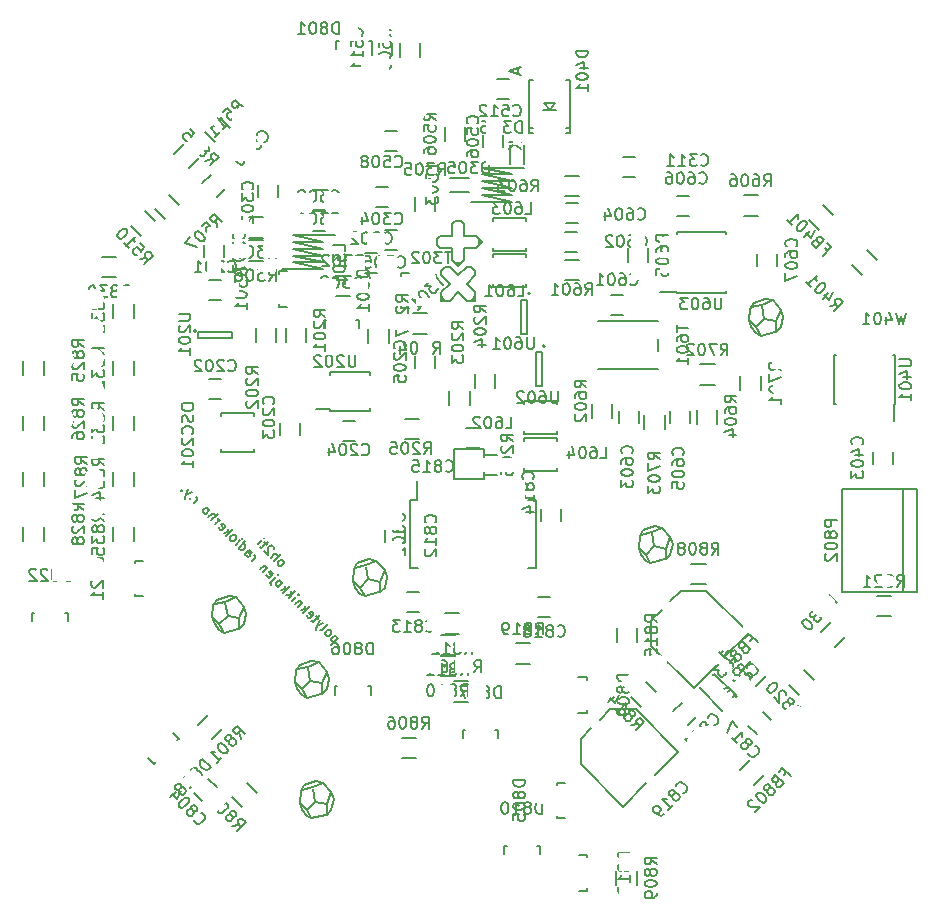
<source format=gbo>
G04 #@! TF.FileFunction,Legend,Bot*
%FSLAX46Y46*%
G04 Gerber Fmt 4.6, Leading zero omitted, Abs format (unit mm)*
G04 Created by KiCad (PCBNEW 4.0.5-e0-6337~49~ubuntu14.04.1) date Fri Jan 20 00:49:03 2017*
%MOMM*%
%LPD*%
G01*
G04 APERTURE LIST*
%ADD10C,0.200000*%
%ADD11C,0.150000*%
%ADD12R,0.800100X1.800860*%
%ADD13R,0.650000X1.060000*%
%ADD14R,1.500000X1.250000*%
%ADD15R,1.250000X1.500000*%
%ADD16R,3.500120X3.500120*%
%ADD17R,0.600000X0.700000*%
%ADD18R,0.700000X0.600000*%
%ADD19R,1.800860X3.500120*%
%ADD20R,1.800860X0.800100*%
%ADD21C,2.000000*%
%ADD22R,1.500000X0.600000*%
%ADD23R,1.200000X2.000000*%
%ADD24R,1.000000X0.825000*%
%ADD25C,2.024000*%
%ADD26C,3.500000*%
%ADD27R,1.350000X0.400000*%
%ADD28O,0.950000X1.250000*%
%ADD29O,1.550000X1.000000*%
%ADD30R,2.032000X2.032000*%
%ADD31O,2.032000X2.032000*%
%ADD32R,1.727200X1.727200*%
%ADD33O,1.727200X1.727200*%
%ADD34R,2.032000X1.727200*%
%ADD35O,2.032000X1.727200*%
%ADD36O,1.501140X2.499360*%
%ADD37R,1.300000X1.500000*%
%ADD38R,1.500000X1.300000*%
%ADD39C,4.000000*%
%ADD40R,2.400000X0.760000*%
%ADD41R,1.400000X0.300000*%
%ADD42R,0.600000X1.550000*%
%ADD43R,1.560000X0.650000*%
%ADD44R,1.550000X0.600000*%
%ADD45R,0.450000X1.750000*%
%ADD46C,3.000000*%
%ADD47R,1.000000X0.500000*%
%ADD48R,0.500000X1.000000*%
G04 APERTURE END LIST*
D10*
X160600000Y-92800000D02*
X160800000Y-91900000D01*
X160200000Y-92300000D02*
X160200000Y-93200000D01*
X158500000Y-92800000D02*
X159200000Y-92100000D01*
X160200000Y-93200000D02*
X160600000Y-92800000D01*
X160100000Y-93200000D02*
X158900000Y-93500000D01*
X158500000Y-93300000D02*
X158900000Y-93500000D01*
X160200000Y-92300000D02*
X159200000Y-92100000D01*
X160600000Y-91300000D02*
X160200000Y-92300000D01*
X160800000Y-91900000D02*
X160600000Y-91300000D01*
X159900000Y-90500000D02*
X159300000Y-90400000D01*
X159900000Y-90500000D02*
X160600000Y-91300000D01*
X159000000Y-90900000D02*
X159900000Y-90500000D01*
X158100000Y-92800000D02*
X158500000Y-93300000D01*
X157900000Y-92200000D02*
X158100000Y-92800000D01*
X157900000Y-92200000D02*
X158500000Y-92800000D01*
X158900000Y-93500000D02*
X158500000Y-92800000D01*
X159200000Y-92100000D02*
X159000000Y-91000000D01*
X159300000Y-90400000D02*
X158300000Y-90700000D01*
X159000000Y-90900000D02*
X158100000Y-91100000D01*
X158300000Y-90700000D02*
X158000000Y-91200000D01*
X158000000Y-91200000D02*
X157900000Y-92200000D01*
X136400000Y-95600000D02*
X136600000Y-94700000D01*
X136000000Y-95100000D02*
X136000000Y-96000000D01*
X134300000Y-95600000D02*
X135000000Y-94900000D01*
X136000000Y-96000000D02*
X136400000Y-95600000D01*
X135900000Y-96000000D02*
X134700000Y-96300000D01*
X134300000Y-96100000D02*
X134700000Y-96300000D01*
X136000000Y-95100000D02*
X135000000Y-94900000D01*
X136400000Y-94100000D02*
X136000000Y-95100000D01*
X136600000Y-94700000D02*
X136400000Y-94100000D01*
X135700000Y-93300000D02*
X135100000Y-93200000D01*
X135700000Y-93300000D02*
X136400000Y-94100000D01*
X134800000Y-93700000D02*
X135700000Y-93300000D01*
X133900000Y-95600000D02*
X134300000Y-96100000D01*
X133700000Y-95000000D02*
X133900000Y-95600000D01*
X133700000Y-95000000D02*
X134300000Y-95600000D01*
X134700000Y-96300000D02*
X134300000Y-95600000D01*
X135000000Y-94900000D02*
X134800000Y-93800000D01*
X135100000Y-93200000D02*
X134100000Y-93500000D01*
X134800000Y-93700000D02*
X133900000Y-93900000D01*
X134100000Y-93500000D02*
X133800000Y-94000000D01*
X133800000Y-94000000D02*
X133700000Y-95000000D01*
X169943600Y-73555600D02*
X170143600Y-72655600D01*
X169543600Y-73055600D02*
X169543600Y-73955600D01*
X167843600Y-73555600D02*
X168543600Y-72855600D01*
X169543600Y-73955600D02*
X169943600Y-73555600D01*
X169443600Y-73955600D02*
X168243600Y-74255600D01*
X167843600Y-74055600D02*
X168243600Y-74255600D01*
X169543600Y-73055600D02*
X168543600Y-72855600D01*
X169943600Y-72055600D02*
X169543600Y-73055600D01*
X170143600Y-72655600D02*
X169943600Y-72055600D01*
X169243600Y-71255600D02*
X168643600Y-71155600D01*
X169243600Y-71255600D02*
X169943600Y-72055600D01*
X168343600Y-71655600D02*
X169243600Y-71255600D01*
X167443600Y-73555600D02*
X167843600Y-74055600D01*
X167243600Y-72955600D02*
X167443600Y-73555600D01*
X167243600Y-72955600D02*
X167843600Y-73555600D01*
X168243600Y-74255600D02*
X167843600Y-73555600D01*
X168543600Y-72855600D02*
X168343600Y-71755600D01*
X168643600Y-71155600D02*
X167643600Y-71455600D01*
X168343600Y-71655600D02*
X167443600Y-71855600D01*
X167643600Y-71455600D02*
X167343600Y-71955600D01*
X167343600Y-71955600D02*
X167243600Y-72955600D01*
X131900000Y-114400000D02*
X132100000Y-113500000D01*
X131500000Y-113900000D02*
X131500000Y-114800000D01*
X129800000Y-114400000D02*
X130500000Y-113700000D01*
X131500000Y-114800000D02*
X131900000Y-114400000D01*
X131400000Y-114800000D02*
X130200000Y-115100000D01*
X129800000Y-114900000D02*
X130200000Y-115100000D01*
X131500000Y-113900000D02*
X130500000Y-113700000D01*
X131900000Y-112900000D02*
X131500000Y-113900000D01*
X132100000Y-113500000D02*
X131900000Y-112900000D01*
X131200000Y-112100000D02*
X130600000Y-112000000D01*
X131200000Y-112100000D02*
X131900000Y-112900000D01*
X130300000Y-112500000D02*
X131200000Y-112100000D01*
X129400000Y-114400000D02*
X129800000Y-114900000D01*
X129200000Y-113800000D02*
X129400000Y-114400000D01*
X129200000Y-113800000D02*
X129800000Y-114400000D01*
X130200000Y-115100000D02*
X129800000Y-114400000D01*
X130500000Y-113700000D02*
X130300000Y-112600000D01*
X130600000Y-112000000D02*
X129600000Y-112300000D01*
X130300000Y-112500000D02*
X129400000Y-112700000D01*
X129600000Y-112300000D02*
X129300000Y-112800000D01*
X129300000Y-112800000D02*
X129200000Y-113800000D01*
X131500000Y-104200000D02*
X131700000Y-103300000D01*
X131100000Y-103700000D02*
X131100000Y-104600000D01*
X129400000Y-104200000D02*
X130100000Y-103500000D01*
X131100000Y-104600000D02*
X131500000Y-104200000D01*
X131000000Y-104600000D02*
X129800000Y-104900000D01*
X129400000Y-104700000D02*
X129800000Y-104900000D01*
X131100000Y-103700000D02*
X130100000Y-103500000D01*
X131500000Y-102700000D02*
X131100000Y-103700000D01*
X131700000Y-103300000D02*
X131500000Y-102700000D01*
X130800000Y-101900000D02*
X130200000Y-101800000D01*
X130800000Y-101900000D02*
X131500000Y-102700000D01*
X129900000Y-102300000D02*
X130800000Y-101900000D01*
X129000000Y-104200000D02*
X129400000Y-104700000D01*
X128800000Y-103600000D02*
X129000000Y-104200000D01*
X128800000Y-103600000D02*
X129400000Y-104200000D01*
X129800000Y-104900000D02*
X129400000Y-104200000D01*
X130100000Y-103500000D02*
X129900000Y-102400000D01*
X130200000Y-101800000D02*
X129200000Y-102100000D01*
X129900000Y-102300000D02*
X129000000Y-102500000D01*
X129200000Y-102100000D02*
X128900000Y-102600000D01*
X128900000Y-102600000D02*
X128800000Y-103600000D01*
X124700000Y-97800000D02*
X124500000Y-97200000D01*
X124500000Y-98700000D02*
X124700000Y-97800000D01*
X124100000Y-99100000D02*
X124500000Y-98700000D01*
X124000000Y-99100000D02*
X122800000Y-99400000D01*
X124100000Y-98200000D02*
X124100000Y-99100000D01*
X122800000Y-99400000D02*
X122400000Y-98700000D01*
X122400000Y-99200000D02*
X122800000Y-99400000D01*
X122000000Y-98700000D02*
X122400000Y-99200000D01*
X121800000Y-98100000D02*
X122000000Y-98700000D01*
X122200000Y-96600000D02*
X121900000Y-97100000D01*
X123200000Y-96300000D02*
X122200000Y-96600000D01*
X123800000Y-96400000D02*
X123200000Y-96300000D01*
X122400000Y-98700000D02*
X123100000Y-98000000D01*
X121800000Y-98100000D02*
X122400000Y-98700000D01*
X121900000Y-97100000D02*
X121800000Y-98100000D01*
X122900000Y-96800000D02*
X122000000Y-97000000D01*
X123100000Y-98000000D02*
X122900000Y-96900000D01*
X124100000Y-98200000D02*
X123100000Y-98000000D01*
X124500000Y-97200000D02*
X124100000Y-98200000D01*
X123800000Y-96400000D02*
X124500000Y-97200000D01*
X122900000Y-96800000D02*
X123800000Y-96400000D01*
D11*
X127448389Y-93731606D02*
X127529201Y-93758544D01*
X127583076Y-93758543D01*
X127663888Y-93731606D01*
X127825513Y-93569981D01*
X127852450Y-93489169D01*
X127852450Y-93435295D01*
X127825513Y-93354481D01*
X127744700Y-93273669D01*
X127663888Y-93246733D01*
X127610013Y-93246733D01*
X127529201Y-93273669D01*
X127367576Y-93435294D01*
X127340640Y-93516106D01*
X127340639Y-93569981D01*
X127367576Y-93650793D01*
X127448389Y-93731606D01*
X127017390Y-93300607D02*
X127583075Y-92734922D01*
X126774954Y-93058171D02*
X127071265Y-92761859D01*
X127152077Y-92734922D01*
X127232889Y-92761858D01*
X127313702Y-92842671D01*
X127340639Y-92923484D01*
X127340639Y-92977358D01*
X127044327Y-92303922D02*
X127044327Y-92250048D01*
X127017389Y-92169235D01*
X126882702Y-92034549D01*
X126801891Y-92007611D01*
X126748016Y-92007611D01*
X126667203Y-92034549D01*
X126613329Y-92088423D01*
X126559454Y-92196173D01*
X126559454Y-92842671D01*
X126209267Y-92492484D01*
X126424767Y-91953736D02*
X126209268Y-91738237D01*
X126532516Y-91684362D02*
X126047643Y-92169235D01*
X125966831Y-92196173D01*
X125886019Y-92169235D01*
X125832144Y-92115361D01*
X125643582Y-91926799D02*
X126020706Y-91549675D01*
X126209267Y-91361114D02*
X126209267Y-91414988D01*
X126155393Y-91414988D01*
X126155393Y-91361114D01*
X126209267Y-91361114D01*
X126155393Y-91414988D01*
X132446961Y-99885118D02*
X131881276Y-100450803D01*
X132420023Y-99912056D02*
X132393086Y-99831243D01*
X132285336Y-99723493D01*
X132204524Y-99696557D01*
X132150650Y-99696557D01*
X132069837Y-99723493D01*
X131908212Y-99885118D01*
X131881276Y-99965930D01*
X131881275Y-100019806D01*
X131908212Y-100100617D01*
X132015962Y-100208367D01*
X132096774Y-100235305D01*
X131477214Y-99669619D02*
X131558026Y-99696557D01*
X131611901Y-99696556D01*
X131692713Y-99669619D01*
X131854338Y-99507994D01*
X131881275Y-99427182D01*
X131881275Y-99373308D01*
X131854338Y-99292495D01*
X131773525Y-99211682D01*
X131692713Y-99184746D01*
X131638839Y-99184746D01*
X131558026Y-99211682D01*
X131396401Y-99373307D01*
X131369465Y-99454119D01*
X131369464Y-99507995D01*
X131396401Y-99588806D01*
X131477214Y-99669619D01*
X130965403Y-99157808D02*
X131046215Y-99184746D01*
X131127028Y-99157808D01*
X131611901Y-98672935D01*
X131180902Y-98619059D02*
X130669091Y-98861496D01*
X130911528Y-98349685D02*
X130669091Y-98861496D01*
X130588279Y-99050058D01*
X130588279Y-99103933D01*
X130615217Y-99184744D01*
X130776842Y-98214998D02*
X130561342Y-97999499D01*
X130884590Y-97945625D02*
X130399717Y-98430498D01*
X130318905Y-98457436D01*
X130238093Y-98430498D01*
X130184218Y-98376623D01*
X129807094Y-97945625D02*
X129834031Y-98026436D01*
X129941781Y-98134186D01*
X130022593Y-98161124D01*
X130103406Y-98134186D01*
X130318905Y-97918687D01*
X130345842Y-97837875D01*
X130318905Y-97757062D01*
X130211155Y-97649312D01*
X130130343Y-97622376D01*
X130049531Y-97649313D01*
X129995656Y-97703188D01*
X130211155Y-98026436D01*
X129510783Y-97703188D02*
X130076469Y-97137503D01*
X129672407Y-97433814D02*
X129295284Y-97487689D01*
X129672408Y-97110565D02*
X129672408Y-97541563D01*
X129429971Y-96868128D02*
X129052847Y-97245252D01*
X129376096Y-96922003D02*
X129376096Y-96868129D01*
X129349159Y-96787316D01*
X129268347Y-96706503D01*
X129187534Y-96679567D01*
X129106722Y-96706504D01*
X128810411Y-97002816D01*
X128541036Y-96733441D02*
X128918160Y-96356317D01*
X129106722Y-96167756D02*
X129106722Y-96221630D01*
X129052847Y-96221630D01*
X129052847Y-96167756D01*
X129106722Y-96167756D01*
X129052847Y-96221630D01*
X128271663Y-96464068D02*
X128837348Y-95898382D01*
X128433287Y-96194693D02*
X128056163Y-96248568D01*
X128433287Y-95871444D02*
X128433287Y-96302443D01*
X127813727Y-96006132D02*
X128379412Y-95440446D01*
X127975351Y-95736757D02*
X127598228Y-95790632D01*
X127975352Y-95413508D02*
X127975352Y-95844507D01*
X127274979Y-95467384D02*
X127355791Y-95494322D01*
X127409666Y-95494321D01*
X127490478Y-95467384D01*
X127652103Y-95305759D01*
X127679040Y-95224947D01*
X127679040Y-95171073D01*
X127652103Y-95090259D01*
X127571290Y-95009447D01*
X127490478Y-94982511D01*
X127436603Y-94982511D01*
X127355791Y-95009447D01*
X127194166Y-95171072D01*
X127167230Y-95251884D01*
X127167229Y-95305759D01*
X127194166Y-95386571D01*
X127274979Y-95467384D01*
X127221104Y-94659261D02*
X126736230Y-95144135D01*
X126709293Y-95224946D01*
X126736231Y-95305759D01*
X126763168Y-95332696D01*
X127409665Y-94470700D02*
X127409665Y-94524574D01*
X127355791Y-94524574D01*
X127355791Y-94470700D01*
X127409665Y-94470700D01*
X127355791Y-94524574D01*
X126386044Y-94524575D02*
X126412982Y-94605386D01*
X126520731Y-94713136D01*
X126601544Y-94740074D01*
X126682356Y-94713136D01*
X126897855Y-94497637D01*
X126924792Y-94416825D01*
X126897855Y-94336012D01*
X126790106Y-94228262D01*
X126709293Y-94201326D01*
X126628481Y-94228263D01*
X126574606Y-94282138D01*
X126790106Y-94605386D01*
X126466857Y-93905014D02*
X126089733Y-94282138D01*
X126412982Y-93958889D02*
X126412982Y-93905015D01*
X126386045Y-93824202D01*
X126305233Y-93743389D01*
X126224420Y-93716453D01*
X126143608Y-93743390D01*
X125847297Y-94039702D01*
X125146924Y-93339329D02*
X125524048Y-92962205D01*
X125416298Y-93069954D02*
X125443235Y-92989143D01*
X125443235Y-92935267D01*
X125416298Y-92854455D01*
X125362423Y-92800580D01*
X124554301Y-92746706D02*
X124850613Y-92450394D01*
X124931425Y-92423457D01*
X125012237Y-92450394D01*
X125119987Y-92558143D01*
X125146924Y-92638956D01*
X124581238Y-92719769D02*
X124608176Y-92800581D01*
X124742862Y-92935267D01*
X124823675Y-92962205D01*
X124904487Y-92935267D01*
X124958362Y-92881393D01*
X124985300Y-92800581D01*
X124958362Y-92719768D01*
X124823675Y-92585081D01*
X124796738Y-92504270D01*
X124042490Y-92234895D02*
X124608176Y-91669210D01*
X124069427Y-92207958D02*
X124096365Y-92288770D01*
X124204114Y-92396519D01*
X124284927Y-92423457D01*
X124338802Y-92423456D01*
X124419614Y-92396519D01*
X124581238Y-92234894D01*
X124608176Y-92154083D01*
X124608176Y-92100208D01*
X124581238Y-92019395D01*
X124473489Y-91911646D01*
X124392676Y-91884709D01*
X123773116Y-91965521D02*
X124150240Y-91588397D01*
X124338801Y-91399835D02*
X124338801Y-91453710D01*
X124284927Y-91453710D01*
X124284927Y-91399835D01*
X124338801Y-91399835D01*
X124284927Y-91453710D01*
X123422930Y-91615335D02*
X123503742Y-91642272D01*
X123557617Y-91642272D01*
X123638429Y-91615335D01*
X123800054Y-91453710D01*
X123826991Y-91372898D01*
X123826991Y-91319024D01*
X123800054Y-91238210D01*
X123719241Y-91157398D01*
X123638429Y-91130462D01*
X123584554Y-91130462D01*
X123503742Y-91157398D01*
X123342117Y-91319023D01*
X123315181Y-91399835D01*
X123315180Y-91453710D01*
X123342117Y-91534522D01*
X123422930Y-91615335D01*
X122991931Y-91184336D02*
X123557616Y-90618651D01*
X123153555Y-90914962D02*
X122776432Y-90968837D01*
X123153556Y-90591713D02*
X123153556Y-91022711D01*
X122345433Y-90483964D02*
X122372370Y-90564775D01*
X122480120Y-90672525D01*
X122560932Y-90699463D01*
X122641745Y-90672525D01*
X122857244Y-90457026D01*
X122884181Y-90376214D01*
X122857244Y-90295401D01*
X122749495Y-90187651D01*
X122668682Y-90160715D01*
X122587870Y-90187652D01*
X122533995Y-90241527D01*
X122749495Y-90564775D01*
X122049122Y-90241527D02*
X122426246Y-89864403D01*
X122318497Y-89972153D02*
X122345434Y-89891341D01*
X122345433Y-89837466D01*
X122318497Y-89756653D01*
X122264621Y-89702778D01*
X121698936Y-89891341D02*
X122264621Y-89325656D01*
X121456500Y-89648905D02*
X121752811Y-89352593D01*
X121833623Y-89325656D01*
X121914435Y-89352592D01*
X121995248Y-89433405D01*
X122022185Y-89514218D01*
X122022185Y-89568092D01*
X121106313Y-89298718D02*
X121187125Y-89325656D01*
X121241000Y-89325655D01*
X121321812Y-89298718D01*
X121483437Y-89137093D01*
X121510374Y-89056281D01*
X121510374Y-89002407D01*
X121483437Y-88921594D01*
X121402624Y-88840781D01*
X121321812Y-88813845D01*
X121267938Y-88813845D01*
X121187125Y-88840781D01*
X121025500Y-89002406D01*
X120998564Y-89083218D01*
X120998563Y-89137094D01*
X121025500Y-89217905D01*
X121106313Y-89298718D01*
X120244316Y-88436721D02*
X120621440Y-88059596D01*
X120513690Y-88167346D02*
X120540627Y-88086534D01*
X120540627Y-88032659D01*
X120513690Y-87951847D01*
X120459815Y-87897972D01*
X119948005Y-88032659D02*
X119894129Y-88032660D01*
X119894129Y-88086534D01*
X119948004Y-88086534D01*
X119948005Y-88032659D01*
X119894129Y-88086534D01*
X120055754Y-87493911D02*
X119543943Y-87736348D01*
X119786381Y-87224537D02*
X119543943Y-87736348D01*
X119463132Y-87924910D01*
X119463132Y-87978785D01*
X119490069Y-88059596D01*
X119247632Y-87332287D02*
X119193757Y-87332288D01*
X119193757Y-87386162D01*
X119247632Y-87386162D01*
X119247632Y-87332287D01*
X119193757Y-87386162D01*
D10*
X142240000Y-86360000D02*
X142240000Y-83820000D01*
X144780000Y-86360000D02*
X142240000Y-86360000D01*
X144780000Y-83820000D02*
X144780000Y-86360000D01*
X142240000Y-83820000D02*
X144780000Y-83820000D01*
D11*
X134240220Y-73609200D02*
X134240220Y-72908160D01*
X134240220Y-72908160D02*
X133991300Y-72908160D01*
X131441240Y-72908160D02*
X131240580Y-72908160D01*
X131240580Y-72908160D02*
X131240580Y-73609200D01*
X120447000Y-73868000D02*
G75*
G03X120447000Y-73868000I-100000J0D01*
G01*
X120597000Y-74418000D02*
X120597000Y-73918000D01*
X123497000Y-74418000D02*
X120597000Y-74418000D01*
X123497000Y-73918000D02*
X123497000Y-74418000D01*
X120597000Y-73918000D02*
X123497000Y-73918000D01*
X122547000Y-71208000D02*
X121547000Y-71208000D01*
X121547000Y-69508000D02*
X122547000Y-69508000D01*
X122547000Y-79590000D02*
X121547000Y-79590000D01*
X121547000Y-77890000D02*
X122547000Y-77890000D01*
X127547000Y-82669000D02*
X127547000Y-81669000D01*
X129247000Y-81669000D02*
X129247000Y-82669000D01*
X133850000Y-83146000D02*
X132850000Y-83146000D01*
X132850000Y-81446000D02*
X133850000Y-81446000D01*
X138977000Y-76954000D02*
X138977000Y-75954000D01*
X140677000Y-75954000D02*
X140677000Y-76954000D01*
X131310000Y-63588000D02*
X130310000Y-63588000D01*
X130310000Y-61888000D02*
X131310000Y-61888000D01*
X127342000Y-61476000D02*
X127342000Y-62476000D01*
X125642000Y-62476000D02*
X125642000Y-61476000D01*
X135644000Y-61634000D02*
X136644000Y-61634000D01*
X136644000Y-63334000D02*
X135644000Y-63334000D01*
X137406000Y-67017000D02*
X136406000Y-67017000D01*
X136406000Y-65317000D02*
X137406000Y-65317000D01*
X122833500Y-66619500D02*
X122833500Y-67619500D01*
X121133500Y-67619500D02*
X121133500Y-66619500D01*
X130310000Y-63729500D02*
X131310000Y-63729500D01*
X131310000Y-65429500D02*
X130310000Y-65429500D01*
X157599000Y-60794000D02*
X156599000Y-60794000D01*
X156599000Y-59094000D02*
X157599000Y-59094000D01*
X177712000Y-85082000D02*
X177712000Y-84082000D01*
X179412000Y-84082000D02*
X179412000Y-85082000D01*
X146392000Y-57285000D02*
X146392000Y-58285000D01*
X144692000Y-58285000D02*
X144692000Y-57285000D01*
X136406000Y-56935000D02*
X137406000Y-56935000D01*
X137406000Y-58635000D02*
X136406000Y-58635000D01*
X122874594Y-61842487D02*
X122167487Y-62549594D01*
X120965406Y-61347513D02*
X121672513Y-60640406D01*
X135357500Y-50474500D02*
X135357500Y-49474500D01*
X137057500Y-49474500D02*
X137057500Y-50474500D01*
X146931000Y-54190000D02*
X145931000Y-54190000D01*
X145931000Y-52490000D02*
X146931000Y-52490000D01*
X155583000Y-70778000D02*
X156583000Y-70778000D01*
X156583000Y-72478000D02*
X155583000Y-72478000D01*
X151646000Y-65444000D02*
X152646000Y-65444000D01*
X152646000Y-67144000D02*
X151646000Y-67144000D01*
X156249000Y-81653000D02*
X156249000Y-80653000D01*
X157949000Y-80653000D02*
X157949000Y-81653000D01*
X152773000Y-64731000D02*
X151773000Y-64731000D01*
X151773000Y-63031000D02*
X152773000Y-63031000D01*
X160567000Y-81653000D02*
X160567000Y-80653000D01*
X162267000Y-80653000D02*
X162267000Y-81653000D01*
X162171000Y-64096000D02*
X161171000Y-64096000D01*
X161171000Y-62396000D02*
X162171000Y-62396000D01*
X169633000Y-67318000D02*
X169633000Y-68318000D01*
X167933000Y-68318000D02*
X167933000Y-67318000D01*
X134755000Y-67285500D02*
X135755000Y-67285500D01*
X135755000Y-68985500D02*
X134755000Y-68985500D01*
X120974013Y-113667094D02*
X120266906Y-112959987D01*
X121468987Y-111757906D02*
X122176094Y-112465013D01*
X162752594Y-106521087D02*
X162045487Y-107228194D01*
X160843406Y-106026113D02*
X161550513Y-105319006D01*
X136437000Y-91686000D02*
X136437000Y-90686000D01*
X138137000Y-90686000D02*
X138137000Y-91686000D01*
X139311000Y-97624000D02*
X138311000Y-97624000D01*
X138311000Y-95924000D02*
X139311000Y-95924000D01*
X149645000Y-89908000D02*
X149645000Y-88908000D01*
X151345000Y-88908000D02*
X151345000Y-89908000D01*
X145915000Y-86067000D02*
X144915000Y-86067000D01*
X144915000Y-84367000D02*
X145915000Y-84367000D01*
X162560000Y-104110733D02*
X164535656Y-102135077D01*
X167229733Y-99441000D02*
X165254077Y-101416656D01*
X158967898Y-100518631D02*
X162560000Y-104110733D01*
X163637631Y-95848898D02*
X167229733Y-99441000D01*
X161482369Y-95848898D02*
X160584344Y-96746923D01*
X158967898Y-98363369D02*
X159865923Y-97465344D01*
X158967898Y-98363369D02*
X158967898Y-100518631D01*
X163637631Y-95848898D02*
X161482369Y-95848898D01*
X167900513Y-108015594D02*
X167193406Y-107308487D01*
X168395487Y-106106406D02*
X169102594Y-106813513D01*
X150423500Y-98068500D02*
X149423500Y-98068500D01*
X149423500Y-96368500D02*
X150423500Y-96368500D01*
X156591000Y-114143733D02*
X158566656Y-112168077D01*
X161260733Y-109474000D02*
X159285077Y-111449656D01*
X152998898Y-110551631D02*
X156591000Y-114143733D01*
X157668631Y-105881898D02*
X161260733Y-109474000D01*
X155513369Y-105881898D02*
X154615344Y-106779923D01*
X152998898Y-108396369D02*
X153896923Y-107498344D01*
X152998898Y-108396369D02*
X152998898Y-110551631D01*
X157668631Y-105881898D02*
X155513369Y-105881898D01*
X141967000Y-60868000D02*
X143517000Y-60868000D01*
X141967000Y-62068000D02*
X143517000Y-62068000D01*
X148174000Y-58147000D02*
X148174000Y-59697000D01*
X146974000Y-58147000D02*
X146974000Y-59697000D01*
X150368000Y-55114000D02*
X150818000Y-54564000D01*
X150818000Y-54564000D02*
X149918000Y-54564000D01*
X149918000Y-54564000D02*
X150368000Y-55114000D01*
X150918000Y-55114000D02*
X149818000Y-55114000D01*
X148617940Y-56663140D02*
X148968460Y-56663140D01*
X152118060Y-56663140D02*
X151767540Y-56663140D01*
X148617940Y-52613560D02*
X148968460Y-52613560D01*
X148617940Y-57114440D02*
X148968460Y-57114440D01*
X152118060Y-57114440D02*
X151767540Y-57114440D01*
X152118060Y-52613560D02*
X151767540Y-52613560D01*
X148617940Y-57114440D02*
X148617940Y-52613560D01*
X152118060Y-57114440D02*
X152118060Y-52613560D01*
X135294320Y-50025300D02*
X135294320Y-49324260D01*
X135294320Y-49324260D02*
X135045400Y-49324260D01*
X132495340Y-49324260D02*
X132294680Y-49324260D01*
X132294680Y-49324260D02*
X132294680Y-50025300D01*
X166212056Y-104756820D02*
X166122254Y-104846623D01*
X164326203Y-102870967D02*
X164236400Y-102960769D01*
X164954820Y-106014056D02*
X165044623Y-105924254D01*
X163068967Y-104128203D02*
X163158769Y-104038400D01*
X164326203Y-102870967D02*
X166212056Y-104756820D01*
X163068967Y-104128203D02*
X164954820Y-106014056D01*
X116378546Y-109990612D02*
X116874256Y-110486322D01*
X116874256Y-110486322D02*
X117050269Y-110310309D01*
X118853434Y-108507144D02*
X118995322Y-108365256D01*
X118995322Y-108365256D02*
X118499612Y-107869546D01*
X115976400Y-93292980D02*
X115275360Y-93292980D01*
X115275360Y-93292980D02*
X115275360Y-93541900D01*
X115275360Y-96091960D02*
X115275360Y-96292620D01*
X115275360Y-96292620D02*
X115976400Y-96292620D01*
X109551420Y-98399600D02*
X109551420Y-97698560D01*
X109551420Y-97698560D02*
X109302500Y-97698560D01*
X106752440Y-97698560D02*
X106551780Y-97698560D01*
X106551780Y-97698560D02*
X106551780Y-98399600D01*
X174397983Y-64067546D02*
X173549454Y-63219017D01*
X172312017Y-64456454D02*
X173160546Y-65304983D01*
X174565454Y-100610983D02*
X175413983Y-99762454D01*
X174176546Y-98525017D02*
X173328017Y-99373546D01*
X167293146Y-110209017D02*
X166444617Y-111057546D01*
X167682054Y-112294983D02*
X168530583Y-111446454D01*
X167834454Y-103912983D02*
X168682983Y-103064454D01*
X167445546Y-101827017D02*
X166597017Y-102675546D01*
X131221000Y-67473000D02*
X128621000Y-66893000D01*
X131221000Y-67473000D02*
X128621000Y-67473000D01*
X131221000Y-66893000D02*
X128621000Y-66313000D01*
X131221000Y-66313000D02*
X128621000Y-65733000D01*
X131221000Y-68053000D02*
X128621000Y-67473000D01*
X131221000Y-68633000D02*
X128621000Y-68053000D01*
X131221000Y-66313000D02*
X128621000Y-66313000D01*
X131221000Y-68053000D02*
X128621000Y-68053000D01*
X131221000Y-66893000D02*
X128621000Y-66893000D01*
X131221000Y-68633000D02*
X127671000Y-68633000D01*
X128621000Y-65733000D02*
X132171000Y-65733000D01*
X144623000Y-61178000D02*
X147223000Y-61758000D01*
X144623000Y-61178000D02*
X147223000Y-61178000D01*
X144623000Y-61758000D02*
X147223000Y-62338000D01*
X144623000Y-62338000D02*
X147223000Y-62918000D01*
X144623000Y-60598000D02*
X147223000Y-61178000D01*
X144623000Y-60018000D02*
X147223000Y-60598000D01*
X144623000Y-62338000D02*
X147223000Y-62338000D01*
X144623000Y-60598000D02*
X147223000Y-60598000D01*
X144623000Y-61758000D02*
X147223000Y-61758000D01*
X144623000Y-60018000D02*
X148173000Y-60018000D01*
X147223000Y-62918000D02*
X143673000Y-62918000D01*
X148336000Y-69850000D02*
X148336000Y-70104000D01*
X148336000Y-70104000D02*
X145542000Y-70104000D01*
X145542000Y-70104000D02*
X145542000Y-69850000D01*
X148336000Y-67310000D02*
X148336000Y-67564000D01*
X148336000Y-67310000D02*
X145542000Y-67310000D01*
X145542000Y-67310000D02*
X145542000Y-67437000D01*
X145542000Y-67437000D02*
X145542000Y-67564000D01*
X151003000Y-82296000D02*
X151003000Y-82550000D01*
X151003000Y-82550000D02*
X148209000Y-82550000D01*
X148209000Y-82550000D02*
X148209000Y-82296000D01*
X151003000Y-79756000D02*
X151003000Y-80010000D01*
X151003000Y-79756000D02*
X148209000Y-79756000D01*
X148209000Y-79756000D02*
X148209000Y-79883000D01*
X148209000Y-79883000D02*
X148209000Y-80010000D01*
X145542000Y-64516000D02*
X145542000Y-64262000D01*
X145542000Y-64262000D02*
X148336000Y-64262000D01*
X148336000Y-64262000D02*
X148336000Y-64516000D01*
X145542000Y-67056000D02*
X145542000Y-66802000D01*
X145542000Y-67056000D02*
X148336000Y-67056000D01*
X148336000Y-67056000D02*
X148336000Y-66929000D01*
X148336000Y-66929000D02*
X148336000Y-66802000D01*
X148209000Y-83185000D02*
X148209000Y-82931000D01*
X148209000Y-82931000D02*
X151003000Y-82931000D01*
X151003000Y-82931000D02*
X151003000Y-83185000D01*
X148209000Y-85725000D02*
X148209000Y-85471000D01*
X148209000Y-85725000D02*
X151003000Y-85725000D01*
X151003000Y-85725000D02*
X151003000Y-85598000D01*
X151003000Y-85598000D02*
X151003000Y-85471000D01*
X122555000Y-81026000D02*
X122555000Y-80772000D01*
X122555000Y-80772000D02*
X125349000Y-80772000D01*
X125349000Y-80772000D02*
X125349000Y-81026000D01*
X122555000Y-83820000D02*
X122555000Y-84074000D01*
X122555000Y-84074000D02*
X125349000Y-84074000D01*
X125349000Y-84074000D02*
X125349000Y-83820000D01*
X181490460Y-87216100D02*
X181490460Y-95916100D01*
X175085460Y-87216100D02*
X175085460Y-95916100D01*
X175085460Y-95916100D02*
X181490460Y-95916100D01*
X180260460Y-95916100D02*
X180260460Y-87216100D01*
X181490460Y-87216100D02*
X175085460Y-87216100D01*
X138480800Y-68921680D02*
X137779760Y-68921680D01*
X137779760Y-68921680D02*
X137779760Y-69170600D01*
X137779760Y-71720660D02*
X137779760Y-71921320D01*
X137779760Y-71921320D02*
X138480800Y-71921320D01*
X129780000Y-74768000D02*
X129780000Y-73568000D01*
X128030000Y-73568000D02*
X128030000Y-74768000D01*
X127240000Y-74768000D02*
X127240000Y-73568000D01*
X125490000Y-73568000D02*
X125490000Y-74768000D01*
X143623000Y-80102000D02*
X143623000Y-78902000D01*
X141873000Y-78902000D02*
X141873000Y-80102000D01*
X145782000Y-78705000D02*
X145782000Y-77505000D01*
X144032000Y-77505000D02*
X144032000Y-78705000D01*
X139331000Y-81294000D02*
X138131000Y-81294000D01*
X138131000Y-83044000D02*
X139331000Y-83044000D01*
X144491000Y-82056000D02*
X143291000Y-82056000D01*
X143291000Y-83806000D02*
X144491000Y-83806000D01*
X136765000Y-74895000D02*
X136765000Y-73695000D01*
X135015000Y-73695000D02*
X135015000Y-74895000D01*
X132242000Y-70915500D02*
X133442000Y-70915500D01*
X133442000Y-69165500D02*
X132242000Y-69165500D01*
X140702000Y-63719000D02*
X140702000Y-62519000D01*
X138952000Y-62519000D02*
X138952000Y-63719000D01*
X126076000Y-66181000D02*
X124876000Y-66181000D01*
X124876000Y-67931000D02*
X126076000Y-67931000D01*
X126076000Y-64212500D02*
X124876000Y-64212500D01*
X124876000Y-65962500D02*
X126076000Y-65962500D01*
X178080983Y-67877546D02*
X177232454Y-67029017D01*
X175995017Y-68266454D02*
X176843546Y-69114983D01*
X143242000Y-57750000D02*
X143242000Y-56550000D01*
X141492000Y-56550000D02*
X141492000Y-57750000D01*
X116914617Y-63542054D02*
X117763146Y-64390583D01*
X119000583Y-63153146D02*
X118152054Y-62304617D01*
X139432000Y-50638000D02*
X139432000Y-49438000D01*
X137682000Y-49438000D02*
X137682000Y-50638000D01*
X116993983Y-64575546D02*
X116145454Y-63727017D01*
X114908017Y-64964454D02*
X115756546Y-65812983D01*
X119439546Y-58012017D02*
X118591017Y-58860546D01*
X119828454Y-60097983D02*
X120676983Y-59249454D01*
X152873000Y-67832000D02*
X151673000Y-67832000D01*
X151673000Y-69582000D02*
X152873000Y-69582000D01*
X153938000Y-80045000D02*
X153938000Y-81245000D01*
X155688000Y-81245000D02*
X155688000Y-80045000D01*
X152873000Y-60720000D02*
X151673000Y-60720000D01*
X151673000Y-62470000D02*
X152873000Y-62470000D01*
X164578000Y-81753000D02*
X164578000Y-80553000D01*
X162828000Y-80553000D02*
X162828000Y-81753000D01*
X156986000Y-66837000D02*
X156986000Y-68037000D01*
X158736000Y-68037000D02*
X158736000Y-66837000D01*
X166786000Y-64121000D02*
X167986000Y-64121000D01*
X167986000Y-62371000D02*
X166786000Y-62371000D01*
X166511000Y-77682800D02*
X166511000Y-78882800D01*
X168261000Y-78882800D02*
X168261000Y-77682800D01*
X163128400Y-78446600D02*
X164328400Y-78446600D01*
X164328400Y-76696600D02*
X163128400Y-76696600D01*
X160133000Y-82134000D02*
X160133000Y-80934000D01*
X158383000Y-80934000D02*
X158383000Y-82134000D01*
X121408046Y-106335517D02*
X120559517Y-107184046D01*
X121796954Y-108421483D02*
X122645483Y-107572954D01*
X125566483Y-112962546D02*
X124717954Y-112114017D01*
X123480517Y-113351454D02*
X124329046Y-114199983D01*
X139982500Y-72340500D02*
X138782500Y-72340500D01*
X138782500Y-74090500D02*
X139982500Y-74090500D01*
X123280483Y-56638046D02*
X122431954Y-55789517D01*
X121194517Y-57026954D02*
X122043046Y-57875483D01*
X137830000Y-110044200D02*
X139030000Y-110044200D01*
X139030000Y-108294200D02*
X137830000Y-108294200D01*
X162366400Y-95312200D02*
X163566400Y-95312200D01*
X163566400Y-93562200D02*
X162366400Y-93562200D01*
X155995400Y-119542000D02*
X155995400Y-120742000D01*
X157745400Y-120742000D02*
X157745400Y-119542000D01*
X142332000Y-101360000D02*
X141132000Y-101360000D01*
X141132000Y-103110000D02*
X142332000Y-103110000D01*
X142332000Y-99582000D02*
X141132000Y-99582000D01*
X141132000Y-101332000D02*
X142332000Y-101332000D01*
X142709200Y-97778600D02*
X141509200Y-97778600D01*
X141509200Y-99528600D02*
X142709200Y-99528600D01*
X159335783Y-104453546D02*
X158487254Y-103605017D01*
X157249817Y-104842454D02*
X158098346Y-105690983D01*
X156046200Y-99018800D02*
X156046200Y-100218800D01*
X157796200Y-100218800D02*
X157796200Y-99018800D01*
X142275000Y-105269000D02*
X143475000Y-105269000D01*
X143475000Y-103519000D02*
X142275000Y-103519000D01*
X147482000Y-102068600D02*
X148682000Y-102068600D01*
X148682000Y-100318600D02*
X147482000Y-100318600D01*
X172746983Y-103437546D02*
X171898454Y-102589017D01*
X170661017Y-103826454D02*
X171509546Y-104674983D01*
X178089000Y-98030000D02*
X179289000Y-98030000D01*
X179289000Y-96280000D02*
X178089000Y-96280000D01*
X107555000Y-77562000D02*
X107555000Y-76362000D01*
X105805000Y-76362000D02*
X105805000Y-77562000D01*
X107555000Y-82261000D02*
X107555000Y-81061000D01*
X105805000Y-81061000D02*
X105805000Y-82261000D01*
X107555000Y-86960000D02*
X107555000Y-85760000D01*
X105805000Y-85760000D02*
X105805000Y-86960000D01*
X107555000Y-91659000D02*
X107555000Y-90459000D01*
X105805000Y-90459000D02*
X105805000Y-91659000D01*
X113693500Y-67578000D02*
X112493500Y-67578000D01*
X112493500Y-69328000D02*
X113693500Y-69328000D01*
X115175000Y-72799500D02*
X115175000Y-71599500D01*
X113425000Y-71599500D02*
X113425000Y-72799500D01*
X115175000Y-77562000D02*
X115175000Y-76362000D01*
X113425000Y-76362000D02*
X113425000Y-77562000D01*
X115175000Y-82261000D02*
X115175000Y-81061000D01*
X113425000Y-81061000D02*
X113425000Y-82261000D01*
X115175000Y-86960000D02*
X115175000Y-85760000D01*
X113425000Y-85760000D02*
X113425000Y-86960000D01*
X115175000Y-91659000D02*
X115175000Y-90459000D01*
X113425000Y-90459000D02*
X113425000Y-91659000D01*
X159512000Y-74549000D02*
X159512000Y-75565000D01*
X154432000Y-73025000D02*
X159512000Y-73025000D01*
X154432000Y-77089000D02*
X159512000Y-77089000D01*
X131802000Y-80669000D02*
X131802000Y-80444000D01*
X135152000Y-80669000D02*
X135152000Y-80369000D01*
X135152000Y-77319000D02*
X135152000Y-77619000D01*
X131802000Y-77319000D02*
X131802000Y-77619000D01*
X131802000Y-80669000D02*
X135152000Y-80669000D01*
X131802000Y-77319000D02*
X135152000Y-77319000D01*
X131802000Y-80444000D02*
X130577000Y-80444000D01*
X179613000Y-80053000D02*
X179563000Y-80053000D01*
X179613000Y-75903000D02*
X179468000Y-75903000D01*
X174463000Y-75903000D02*
X174608000Y-75903000D01*
X174463000Y-80053000D02*
X174608000Y-80053000D01*
X179613000Y-80053000D02*
X179613000Y-75903000D01*
X174463000Y-80053000D02*
X174463000Y-75903000D01*
X179563000Y-80053000D02*
X179563000Y-81453000D01*
X148709000Y-70694000D02*
G75*
G03X148709000Y-70694000I-100000J0D01*
G01*
X147959000Y-71194000D02*
X148459000Y-71194000D01*
X147959000Y-74094000D02*
X147959000Y-71194000D01*
X148459000Y-74094000D02*
X147959000Y-74094000D01*
X148459000Y-71194000D02*
X148459000Y-74094000D01*
X149979000Y-75139000D02*
G75*
G03X149979000Y-75139000I-100000J0D01*
G01*
X149229000Y-75639000D02*
X149729000Y-75639000D01*
X149229000Y-78539000D02*
X149229000Y-75639000D01*
X149729000Y-78539000D02*
X149229000Y-78539000D01*
X149729000Y-75639000D02*
X149729000Y-78539000D01*
X161120000Y-70647000D02*
X161120000Y-70597000D01*
X165270000Y-70647000D02*
X165270000Y-70502000D01*
X165270000Y-65497000D02*
X165270000Y-65642000D01*
X161120000Y-65497000D02*
X161120000Y-65642000D01*
X161120000Y-70647000D02*
X165270000Y-70647000D01*
X161120000Y-65497000D02*
X165270000Y-65497000D01*
X161120000Y-70597000D02*
X159720000Y-70597000D01*
X138566000Y-88184000D02*
X139141000Y-88184000D01*
X138566000Y-93934000D02*
X139216000Y-93934000D01*
X149216000Y-93934000D02*
X148566000Y-93934000D01*
X149216000Y-88184000D02*
X148566000Y-88184000D01*
X138566000Y-88184000D02*
X138566000Y-93934000D01*
X149216000Y-88184000D02*
X149216000Y-93934000D01*
X139141000Y-88184000D02*
X139141000Y-86584000D01*
X144057841Y-71286841D02*
X144057841Y-70927631D01*
X143878236Y-71107236D02*
X144057841Y-71286841D01*
X144057841Y-71286841D02*
X143698631Y-71286841D01*
X141184159Y-71286841D02*
X141543369Y-71286841D01*
X141363764Y-71107236D02*
X141184159Y-71286841D01*
X141184159Y-71286841D02*
X141184159Y-70927631D01*
X142621000Y-69131580D02*
X143339420Y-68413159D01*
X143339420Y-68413159D02*
X143698631Y-68413159D01*
X143698631Y-68413159D02*
X144057841Y-68772369D01*
X144057841Y-68772369D02*
X144057841Y-69131580D01*
X144057841Y-69131580D02*
X143339420Y-69850000D01*
X143339420Y-69850000D02*
X144057841Y-70568420D01*
X144057841Y-70568420D02*
X144057841Y-70927631D01*
X144057841Y-70927631D02*
X143698631Y-71286841D01*
X143698631Y-71286841D02*
X143339420Y-71286841D01*
X143339420Y-71286841D02*
X142621000Y-70568420D01*
X142621000Y-70568420D02*
X141902580Y-71286841D01*
X141902580Y-71286841D02*
X141543369Y-71286841D01*
X141543369Y-71286841D02*
X141184159Y-70927631D01*
X141184159Y-70927631D02*
X141184159Y-70568420D01*
X141184159Y-70568420D02*
X141902580Y-69850000D01*
X141902580Y-69850000D02*
X141184159Y-69131580D01*
X141184159Y-69131580D02*
X141184159Y-68772369D01*
X141184159Y-68772369D02*
X141543369Y-68413159D01*
X141543369Y-68413159D02*
X141902580Y-68413159D01*
X141902580Y-68413159D02*
X142621000Y-69131580D01*
X144653000Y-66294000D02*
X144399000Y-66040000D01*
X144399000Y-66294000D02*
X144653000Y-66294000D01*
X144653000Y-66294000D02*
X144399000Y-66548000D01*
X142621000Y-68326000D02*
X142875000Y-68072000D01*
X142621000Y-68072000D02*
X142621000Y-68326000D01*
X142621000Y-68326000D02*
X142367000Y-68072000D01*
X142113000Y-65786000D02*
X142113000Y-64770000D01*
X142113000Y-64770000D02*
X142367000Y-64516000D01*
X142367000Y-64516000D02*
X142875000Y-64516000D01*
X142875000Y-64516000D02*
X143129000Y-64770000D01*
X143129000Y-64770000D02*
X143129000Y-65786000D01*
X143129000Y-65786000D02*
X144145000Y-65786000D01*
X144145000Y-65786000D02*
X144399000Y-66040000D01*
X144399000Y-66040000D02*
X144399000Y-66548000D01*
X144399000Y-66548000D02*
X144145000Y-66802000D01*
X144145000Y-66802000D02*
X143129000Y-66802000D01*
X143129000Y-66802000D02*
X143129000Y-67818000D01*
X143129000Y-67818000D02*
X142875000Y-68072000D01*
X142875000Y-68072000D02*
X142367000Y-68072000D01*
X142367000Y-68072000D02*
X142113000Y-67818000D01*
X142113000Y-67818000D02*
X142113000Y-66802000D01*
X142113000Y-66802000D02*
X141097000Y-66802000D01*
X141097000Y-66802000D02*
X140843000Y-66548000D01*
X140843000Y-66548000D02*
X140843000Y-66040000D01*
X140843000Y-66040000D02*
X141097000Y-65786000D01*
X141097000Y-65786000D02*
X142113000Y-65786000D01*
X128130300Y-68794680D02*
X127429260Y-68794680D01*
X127429260Y-68794680D02*
X127429260Y-69043600D01*
X127429260Y-71593660D02*
X127429260Y-71794320D01*
X127429260Y-71794320D02*
X128130300Y-71794320D01*
X135205420Y-104648000D02*
X135205420Y-103946960D01*
X135205420Y-103946960D02*
X134956500Y-103946960D01*
X132406440Y-103946960D02*
X132205780Y-103946960D01*
X132205780Y-103946960D02*
X132205780Y-104648000D01*
X146025820Y-108356400D02*
X146025820Y-107655360D01*
X146025820Y-107655360D02*
X145776900Y-107655360D01*
X143226840Y-107655360D02*
X143026180Y-107655360D01*
X143026180Y-107655360D02*
X143026180Y-108356400D01*
X152793700Y-106173220D02*
X153494740Y-106173220D01*
X153494740Y-106173220D02*
X153494740Y-105924300D01*
X153494740Y-103374240D02*
X153494740Y-103173580D01*
X153494740Y-103173580D02*
X152793700Y-103173580D01*
X149531020Y-118160800D02*
X149531020Y-117459760D01*
X149531020Y-117459760D02*
X149282100Y-117459760D01*
X146732040Y-117459760D02*
X146531380Y-117459760D01*
X146531380Y-117459760D02*
X146531380Y-118160800D01*
X152857200Y-121235420D02*
X153558240Y-121235420D01*
X153558240Y-121235420D02*
X153558240Y-120986500D01*
X153558240Y-118436440D02*
X153558240Y-118235780D01*
X153558240Y-118235780D02*
X152857200Y-118235780D01*
X151688800Y-112088980D02*
X150987760Y-112088980D01*
X150987760Y-112088980D02*
X150987760Y-112337900D01*
X150987760Y-114887960D02*
X150987760Y-115088620D01*
X150987760Y-115088620D02*
X151688800Y-115088620D01*
X134430876Y-70200781D02*
X134430876Y-69200781D01*
X134192781Y-69200781D01*
X134049923Y-69248400D01*
X133954685Y-69343638D01*
X133907066Y-69438876D01*
X133859447Y-69629352D01*
X133859447Y-69772210D01*
X133907066Y-69962686D01*
X133954685Y-70057924D01*
X134049923Y-70153162D01*
X134192781Y-70200781D01*
X134430876Y-70200781D01*
X133526114Y-69200781D02*
X132907066Y-69200781D01*
X133240400Y-69581733D01*
X133097542Y-69581733D01*
X133002304Y-69629352D01*
X132954685Y-69676971D01*
X132907066Y-69772210D01*
X132907066Y-70010305D01*
X132954685Y-70105543D01*
X133002304Y-70153162D01*
X133097542Y-70200781D01*
X133383257Y-70200781D01*
X133478495Y-70153162D01*
X133526114Y-70105543D01*
X132288019Y-69200781D02*
X132192780Y-69200781D01*
X132097542Y-69248400D01*
X132049923Y-69296019D01*
X132002304Y-69391257D01*
X131954685Y-69581733D01*
X131954685Y-69819829D01*
X132002304Y-70010305D01*
X132049923Y-70105543D01*
X132097542Y-70153162D01*
X132192780Y-70200781D01*
X132288019Y-70200781D01*
X132383257Y-70153162D01*
X132430876Y-70105543D01*
X132478495Y-70010305D01*
X132526114Y-69819829D01*
X132526114Y-69581733D01*
X132478495Y-69391257D01*
X132430876Y-69296019D01*
X132383257Y-69248400D01*
X132288019Y-69200781D01*
X131573733Y-69296019D02*
X131526114Y-69248400D01*
X131430876Y-69200781D01*
X131192780Y-69200781D01*
X131097542Y-69248400D01*
X131049923Y-69296019D01*
X131002304Y-69391257D01*
X131002304Y-69486495D01*
X131049923Y-69629352D01*
X131621352Y-70200781D01*
X131002304Y-70200781D01*
X118949381Y-72403714D02*
X119758905Y-72403714D01*
X119854143Y-72451333D01*
X119901762Y-72498952D01*
X119949381Y-72594190D01*
X119949381Y-72784667D01*
X119901762Y-72879905D01*
X119854143Y-72927524D01*
X119758905Y-72975143D01*
X118949381Y-72975143D01*
X119044619Y-73403714D02*
X118997000Y-73451333D01*
X118949381Y-73546571D01*
X118949381Y-73784667D01*
X118997000Y-73879905D01*
X119044619Y-73927524D01*
X119139857Y-73975143D01*
X119235095Y-73975143D01*
X119377952Y-73927524D01*
X119949381Y-73356095D01*
X119949381Y-73975143D01*
X118949381Y-74594190D02*
X118949381Y-74689429D01*
X118997000Y-74784667D01*
X119044619Y-74832286D01*
X119139857Y-74879905D01*
X119330333Y-74927524D01*
X119568429Y-74927524D01*
X119758905Y-74879905D01*
X119854143Y-74832286D01*
X119901762Y-74784667D01*
X119949381Y-74689429D01*
X119949381Y-74594190D01*
X119901762Y-74498952D01*
X119854143Y-74451333D01*
X119758905Y-74403714D01*
X119568429Y-74356095D01*
X119330333Y-74356095D01*
X119139857Y-74403714D01*
X119044619Y-74451333D01*
X118997000Y-74498952D01*
X118949381Y-74594190D01*
X119949381Y-75879905D02*
X119949381Y-75308476D01*
X119949381Y-75594190D02*
X118949381Y-75594190D01*
X119092238Y-75498952D01*
X119187476Y-75403714D01*
X119235095Y-75308476D01*
X123166047Y-68810143D02*
X123213666Y-68857762D01*
X123356523Y-68905381D01*
X123451761Y-68905381D01*
X123594619Y-68857762D01*
X123689857Y-68762524D01*
X123737476Y-68667286D01*
X123785095Y-68476810D01*
X123785095Y-68333952D01*
X123737476Y-68143476D01*
X123689857Y-68048238D01*
X123594619Y-67953000D01*
X123451761Y-67905381D01*
X123356523Y-67905381D01*
X123213666Y-67953000D01*
X123166047Y-68000619D01*
X122785095Y-68000619D02*
X122737476Y-67953000D01*
X122642238Y-67905381D01*
X122404142Y-67905381D01*
X122308904Y-67953000D01*
X122261285Y-68000619D01*
X122213666Y-68095857D01*
X122213666Y-68191095D01*
X122261285Y-68333952D01*
X122832714Y-68905381D01*
X122213666Y-68905381D01*
X121594619Y-67905381D02*
X121499380Y-67905381D01*
X121404142Y-67953000D01*
X121356523Y-68000619D01*
X121308904Y-68095857D01*
X121261285Y-68286333D01*
X121261285Y-68524429D01*
X121308904Y-68714905D01*
X121356523Y-68810143D01*
X121404142Y-68857762D01*
X121499380Y-68905381D01*
X121594619Y-68905381D01*
X121689857Y-68857762D01*
X121737476Y-68810143D01*
X121785095Y-68714905D01*
X121832714Y-68524429D01*
X121832714Y-68286333D01*
X121785095Y-68095857D01*
X121737476Y-68000619D01*
X121689857Y-67953000D01*
X121594619Y-67905381D01*
X120308904Y-68905381D02*
X120880333Y-68905381D01*
X120594619Y-68905381D02*
X120594619Y-67905381D01*
X120689857Y-68048238D01*
X120785095Y-68143476D01*
X120880333Y-68191095D01*
X123166047Y-77192143D02*
X123213666Y-77239762D01*
X123356523Y-77287381D01*
X123451761Y-77287381D01*
X123594619Y-77239762D01*
X123689857Y-77144524D01*
X123737476Y-77049286D01*
X123785095Y-76858810D01*
X123785095Y-76715952D01*
X123737476Y-76525476D01*
X123689857Y-76430238D01*
X123594619Y-76335000D01*
X123451761Y-76287381D01*
X123356523Y-76287381D01*
X123213666Y-76335000D01*
X123166047Y-76382619D01*
X122785095Y-76382619D02*
X122737476Y-76335000D01*
X122642238Y-76287381D01*
X122404142Y-76287381D01*
X122308904Y-76335000D01*
X122261285Y-76382619D01*
X122213666Y-76477857D01*
X122213666Y-76573095D01*
X122261285Y-76715952D01*
X122832714Y-77287381D01*
X122213666Y-77287381D01*
X121594619Y-76287381D02*
X121499380Y-76287381D01*
X121404142Y-76335000D01*
X121356523Y-76382619D01*
X121308904Y-76477857D01*
X121261285Y-76668333D01*
X121261285Y-76906429D01*
X121308904Y-77096905D01*
X121356523Y-77192143D01*
X121404142Y-77239762D01*
X121499380Y-77287381D01*
X121594619Y-77287381D01*
X121689857Y-77239762D01*
X121737476Y-77192143D01*
X121785095Y-77096905D01*
X121832714Y-76906429D01*
X121832714Y-76668333D01*
X121785095Y-76477857D01*
X121737476Y-76382619D01*
X121689857Y-76335000D01*
X121594619Y-76287381D01*
X120880333Y-76382619D02*
X120832714Y-76335000D01*
X120737476Y-76287381D01*
X120499380Y-76287381D01*
X120404142Y-76335000D01*
X120356523Y-76382619D01*
X120308904Y-76477857D01*
X120308904Y-76573095D01*
X120356523Y-76715952D01*
X120927952Y-77287381D01*
X120308904Y-77287381D01*
X126976143Y-80033953D02*
X127023762Y-79986334D01*
X127071381Y-79843477D01*
X127071381Y-79748239D01*
X127023762Y-79605381D01*
X126928524Y-79510143D01*
X126833286Y-79462524D01*
X126642810Y-79414905D01*
X126499952Y-79414905D01*
X126309476Y-79462524D01*
X126214238Y-79510143D01*
X126119000Y-79605381D01*
X126071381Y-79748239D01*
X126071381Y-79843477D01*
X126119000Y-79986334D01*
X126166619Y-80033953D01*
X126166619Y-80414905D02*
X126119000Y-80462524D01*
X126071381Y-80557762D01*
X126071381Y-80795858D01*
X126119000Y-80891096D01*
X126166619Y-80938715D01*
X126261857Y-80986334D01*
X126357095Y-80986334D01*
X126499952Y-80938715D01*
X127071381Y-80367286D01*
X127071381Y-80986334D01*
X126071381Y-81605381D02*
X126071381Y-81700620D01*
X126119000Y-81795858D01*
X126166619Y-81843477D01*
X126261857Y-81891096D01*
X126452333Y-81938715D01*
X126690429Y-81938715D01*
X126880905Y-81891096D01*
X126976143Y-81843477D01*
X127023762Y-81795858D01*
X127071381Y-81700620D01*
X127071381Y-81605381D01*
X127023762Y-81510143D01*
X126976143Y-81462524D01*
X126880905Y-81414905D01*
X126690429Y-81367286D01*
X126452333Y-81367286D01*
X126261857Y-81414905D01*
X126166619Y-81462524D01*
X126119000Y-81510143D01*
X126071381Y-81605381D01*
X126071381Y-82272048D02*
X126071381Y-82891096D01*
X126452333Y-82557762D01*
X126452333Y-82700620D01*
X126499952Y-82795858D01*
X126547571Y-82843477D01*
X126642810Y-82891096D01*
X126880905Y-82891096D01*
X126976143Y-82843477D01*
X127023762Y-82795858D01*
X127071381Y-82700620D01*
X127071381Y-82414905D01*
X127023762Y-82319667D01*
X126976143Y-82272048D01*
X134469047Y-84304143D02*
X134516666Y-84351762D01*
X134659523Y-84399381D01*
X134754761Y-84399381D01*
X134897619Y-84351762D01*
X134992857Y-84256524D01*
X135040476Y-84161286D01*
X135088095Y-83970810D01*
X135088095Y-83827952D01*
X135040476Y-83637476D01*
X134992857Y-83542238D01*
X134897619Y-83447000D01*
X134754761Y-83399381D01*
X134659523Y-83399381D01*
X134516666Y-83447000D01*
X134469047Y-83494619D01*
X134088095Y-83494619D02*
X134040476Y-83447000D01*
X133945238Y-83399381D01*
X133707142Y-83399381D01*
X133611904Y-83447000D01*
X133564285Y-83494619D01*
X133516666Y-83589857D01*
X133516666Y-83685095D01*
X133564285Y-83827952D01*
X134135714Y-84399381D01*
X133516666Y-84399381D01*
X132897619Y-83399381D02*
X132802380Y-83399381D01*
X132707142Y-83447000D01*
X132659523Y-83494619D01*
X132611904Y-83589857D01*
X132564285Y-83780333D01*
X132564285Y-84018429D01*
X132611904Y-84208905D01*
X132659523Y-84304143D01*
X132707142Y-84351762D01*
X132802380Y-84399381D01*
X132897619Y-84399381D01*
X132992857Y-84351762D01*
X133040476Y-84304143D01*
X133088095Y-84208905D01*
X133135714Y-84018429D01*
X133135714Y-83780333D01*
X133088095Y-83589857D01*
X133040476Y-83494619D01*
X132992857Y-83447000D01*
X132897619Y-83399381D01*
X131707142Y-83732714D02*
X131707142Y-84399381D01*
X131945238Y-83351762D02*
X132183333Y-84066048D01*
X131564285Y-84066048D01*
X138084143Y-75334953D02*
X138131762Y-75287334D01*
X138179381Y-75144477D01*
X138179381Y-75049239D01*
X138131762Y-74906381D01*
X138036524Y-74811143D01*
X137941286Y-74763524D01*
X137750810Y-74715905D01*
X137607952Y-74715905D01*
X137417476Y-74763524D01*
X137322238Y-74811143D01*
X137227000Y-74906381D01*
X137179381Y-75049239D01*
X137179381Y-75144477D01*
X137227000Y-75287334D01*
X137274619Y-75334953D01*
X137274619Y-75715905D02*
X137227000Y-75763524D01*
X137179381Y-75858762D01*
X137179381Y-76096858D01*
X137227000Y-76192096D01*
X137274619Y-76239715D01*
X137369857Y-76287334D01*
X137465095Y-76287334D01*
X137607952Y-76239715D01*
X138179381Y-75668286D01*
X138179381Y-76287334D01*
X137179381Y-76906381D02*
X137179381Y-77001620D01*
X137227000Y-77096858D01*
X137274619Y-77144477D01*
X137369857Y-77192096D01*
X137560333Y-77239715D01*
X137798429Y-77239715D01*
X137988905Y-77192096D01*
X138084143Y-77144477D01*
X138131762Y-77096858D01*
X138179381Y-77001620D01*
X138179381Y-76906381D01*
X138131762Y-76811143D01*
X138084143Y-76763524D01*
X137988905Y-76715905D01*
X137798429Y-76668286D01*
X137560333Y-76668286D01*
X137369857Y-76715905D01*
X137274619Y-76763524D01*
X137227000Y-76811143D01*
X137179381Y-76906381D01*
X137179381Y-78144477D02*
X137179381Y-77668286D01*
X137655571Y-77620667D01*
X137607952Y-77668286D01*
X137560333Y-77763524D01*
X137560333Y-78001620D01*
X137607952Y-78096858D01*
X137655571Y-78144477D01*
X137750810Y-78192096D01*
X137988905Y-78192096D01*
X138084143Y-78144477D01*
X138131762Y-78096858D01*
X138179381Y-78001620D01*
X138179381Y-77763524D01*
X138131762Y-77668286D01*
X138084143Y-77620667D01*
X131929047Y-64746143D02*
X131976666Y-64793762D01*
X132119523Y-64841381D01*
X132214761Y-64841381D01*
X132357619Y-64793762D01*
X132452857Y-64698524D01*
X132500476Y-64603286D01*
X132548095Y-64412810D01*
X132548095Y-64269952D01*
X132500476Y-64079476D01*
X132452857Y-63984238D01*
X132357619Y-63889000D01*
X132214761Y-63841381D01*
X132119523Y-63841381D01*
X131976666Y-63889000D01*
X131929047Y-63936619D01*
X131595714Y-63841381D02*
X130976666Y-63841381D01*
X131310000Y-64222333D01*
X131167142Y-64222333D01*
X131071904Y-64269952D01*
X131024285Y-64317571D01*
X130976666Y-64412810D01*
X130976666Y-64650905D01*
X131024285Y-64746143D01*
X131071904Y-64793762D01*
X131167142Y-64841381D01*
X131452857Y-64841381D01*
X131548095Y-64793762D01*
X131595714Y-64746143D01*
X130357619Y-63841381D02*
X130262380Y-63841381D01*
X130167142Y-63889000D01*
X130119523Y-63936619D01*
X130071904Y-64031857D01*
X130024285Y-64222333D01*
X130024285Y-64460429D01*
X130071904Y-64650905D01*
X130119523Y-64746143D01*
X130167142Y-64793762D01*
X130262380Y-64841381D01*
X130357619Y-64841381D01*
X130452857Y-64793762D01*
X130500476Y-64746143D01*
X130548095Y-64650905D01*
X130595714Y-64460429D01*
X130595714Y-64222333D01*
X130548095Y-64031857D01*
X130500476Y-63936619D01*
X130452857Y-63889000D01*
X130357619Y-63841381D01*
X129071904Y-64841381D02*
X129643333Y-64841381D01*
X129357619Y-64841381D02*
X129357619Y-63841381D01*
X129452857Y-63984238D01*
X129548095Y-64079476D01*
X129643333Y-64127095D01*
X125198143Y-61872953D02*
X125245762Y-61825334D01*
X125293381Y-61682477D01*
X125293381Y-61587239D01*
X125245762Y-61444381D01*
X125150524Y-61349143D01*
X125055286Y-61301524D01*
X124864810Y-61253905D01*
X124721952Y-61253905D01*
X124531476Y-61301524D01*
X124436238Y-61349143D01*
X124341000Y-61444381D01*
X124293381Y-61587239D01*
X124293381Y-61682477D01*
X124341000Y-61825334D01*
X124388619Y-61872953D01*
X124293381Y-62206286D02*
X124293381Y-62825334D01*
X124674333Y-62492000D01*
X124674333Y-62634858D01*
X124721952Y-62730096D01*
X124769571Y-62777715D01*
X124864810Y-62825334D01*
X125102905Y-62825334D01*
X125198143Y-62777715D01*
X125245762Y-62730096D01*
X125293381Y-62634858D01*
X125293381Y-62349143D01*
X125245762Y-62253905D01*
X125198143Y-62206286D01*
X124293381Y-63444381D02*
X124293381Y-63539620D01*
X124341000Y-63634858D01*
X124388619Y-63682477D01*
X124483857Y-63730096D01*
X124674333Y-63777715D01*
X124912429Y-63777715D01*
X125102905Y-63730096D01*
X125198143Y-63682477D01*
X125245762Y-63634858D01*
X125293381Y-63539620D01*
X125293381Y-63444381D01*
X125245762Y-63349143D01*
X125198143Y-63301524D01*
X125102905Y-63253905D01*
X124912429Y-63206286D01*
X124674333Y-63206286D01*
X124483857Y-63253905D01*
X124388619Y-63301524D01*
X124341000Y-63349143D01*
X124293381Y-63444381D01*
X124388619Y-64158667D02*
X124341000Y-64206286D01*
X124293381Y-64301524D01*
X124293381Y-64539620D01*
X124341000Y-64634858D01*
X124388619Y-64682477D01*
X124483857Y-64730096D01*
X124579095Y-64730096D01*
X124721952Y-64682477D01*
X125293381Y-64111048D01*
X125293381Y-64730096D01*
X137263047Y-64746143D02*
X137310666Y-64793762D01*
X137453523Y-64841381D01*
X137548761Y-64841381D01*
X137691619Y-64793762D01*
X137786857Y-64698524D01*
X137834476Y-64603286D01*
X137882095Y-64412810D01*
X137882095Y-64269952D01*
X137834476Y-64079476D01*
X137786857Y-63984238D01*
X137691619Y-63889000D01*
X137548761Y-63841381D01*
X137453523Y-63841381D01*
X137310666Y-63889000D01*
X137263047Y-63936619D01*
X136929714Y-63841381D02*
X136310666Y-63841381D01*
X136644000Y-64222333D01*
X136501142Y-64222333D01*
X136405904Y-64269952D01*
X136358285Y-64317571D01*
X136310666Y-64412810D01*
X136310666Y-64650905D01*
X136358285Y-64746143D01*
X136405904Y-64793762D01*
X136501142Y-64841381D01*
X136786857Y-64841381D01*
X136882095Y-64793762D01*
X136929714Y-64746143D01*
X135691619Y-63841381D02*
X135596380Y-63841381D01*
X135501142Y-63889000D01*
X135453523Y-63936619D01*
X135405904Y-64031857D01*
X135358285Y-64222333D01*
X135358285Y-64460429D01*
X135405904Y-64650905D01*
X135453523Y-64746143D01*
X135501142Y-64793762D01*
X135596380Y-64841381D01*
X135691619Y-64841381D01*
X135786857Y-64793762D01*
X135834476Y-64746143D01*
X135882095Y-64650905D01*
X135929714Y-64460429D01*
X135929714Y-64222333D01*
X135882095Y-64031857D01*
X135834476Y-63936619D01*
X135786857Y-63889000D01*
X135691619Y-63841381D01*
X134501142Y-64174714D02*
X134501142Y-64841381D01*
X134739238Y-63793762D02*
X134977333Y-64508048D01*
X134358285Y-64508048D01*
X137517047Y-68429143D02*
X137564666Y-68476762D01*
X137707523Y-68524381D01*
X137802761Y-68524381D01*
X137945619Y-68476762D01*
X138040857Y-68381524D01*
X138088476Y-68286286D01*
X138136095Y-68095810D01*
X138136095Y-67952952D01*
X138088476Y-67762476D01*
X138040857Y-67667238D01*
X137945619Y-67572000D01*
X137802761Y-67524381D01*
X137707523Y-67524381D01*
X137564666Y-67572000D01*
X137517047Y-67619619D01*
X137183714Y-67524381D02*
X136564666Y-67524381D01*
X136898000Y-67905333D01*
X136755142Y-67905333D01*
X136659904Y-67952952D01*
X136612285Y-68000571D01*
X136564666Y-68095810D01*
X136564666Y-68333905D01*
X136612285Y-68429143D01*
X136659904Y-68476762D01*
X136755142Y-68524381D01*
X137040857Y-68524381D01*
X137136095Y-68476762D01*
X137183714Y-68429143D01*
X135945619Y-67524381D02*
X135850380Y-67524381D01*
X135755142Y-67572000D01*
X135707523Y-67619619D01*
X135659904Y-67714857D01*
X135612285Y-67905333D01*
X135612285Y-68143429D01*
X135659904Y-68333905D01*
X135707523Y-68429143D01*
X135755142Y-68476762D01*
X135850380Y-68524381D01*
X135945619Y-68524381D01*
X136040857Y-68476762D01*
X136088476Y-68429143D01*
X136136095Y-68333905D01*
X136183714Y-68143429D01*
X136183714Y-67905333D01*
X136136095Y-67714857D01*
X136088476Y-67619619D01*
X136040857Y-67572000D01*
X135945619Y-67524381D01*
X134707523Y-67524381D02*
X135183714Y-67524381D01*
X135231333Y-68000571D01*
X135183714Y-67952952D01*
X135088476Y-67905333D01*
X134850380Y-67905333D01*
X134755142Y-67952952D01*
X134707523Y-68000571D01*
X134659904Y-68095810D01*
X134659904Y-68333905D01*
X134707523Y-68429143D01*
X134755142Y-68476762D01*
X134850380Y-68524381D01*
X135088476Y-68524381D01*
X135183714Y-68476762D01*
X135231333Y-68429143D01*
X124440643Y-66000453D02*
X124488262Y-65952834D01*
X124535881Y-65809977D01*
X124535881Y-65714739D01*
X124488262Y-65571881D01*
X124393024Y-65476643D01*
X124297786Y-65429024D01*
X124107310Y-65381405D01*
X123964452Y-65381405D01*
X123773976Y-65429024D01*
X123678738Y-65476643D01*
X123583500Y-65571881D01*
X123535881Y-65714739D01*
X123535881Y-65809977D01*
X123583500Y-65952834D01*
X123631119Y-66000453D01*
X123535881Y-66333786D02*
X123535881Y-66952834D01*
X123916833Y-66619500D01*
X123916833Y-66762358D01*
X123964452Y-66857596D01*
X124012071Y-66905215D01*
X124107310Y-66952834D01*
X124345405Y-66952834D01*
X124440643Y-66905215D01*
X124488262Y-66857596D01*
X124535881Y-66762358D01*
X124535881Y-66476643D01*
X124488262Y-66381405D01*
X124440643Y-66333786D01*
X123535881Y-67571881D02*
X123535881Y-67667120D01*
X123583500Y-67762358D01*
X123631119Y-67809977D01*
X123726357Y-67857596D01*
X123916833Y-67905215D01*
X124154929Y-67905215D01*
X124345405Y-67857596D01*
X124440643Y-67809977D01*
X124488262Y-67762358D01*
X124535881Y-67667120D01*
X124535881Y-67571881D01*
X124488262Y-67476643D01*
X124440643Y-67429024D01*
X124345405Y-67381405D01*
X124154929Y-67333786D01*
X123916833Y-67333786D01*
X123726357Y-67381405D01*
X123631119Y-67429024D01*
X123583500Y-67476643D01*
X123535881Y-67571881D01*
X123535881Y-68238548D02*
X123535881Y-68905215D01*
X124535881Y-68476643D01*
X131929047Y-62836643D02*
X131976666Y-62884262D01*
X132119523Y-62931881D01*
X132214761Y-62931881D01*
X132357619Y-62884262D01*
X132452857Y-62789024D01*
X132500476Y-62693786D01*
X132548095Y-62503310D01*
X132548095Y-62360452D01*
X132500476Y-62169976D01*
X132452857Y-62074738D01*
X132357619Y-61979500D01*
X132214761Y-61931881D01*
X132119523Y-61931881D01*
X131976666Y-61979500D01*
X131929047Y-62027119D01*
X131595714Y-61931881D02*
X130976666Y-61931881D01*
X131310000Y-62312833D01*
X131167142Y-62312833D01*
X131071904Y-62360452D01*
X131024285Y-62408071D01*
X130976666Y-62503310D01*
X130976666Y-62741405D01*
X131024285Y-62836643D01*
X131071904Y-62884262D01*
X131167142Y-62931881D01*
X131452857Y-62931881D01*
X131548095Y-62884262D01*
X131595714Y-62836643D01*
X130357619Y-61931881D02*
X130262380Y-61931881D01*
X130167142Y-61979500D01*
X130119523Y-62027119D01*
X130071904Y-62122357D01*
X130024285Y-62312833D01*
X130024285Y-62550929D01*
X130071904Y-62741405D01*
X130119523Y-62836643D01*
X130167142Y-62884262D01*
X130262380Y-62931881D01*
X130357619Y-62931881D01*
X130452857Y-62884262D01*
X130500476Y-62836643D01*
X130548095Y-62741405D01*
X130595714Y-62550929D01*
X130595714Y-62312833D01*
X130548095Y-62122357D01*
X130500476Y-62027119D01*
X130452857Y-61979500D01*
X130357619Y-61931881D01*
X129548095Y-62931881D02*
X129357619Y-62931881D01*
X129262380Y-62884262D01*
X129214761Y-62836643D01*
X129119523Y-62693786D01*
X129071904Y-62503310D01*
X129071904Y-62122357D01*
X129119523Y-62027119D01*
X129167142Y-61979500D01*
X129262380Y-61931881D01*
X129452857Y-61931881D01*
X129548095Y-61979500D01*
X129595714Y-62027119D01*
X129643333Y-62122357D01*
X129643333Y-62360452D01*
X129595714Y-62455690D01*
X129548095Y-62503310D01*
X129452857Y-62550929D01*
X129262380Y-62550929D01*
X129167142Y-62503310D01*
X129119523Y-62455690D01*
X129071904Y-62360452D01*
X163171047Y-59793143D02*
X163218666Y-59840762D01*
X163361523Y-59888381D01*
X163456761Y-59888381D01*
X163599619Y-59840762D01*
X163694857Y-59745524D01*
X163742476Y-59650286D01*
X163790095Y-59459810D01*
X163790095Y-59316952D01*
X163742476Y-59126476D01*
X163694857Y-59031238D01*
X163599619Y-58936000D01*
X163456761Y-58888381D01*
X163361523Y-58888381D01*
X163218666Y-58936000D01*
X163171047Y-58983619D01*
X162837714Y-58888381D02*
X162218666Y-58888381D01*
X162552000Y-59269333D01*
X162409142Y-59269333D01*
X162313904Y-59316952D01*
X162266285Y-59364571D01*
X162218666Y-59459810D01*
X162218666Y-59697905D01*
X162266285Y-59793143D01*
X162313904Y-59840762D01*
X162409142Y-59888381D01*
X162694857Y-59888381D01*
X162790095Y-59840762D01*
X162837714Y-59793143D01*
X161266285Y-59888381D02*
X161837714Y-59888381D01*
X161552000Y-59888381D02*
X161552000Y-58888381D01*
X161647238Y-59031238D01*
X161742476Y-59126476D01*
X161837714Y-59174095D01*
X160313904Y-59888381D02*
X160885333Y-59888381D01*
X160599619Y-59888381D02*
X160599619Y-58888381D01*
X160694857Y-59031238D01*
X160790095Y-59126476D01*
X160885333Y-59174095D01*
X176819143Y-83462953D02*
X176866762Y-83415334D01*
X176914381Y-83272477D01*
X176914381Y-83177239D01*
X176866762Y-83034381D01*
X176771524Y-82939143D01*
X176676286Y-82891524D01*
X176485810Y-82843905D01*
X176342952Y-82843905D01*
X176152476Y-82891524D01*
X176057238Y-82939143D01*
X175962000Y-83034381D01*
X175914381Y-83177239D01*
X175914381Y-83272477D01*
X175962000Y-83415334D01*
X176009619Y-83462953D01*
X176247714Y-84320096D02*
X176914381Y-84320096D01*
X175866762Y-84082000D02*
X176581048Y-83843905D01*
X176581048Y-84462953D01*
X175914381Y-85034381D02*
X175914381Y-85129620D01*
X175962000Y-85224858D01*
X176009619Y-85272477D01*
X176104857Y-85320096D01*
X176295333Y-85367715D01*
X176533429Y-85367715D01*
X176723905Y-85320096D01*
X176819143Y-85272477D01*
X176866762Y-85224858D01*
X176914381Y-85129620D01*
X176914381Y-85034381D01*
X176866762Y-84939143D01*
X176819143Y-84891524D01*
X176723905Y-84843905D01*
X176533429Y-84796286D01*
X176295333Y-84796286D01*
X176104857Y-84843905D01*
X176009619Y-84891524D01*
X175962000Y-84939143D01*
X175914381Y-85034381D01*
X175914381Y-85701048D02*
X175914381Y-86320096D01*
X176295333Y-85986762D01*
X176295333Y-86129620D01*
X176342952Y-86224858D01*
X176390571Y-86272477D01*
X176485810Y-86320096D01*
X176723905Y-86320096D01*
X176819143Y-86272477D01*
X176866762Y-86224858D01*
X176914381Y-86129620D01*
X176914381Y-85843905D01*
X176866762Y-85748667D01*
X176819143Y-85701048D01*
X144248143Y-56284953D02*
X144295762Y-56237334D01*
X144343381Y-56094477D01*
X144343381Y-55999239D01*
X144295762Y-55856381D01*
X144200524Y-55761143D01*
X144105286Y-55713524D01*
X143914810Y-55665905D01*
X143771952Y-55665905D01*
X143581476Y-55713524D01*
X143486238Y-55761143D01*
X143391000Y-55856381D01*
X143343381Y-55999239D01*
X143343381Y-56094477D01*
X143391000Y-56237334D01*
X143438619Y-56284953D01*
X143343381Y-57189715D02*
X143343381Y-56713524D01*
X143819571Y-56665905D01*
X143771952Y-56713524D01*
X143724333Y-56808762D01*
X143724333Y-57046858D01*
X143771952Y-57142096D01*
X143819571Y-57189715D01*
X143914810Y-57237334D01*
X144152905Y-57237334D01*
X144248143Y-57189715D01*
X144295762Y-57142096D01*
X144343381Y-57046858D01*
X144343381Y-56808762D01*
X144295762Y-56713524D01*
X144248143Y-56665905D01*
X143343381Y-57856381D02*
X143343381Y-57951620D01*
X143391000Y-58046858D01*
X143438619Y-58094477D01*
X143533857Y-58142096D01*
X143724333Y-58189715D01*
X143962429Y-58189715D01*
X144152905Y-58142096D01*
X144248143Y-58094477D01*
X144295762Y-58046858D01*
X144343381Y-57951620D01*
X144343381Y-57856381D01*
X144295762Y-57761143D01*
X144248143Y-57713524D01*
X144152905Y-57665905D01*
X143962429Y-57618286D01*
X143724333Y-57618286D01*
X143533857Y-57665905D01*
X143438619Y-57713524D01*
X143391000Y-57761143D01*
X143343381Y-57856381D01*
X143343381Y-59046858D02*
X143343381Y-58856381D01*
X143391000Y-58761143D01*
X143438619Y-58713524D01*
X143581476Y-58618286D01*
X143771952Y-58570667D01*
X144152905Y-58570667D01*
X144248143Y-58618286D01*
X144295762Y-58665905D01*
X144343381Y-58761143D01*
X144343381Y-58951620D01*
X144295762Y-59046858D01*
X144248143Y-59094477D01*
X144152905Y-59142096D01*
X143914810Y-59142096D01*
X143819571Y-59094477D01*
X143771952Y-59046858D01*
X143724333Y-58951620D01*
X143724333Y-58761143D01*
X143771952Y-58665905D01*
X143819571Y-58618286D01*
X143914810Y-58570667D01*
X137263047Y-59920143D02*
X137310666Y-59967762D01*
X137453523Y-60015381D01*
X137548761Y-60015381D01*
X137691619Y-59967762D01*
X137786857Y-59872524D01*
X137834476Y-59777286D01*
X137882095Y-59586810D01*
X137882095Y-59443952D01*
X137834476Y-59253476D01*
X137786857Y-59158238D01*
X137691619Y-59063000D01*
X137548761Y-59015381D01*
X137453523Y-59015381D01*
X137310666Y-59063000D01*
X137263047Y-59110619D01*
X136358285Y-59015381D02*
X136834476Y-59015381D01*
X136882095Y-59491571D01*
X136834476Y-59443952D01*
X136739238Y-59396333D01*
X136501142Y-59396333D01*
X136405904Y-59443952D01*
X136358285Y-59491571D01*
X136310666Y-59586810D01*
X136310666Y-59824905D01*
X136358285Y-59920143D01*
X136405904Y-59967762D01*
X136501142Y-60015381D01*
X136739238Y-60015381D01*
X136834476Y-59967762D01*
X136882095Y-59920143D01*
X135691619Y-59015381D02*
X135596380Y-59015381D01*
X135501142Y-59063000D01*
X135453523Y-59110619D01*
X135405904Y-59205857D01*
X135358285Y-59396333D01*
X135358285Y-59634429D01*
X135405904Y-59824905D01*
X135453523Y-59920143D01*
X135501142Y-59967762D01*
X135596380Y-60015381D01*
X135691619Y-60015381D01*
X135786857Y-59967762D01*
X135834476Y-59920143D01*
X135882095Y-59824905D01*
X135929714Y-59634429D01*
X135929714Y-59396333D01*
X135882095Y-59205857D01*
X135834476Y-59110619D01*
X135786857Y-59063000D01*
X135691619Y-59015381D01*
X134786857Y-59443952D02*
X134882095Y-59396333D01*
X134929714Y-59348714D01*
X134977333Y-59253476D01*
X134977333Y-59205857D01*
X134929714Y-59110619D01*
X134882095Y-59063000D01*
X134786857Y-59015381D01*
X134596380Y-59015381D01*
X134501142Y-59063000D01*
X134453523Y-59110619D01*
X134405904Y-59205857D01*
X134405904Y-59253476D01*
X134453523Y-59348714D01*
X134501142Y-59396333D01*
X134596380Y-59443952D01*
X134786857Y-59443952D01*
X134882095Y-59491571D01*
X134929714Y-59539190D01*
X134977333Y-59634429D01*
X134977333Y-59824905D01*
X134929714Y-59920143D01*
X134882095Y-59967762D01*
X134786857Y-60015381D01*
X134596380Y-60015381D01*
X134501142Y-59967762D01*
X134453523Y-59920143D01*
X134405904Y-59824905D01*
X134405904Y-59634429D01*
X134453523Y-59539190D01*
X134501142Y-59491571D01*
X134596380Y-59443952D01*
X126196716Y-57823361D02*
X126264059Y-57823361D01*
X126398746Y-57756017D01*
X126466090Y-57688674D01*
X126533434Y-57553986D01*
X126533434Y-57419299D01*
X126499762Y-57318284D01*
X126398747Y-57149925D01*
X126297731Y-57048910D01*
X126129373Y-56947894D01*
X126028357Y-56914223D01*
X125893670Y-56914223D01*
X125758983Y-56981567D01*
X125691639Y-57048910D01*
X125624296Y-57183597D01*
X125624296Y-57250941D01*
X124917189Y-57823361D02*
X125253907Y-57486643D01*
X125624296Y-57789688D01*
X125556953Y-57789688D01*
X125455937Y-57823360D01*
X125287578Y-57991719D01*
X125253906Y-58092734D01*
X125253906Y-58160078D01*
X125287579Y-58261094D01*
X125455937Y-58429452D01*
X125556953Y-58463124D01*
X125624296Y-58463124D01*
X125725311Y-58429452D01*
X125893670Y-58261093D01*
X125927342Y-58160078D01*
X125927342Y-58092734D01*
X124917189Y-59237574D02*
X125321251Y-58833513D01*
X125119220Y-59035543D02*
X124412114Y-58328436D01*
X124580472Y-58362108D01*
X124715159Y-58362108D01*
X124816174Y-58328436D01*
X123772350Y-58968200D02*
X123705006Y-59035544D01*
X123671334Y-59136559D01*
X123671334Y-59203902D01*
X123705006Y-59304918D01*
X123806021Y-59473276D01*
X123974380Y-59641635D01*
X124142739Y-59742651D01*
X124243754Y-59776322D01*
X124311098Y-59776322D01*
X124412113Y-59742651D01*
X124479457Y-59675306D01*
X124513129Y-59574291D01*
X124513129Y-59506948D01*
X124479457Y-59405933D01*
X124378442Y-59237574D01*
X124210082Y-59069215D01*
X124041724Y-58968200D01*
X123940709Y-58934528D01*
X123873365Y-58934528D01*
X123772350Y-58968200D01*
X134464643Y-48855453D02*
X134512262Y-48807834D01*
X134559881Y-48664977D01*
X134559881Y-48569739D01*
X134512262Y-48426881D01*
X134417024Y-48331643D01*
X134321786Y-48284024D01*
X134131310Y-48236405D01*
X133988452Y-48236405D01*
X133797976Y-48284024D01*
X133702738Y-48331643D01*
X133607500Y-48426881D01*
X133559881Y-48569739D01*
X133559881Y-48664977D01*
X133607500Y-48807834D01*
X133655119Y-48855453D01*
X133559881Y-49760215D02*
X133559881Y-49284024D01*
X134036071Y-49236405D01*
X133988452Y-49284024D01*
X133940833Y-49379262D01*
X133940833Y-49617358D01*
X133988452Y-49712596D01*
X134036071Y-49760215D01*
X134131310Y-49807834D01*
X134369405Y-49807834D01*
X134464643Y-49760215D01*
X134512262Y-49712596D01*
X134559881Y-49617358D01*
X134559881Y-49379262D01*
X134512262Y-49284024D01*
X134464643Y-49236405D01*
X134559881Y-50760215D02*
X134559881Y-50188786D01*
X134559881Y-50474500D02*
X133559881Y-50474500D01*
X133702738Y-50379262D01*
X133797976Y-50284024D01*
X133845595Y-50188786D01*
X134559881Y-51712596D02*
X134559881Y-51141167D01*
X134559881Y-51426881D02*
X133559881Y-51426881D01*
X133702738Y-51331643D01*
X133797976Y-51236405D01*
X133845595Y-51141167D01*
X147296047Y-55602143D02*
X147343666Y-55649762D01*
X147486523Y-55697381D01*
X147581761Y-55697381D01*
X147724619Y-55649762D01*
X147819857Y-55554524D01*
X147867476Y-55459286D01*
X147915095Y-55268810D01*
X147915095Y-55125952D01*
X147867476Y-54935476D01*
X147819857Y-54840238D01*
X147724619Y-54745000D01*
X147581761Y-54697381D01*
X147486523Y-54697381D01*
X147343666Y-54745000D01*
X147296047Y-54792619D01*
X146391285Y-54697381D02*
X146867476Y-54697381D01*
X146915095Y-55173571D01*
X146867476Y-55125952D01*
X146772238Y-55078333D01*
X146534142Y-55078333D01*
X146438904Y-55125952D01*
X146391285Y-55173571D01*
X146343666Y-55268810D01*
X146343666Y-55506905D01*
X146391285Y-55602143D01*
X146438904Y-55649762D01*
X146534142Y-55697381D01*
X146772238Y-55697381D01*
X146867476Y-55649762D01*
X146915095Y-55602143D01*
X145391285Y-55697381D02*
X145962714Y-55697381D01*
X145677000Y-55697381D02*
X145677000Y-54697381D01*
X145772238Y-54840238D01*
X145867476Y-54935476D01*
X145962714Y-54983095D01*
X145010333Y-54792619D02*
X144962714Y-54745000D01*
X144867476Y-54697381D01*
X144629380Y-54697381D01*
X144534142Y-54745000D01*
X144486523Y-54792619D01*
X144438904Y-54887857D01*
X144438904Y-54983095D01*
X144486523Y-55125952D01*
X145057952Y-55697381D01*
X144438904Y-55697381D01*
X157202047Y-69885143D02*
X157249666Y-69932762D01*
X157392523Y-69980381D01*
X157487761Y-69980381D01*
X157630619Y-69932762D01*
X157725857Y-69837524D01*
X157773476Y-69742286D01*
X157821095Y-69551810D01*
X157821095Y-69408952D01*
X157773476Y-69218476D01*
X157725857Y-69123238D01*
X157630619Y-69028000D01*
X157487761Y-68980381D01*
X157392523Y-68980381D01*
X157249666Y-69028000D01*
X157202047Y-69075619D01*
X156344904Y-68980381D02*
X156535381Y-68980381D01*
X156630619Y-69028000D01*
X156678238Y-69075619D01*
X156773476Y-69218476D01*
X156821095Y-69408952D01*
X156821095Y-69789905D01*
X156773476Y-69885143D01*
X156725857Y-69932762D01*
X156630619Y-69980381D01*
X156440142Y-69980381D01*
X156344904Y-69932762D01*
X156297285Y-69885143D01*
X156249666Y-69789905D01*
X156249666Y-69551810D01*
X156297285Y-69456571D01*
X156344904Y-69408952D01*
X156440142Y-69361333D01*
X156630619Y-69361333D01*
X156725857Y-69408952D01*
X156773476Y-69456571D01*
X156821095Y-69551810D01*
X155630619Y-68980381D02*
X155535380Y-68980381D01*
X155440142Y-69028000D01*
X155392523Y-69075619D01*
X155344904Y-69170857D01*
X155297285Y-69361333D01*
X155297285Y-69599429D01*
X155344904Y-69789905D01*
X155392523Y-69885143D01*
X155440142Y-69932762D01*
X155535380Y-69980381D01*
X155630619Y-69980381D01*
X155725857Y-69932762D01*
X155773476Y-69885143D01*
X155821095Y-69789905D01*
X155868714Y-69599429D01*
X155868714Y-69361333D01*
X155821095Y-69170857D01*
X155773476Y-69075619D01*
X155725857Y-69028000D01*
X155630619Y-68980381D01*
X154344904Y-69980381D02*
X154916333Y-69980381D01*
X154630619Y-69980381D02*
X154630619Y-68980381D01*
X154725857Y-69123238D01*
X154821095Y-69218476D01*
X154916333Y-69266095D01*
X157964047Y-66651143D02*
X158011666Y-66698762D01*
X158154523Y-66746381D01*
X158249761Y-66746381D01*
X158392619Y-66698762D01*
X158487857Y-66603524D01*
X158535476Y-66508286D01*
X158583095Y-66317810D01*
X158583095Y-66174952D01*
X158535476Y-65984476D01*
X158487857Y-65889238D01*
X158392619Y-65794000D01*
X158249761Y-65746381D01*
X158154523Y-65746381D01*
X158011666Y-65794000D01*
X157964047Y-65841619D01*
X157106904Y-65746381D02*
X157297381Y-65746381D01*
X157392619Y-65794000D01*
X157440238Y-65841619D01*
X157535476Y-65984476D01*
X157583095Y-66174952D01*
X157583095Y-66555905D01*
X157535476Y-66651143D01*
X157487857Y-66698762D01*
X157392619Y-66746381D01*
X157202142Y-66746381D01*
X157106904Y-66698762D01*
X157059285Y-66651143D01*
X157011666Y-66555905D01*
X157011666Y-66317810D01*
X157059285Y-66222571D01*
X157106904Y-66174952D01*
X157202142Y-66127333D01*
X157392619Y-66127333D01*
X157487857Y-66174952D01*
X157535476Y-66222571D01*
X157583095Y-66317810D01*
X156392619Y-65746381D02*
X156297380Y-65746381D01*
X156202142Y-65794000D01*
X156154523Y-65841619D01*
X156106904Y-65936857D01*
X156059285Y-66127333D01*
X156059285Y-66365429D01*
X156106904Y-66555905D01*
X156154523Y-66651143D01*
X156202142Y-66698762D01*
X156297380Y-66746381D01*
X156392619Y-66746381D01*
X156487857Y-66698762D01*
X156535476Y-66651143D01*
X156583095Y-66555905D01*
X156630714Y-66365429D01*
X156630714Y-66127333D01*
X156583095Y-65936857D01*
X156535476Y-65841619D01*
X156487857Y-65794000D01*
X156392619Y-65746381D01*
X155678333Y-65841619D02*
X155630714Y-65794000D01*
X155535476Y-65746381D01*
X155297380Y-65746381D01*
X155202142Y-65794000D01*
X155154523Y-65841619D01*
X155106904Y-65936857D01*
X155106904Y-66032095D01*
X155154523Y-66174952D01*
X155725952Y-66746381D01*
X155106904Y-66746381D01*
X157329143Y-84224953D02*
X157376762Y-84177334D01*
X157424381Y-84034477D01*
X157424381Y-83939239D01*
X157376762Y-83796381D01*
X157281524Y-83701143D01*
X157186286Y-83653524D01*
X156995810Y-83605905D01*
X156852952Y-83605905D01*
X156662476Y-83653524D01*
X156567238Y-83701143D01*
X156472000Y-83796381D01*
X156424381Y-83939239D01*
X156424381Y-84034477D01*
X156472000Y-84177334D01*
X156519619Y-84224953D01*
X156424381Y-85082096D02*
X156424381Y-84891619D01*
X156472000Y-84796381D01*
X156519619Y-84748762D01*
X156662476Y-84653524D01*
X156852952Y-84605905D01*
X157233905Y-84605905D01*
X157329143Y-84653524D01*
X157376762Y-84701143D01*
X157424381Y-84796381D01*
X157424381Y-84986858D01*
X157376762Y-85082096D01*
X157329143Y-85129715D01*
X157233905Y-85177334D01*
X156995810Y-85177334D01*
X156900571Y-85129715D01*
X156852952Y-85082096D01*
X156805333Y-84986858D01*
X156805333Y-84796381D01*
X156852952Y-84701143D01*
X156900571Y-84653524D01*
X156995810Y-84605905D01*
X156424381Y-85796381D02*
X156424381Y-85891620D01*
X156472000Y-85986858D01*
X156519619Y-86034477D01*
X156614857Y-86082096D01*
X156805333Y-86129715D01*
X157043429Y-86129715D01*
X157233905Y-86082096D01*
X157329143Y-86034477D01*
X157376762Y-85986858D01*
X157424381Y-85891620D01*
X157424381Y-85796381D01*
X157376762Y-85701143D01*
X157329143Y-85653524D01*
X157233905Y-85605905D01*
X157043429Y-85558286D01*
X156805333Y-85558286D01*
X156614857Y-85605905D01*
X156519619Y-85653524D01*
X156472000Y-85701143D01*
X156424381Y-85796381D01*
X156424381Y-86463048D02*
X156424381Y-87082096D01*
X156805333Y-86748762D01*
X156805333Y-86891620D01*
X156852952Y-86986858D01*
X156900571Y-87034477D01*
X156995810Y-87082096D01*
X157233905Y-87082096D01*
X157329143Y-87034477D01*
X157376762Y-86986858D01*
X157424381Y-86891620D01*
X157424381Y-86605905D01*
X157376762Y-86510667D01*
X157329143Y-86463048D01*
X157837047Y-64365143D02*
X157884666Y-64412762D01*
X158027523Y-64460381D01*
X158122761Y-64460381D01*
X158265619Y-64412762D01*
X158360857Y-64317524D01*
X158408476Y-64222286D01*
X158456095Y-64031810D01*
X158456095Y-63888952D01*
X158408476Y-63698476D01*
X158360857Y-63603238D01*
X158265619Y-63508000D01*
X158122761Y-63460381D01*
X158027523Y-63460381D01*
X157884666Y-63508000D01*
X157837047Y-63555619D01*
X156979904Y-63460381D02*
X157170381Y-63460381D01*
X157265619Y-63508000D01*
X157313238Y-63555619D01*
X157408476Y-63698476D01*
X157456095Y-63888952D01*
X157456095Y-64269905D01*
X157408476Y-64365143D01*
X157360857Y-64412762D01*
X157265619Y-64460381D01*
X157075142Y-64460381D01*
X156979904Y-64412762D01*
X156932285Y-64365143D01*
X156884666Y-64269905D01*
X156884666Y-64031810D01*
X156932285Y-63936571D01*
X156979904Y-63888952D01*
X157075142Y-63841333D01*
X157265619Y-63841333D01*
X157360857Y-63888952D01*
X157408476Y-63936571D01*
X157456095Y-64031810D01*
X156265619Y-63460381D02*
X156170380Y-63460381D01*
X156075142Y-63508000D01*
X156027523Y-63555619D01*
X155979904Y-63650857D01*
X155932285Y-63841333D01*
X155932285Y-64079429D01*
X155979904Y-64269905D01*
X156027523Y-64365143D01*
X156075142Y-64412762D01*
X156170380Y-64460381D01*
X156265619Y-64460381D01*
X156360857Y-64412762D01*
X156408476Y-64365143D01*
X156456095Y-64269905D01*
X156503714Y-64079429D01*
X156503714Y-63841333D01*
X156456095Y-63650857D01*
X156408476Y-63555619D01*
X156360857Y-63508000D01*
X156265619Y-63460381D01*
X155075142Y-63793714D02*
X155075142Y-64460381D01*
X155313238Y-63412762D02*
X155551333Y-64127048D01*
X154932285Y-64127048D01*
X161647143Y-84351953D02*
X161694762Y-84304334D01*
X161742381Y-84161477D01*
X161742381Y-84066239D01*
X161694762Y-83923381D01*
X161599524Y-83828143D01*
X161504286Y-83780524D01*
X161313810Y-83732905D01*
X161170952Y-83732905D01*
X160980476Y-83780524D01*
X160885238Y-83828143D01*
X160790000Y-83923381D01*
X160742381Y-84066239D01*
X160742381Y-84161477D01*
X160790000Y-84304334D01*
X160837619Y-84351953D01*
X160742381Y-85209096D02*
X160742381Y-85018619D01*
X160790000Y-84923381D01*
X160837619Y-84875762D01*
X160980476Y-84780524D01*
X161170952Y-84732905D01*
X161551905Y-84732905D01*
X161647143Y-84780524D01*
X161694762Y-84828143D01*
X161742381Y-84923381D01*
X161742381Y-85113858D01*
X161694762Y-85209096D01*
X161647143Y-85256715D01*
X161551905Y-85304334D01*
X161313810Y-85304334D01*
X161218571Y-85256715D01*
X161170952Y-85209096D01*
X161123333Y-85113858D01*
X161123333Y-84923381D01*
X161170952Y-84828143D01*
X161218571Y-84780524D01*
X161313810Y-84732905D01*
X160742381Y-85923381D02*
X160742381Y-86018620D01*
X160790000Y-86113858D01*
X160837619Y-86161477D01*
X160932857Y-86209096D01*
X161123333Y-86256715D01*
X161361429Y-86256715D01*
X161551905Y-86209096D01*
X161647143Y-86161477D01*
X161694762Y-86113858D01*
X161742381Y-86018620D01*
X161742381Y-85923381D01*
X161694762Y-85828143D01*
X161647143Y-85780524D01*
X161551905Y-85732905D01*
X161361429Y-85685286D01*
X161123333Y-85685286D01*
X160932857Y-85732905D01*
X160837619Y-85780524D01*
X160790000Y-85828143D01*
X160742381Y-85923381D01*
X160742381Y-87161477D02*
X160742381Y-86685286D01*
X161218571Y-86637667D01*
X161170952Y-86685286D01*
X161123333Y-86780524D01*
X161123333Y-87018620D01*
X161170952Y-87113858D01*
X161218571Y-87161477D01*
X161313810Y-87209096D01*
X161551905Y-87209096D01*
X161647143Y-87161477D01*
X161694762Y-87113858D01*
X161742381Y-87018620D01*
X161742381Y-86780524D01*
X161694762Y-86685286D01*
X161647143Y-86637667D01*
X163044047Y-61317143D02*
X163091666Y-61364762D01*
X163234523Y-61412381D01*
X163329761Y-61412381D01*
X163472619Y-61364762D01*
X163567857Y-61269524D01*
X163615476Y-61174286D01*
X163663095Y-60983810D01*
X163663095Y-60840952D01*
X163615476Y-60650476D01*
X163567857Y-60555238D01*
X163472619Y-60460000D01*
X163329761Y-60412381D01*
X163234523Y-60412381D01*
X163091666Y-60460000D01*
X163044047Y-60507619D01*
X162186904Y-60412381D02*
X162377381Y-60412381D01*
X162472619Y-60460000D01*
X162520238Y-60507619D01*
X162615476Y-60650476D01*
X162663095Y-60840952D01*
X162663095Y-61221905D01*
X162615476Y-61317143D01*
X162567857Y-61364762D01*
X162472619Y-61412381D01*
X162282142Y-61412381D01*
X162186904Y-61364762D01*
X162139285Y-61317143D01*
X162091666Y-61221905D01*
X162091666Y-60983810D01*
X162139285Y-60888571D01*
X162186904Y-60840952D01*
X162282142Y-60793333D01*
X162472619Y-60793333D01*
X162567857Y-60840952D01*
X162615476Y-60888571D01*
X162663095Y-60983810D01*
X161472619Y-60412381D02*
X161377380Y-60412381D01*
X161282142Y-60460000D01*
X161234523Y-60507619D01*
X161186904Y-60602857D01*
X161139285Y-60793333D01*
X161139285Y-61031429D01*
X161186904Y-61221905D01*
X161234523Y-61317143D01*
X161282142Y-61364762D01*
X161377380Y-61412381D01*
X161472619Y-61412381D01*
X161567857Y-61364762D01*
X161615476Y-61317143D01*
X161663095Y-61221905D01*
X161710714Y-61031429D01*
X161710714Y-60793333D01*
X161663095Y-60602857D01*
X161615476Y-60507619D01*
X161567857Y-60460000D01*
X161472619Y-60412381D01*
X160282142Y-60412381D02*
X160472619Y-60412381D01*
X160567857Y-60460000D01*
X160615476Y-60507619D01*
X160710714Y-60650476D01*
X160758333Y-60840952D01*
X160758333Y-61221905D01*
X160710714Y-61317143D01*
X160663095Y-61364762D01*
X160567857Y-61412381D01*
X160377380Y-61412381D01*
X160282142Y-61364762D01*
X160234523Y-61317143D01*
X160186904Y-61221905D01*
X160186904Y-60983810D01*
X160234523Y-60888571D01*
X160282142Y-60840952D01*
X160377380Y-60793333D01*
X160567857Y-60793333D01*
X160663095Y-60840952D01*
X160710714Y-60888571D01*
X160758333Y-60983810D01*
X171240143Y-66698953D02*
X171287762Y-66651334D01*
X171335381Y-66508477D01*
X171335381Y-66413239D01*
X171287762Y-66270381D01*
X171192524Y-66175143D01*
X171097286Y-66127524D01*
X170906810Y-66079905D01*
X170763952Y-66079905D01*
X170573476Y-66127524D01*
X170478238Y-66175143D01*
X170383000Y-66270381D01*
X170335381Y-66413239D01*
X170335381Y-66508477D01*
X170383000Y-66651334D01*
X170430619Y-66698953D01*
X170335381Y-67556096D02*
X170335381Y-67365619D01*
X170383000Y-67270381D01*
X170430619Y-67222762D01*
X170573476Y-67127524D01*
X170763952Y-67079905D01*
X171144905Y-67079905D01*
X171240143Y-67127524D01*
X171287762Y-67175143D01*
X171335381Y-67270381D01*
X171335381Y-67460858D01*
X171287762Y-67556096D01*
X171240143Y-67603715D01*
X171144905Y-67651334D01*
X170906810Y-67651334D01*
X170811571Y-67603715D01*
X170763952Y-67556096D01*
X170716333Y-67460858D01*
X170716333Y-67270381D01*
X170763952Y-67175143D01*
X170811571Y-67127524D01*
X170906810Y-67079905D01*
X170335381Y-68270381D02*
X170335381Y-68365620D01*
X170383000Y-68460858D01*
X170430619Y-68508477D01*
X170525857Y-68556096D01*
X170716333Y-68603715D01*
X170954429Y-68603715D01*
X171144905Y-68556096D01*
X171240143Y-68508477D01*
X171287762Y-68460858D01*
X171335381Y-68365620D01*
X171335381Y-68270381D01*
X171287762Y-68175143D01*
X171240143Y-68127524D01*
X171144905Y-68079905D01*
X170954429Y-68032286D01*
X170716333Y-68032286D01*
X170525857Y-68079905D01*
X170430619Y-68127524D01*
X170383000Y-68175143D01*
X170335381Y-68270381D01*
X170335381Y-68937048D02*
X170335381Y-69603715D01*
X171335381Y-69175143D01*
X136374047Y-66392643D02*
X136421666Y-66440262D01*
X136564523Y-66487881D01*
X136659761Y-66487881D01*
X136802619Y-66440262D01*
X136897857Y-66345024D01*
X136945476Y-66249786D01*
X136993095Y-66059310D01*
X136993095Y-65916452D01*
X136945476Y-65725976D01*
X136897857Y-65630738D01*
X136802619Y-65535500D01*
X136659761Y-65487881D01*
X136564523Y-65487881D01*
X136421666Y-65535500D01*
X136374047Y-65583119D01*
X135802619Y-65916452D02*
X135897857Y-65868833D01*
X135945476Y-65821214D01*
X135993095Y-65725976D01*
X135993095Y-65678357D01*
X135945476Y-65583119D01*
X135897857Y-65535500D01*
X135802619Y-65487881D01*
X135612142Y-65487881D01*
X135516904Y-65535500D01*
X135469285Y-65583119D01*
X135421666Y-65678357D01*
X135421666Y-65725976D01*
X135469285Y-65821214D01*
X135516904Y-65868833D01*
X135612142Y-65916452D01*
X135802619Y-65916452D01*
X135897857Y-65964071D01*
X135945476Y-66011690D01*
X135993095Y-66106929D01*
X135993095Y-66297405D01*
X135945476Y-66392643D01*
X135897857Y-66440262D01*
X135802619Y-66487881D01*
X135612142Y-66487881D01*
X135516904Y-66440262D01*
X135469285Y-66392643D01*
X135421666Y-66297405D01*
X135421666Y-66106929D01*
X135469285Y-66011690D01*
X135516904Y-65964071D01*
X135612142Y-65916452D01*
X134802619Y-65487881D02*
X134707380Y-65487881D01*
X134612142Y-65535500D01*
X134564523Y-65583119D01*
X134516904Y-65678357D01*
X134469285Y-65868833D01*
X134469285Y-66106929D01*
X134516904Y-66297405D01*
X134564523Y-66392643D01*
X134612142Y-66440262D01*
X134707380Y-66487881D01*
X134802619Y-66487881D01*
X134897857Y-66440262D01*
X134945476Y-66392643D01*
X134993095Y-66297405D01*
X135040714Y-66106929D01*
X135040714Y-65868833D01*
X134993095Y-65678357D01*
X134945476Y-65583119D01*
X134897857Y-65535500D01*
X134802619Y-65487881D01*
X134088333Y-65583119D02*
X134040714Y-65535500D01*
X133945476Y-65487881D01*
X133707380Y-65487881D01*
X133612142Y-65535500D01*
X133564523Y-65583119D01*
X133516904Y-65678357D01*
X133516904Y-65773595D01*
X133564523Y-65916452D01*
X134135952Y-66487881D01*
X133516904Y-66487881D01*
X120275323Y-115241248D02*
X120275323Y-115308591D01*
X120342667Y-115443278D01*
X120410010Y-115510622D01*
X120544698Y-115577966D01*
X120679385Y-115577966D01*
X120780400Y-115544294D01*
X120948759Y-115443279D01*
X121049774Y-115342263D01*
X121150790Y-115173905D01*
X121184461Y-115072889D01*
X121184461Y-114938202D01*
X121117117Y-114803515D01*
X121049774Y-114736171D01*
X120915087Y-114668828D01*
X120847743Y-114668828D01*
X120207981Y-114500469D02*
X120308996Y-114534141D01*
X120376339Y-114534141D01*
X120477354Y-114500469D01*
X120511026Y-114466798D01*
X120544698Y-114365783D01*
X120544698Y-114298439D01*
X120511026Y-114197424D01*
X120376339Y-114062736D01*
X120275323Y-114029065D01*
X120207980Y-114029065D01*
X120106965Y-114062736D01*
X120073293Y-114096408D01*
X120039621Y-114197423D01*
X120039621Y-114264767D01*
X120073293Y-114365782D01*
X120207981Y-114500469D01*
X120241652Y-114601485D01*
X120241652Y-114668828D01*
X120207980Y-114769844D01*
X120073293Y-114904531D01*
X119972278Y-114938202D01*
X119904935Y-114938202D01*
X119803919Y-114904531D01*
X119669232Y-114769843D01*
X119635560Y-114668828D01*
X119635560Y-114601485D01*
X119669232Y-114500469D01*
X119803919Y-114365783D01*
X119904935Y-114332110D01*
X119972278Y-114332110D01*
X120073293Y-114365782D01*
X119803919Y-113490317D02*
X119736575Y-113422973D01*
X119635560Y-113389301D01*
X119568217Y-113389301D01*
X119467202Y-113422973D01*
X119298843Y-113523988D01*
X119130484Y-113692348D01*
X119029469Y-113860706D01*
X118995797Y-113961721D01*
X118995797Y-114029065D01*
X119029469Y-114130080D01*
X119096813Y-114197424D01*
X119197828Y-114231096D01*
X119265171Y-114231096D01*
X119366186Y-114197424D01*
X119534545Y-114096409D01*
X119702904Y-113928050D01*
X119803919Y-113759691D01*
X119837591Y-113658676D01*
X119837591Y-113591332D01*
X119803919Y-113490317D01*
X118726423Y-112884225D02*
X118255018Y-113355630D01*
X119164156Y-112783210D02*
X118827438Y-113456646D01*
X118389705Y-113018912D01*
X164326748Y-107219777D02*
X164394091Y-107219777D01*
X164528778Y-107152433D01*
X164596122Y-107085090D01*
X164663466Y-106950402D01*
X164663466Y-106815715D01*
X164629794Y-106714700D01*
X164528779Y-106546341D01*
X164427763Y-106445326D01*
X164259405Y-106344310D01*
X164158389Y-106310639D01*
X164023702Y-106310639D01*
X163889015Y-106377983D01*
X163821671Y-106445326D01*
X163754328Y-106580013D01*
X163754328Y-106647357D01*
X163585969Y-107287119D02*
X163619641Y-107186104D01*
X163619641Y-107118761D01*
X163585969Y-107017746D01*
X163552298Y-106984074D01*
X163451283Y-106950402D01*
X163383939Y-106950402D01*
X163282924Y-106984074D01*
X163148236Y-107118761D01*
X163114565Y-107219777D01*
X163114565Y-107287120D01*
X163148236Y-107388135D01*
X163181908Y-107421807D01*
X163282923Y-107455479D01*
X163350267Y-107455479D01*
X163451282Y-107421807D01*
X163585969Y-107287119D01*
X163686985Y-107253448D01*
X163754328Y-107253448D01*
X163855344Y-107287120D01*
X163990031Y-107421807D01*
X164023702Y-107522822D01*
X164023702Y-107590165D01*
X163990031Y-107691181D01*
X163855343Y-107825868D01*
X163754328Y-107859540D01*
X163686985Y-107859540D01*
X163585969Y-107825868D01*
X163451283Y-107691181D01*
X163417610Y-107590165D01*
X163417610Y-107522822D01*
X163451282Y-107421807D01*
X163047221Y-108633990D02*
X163451283Y-108229929D01*
X163249252Y-108431959D02*
X162542146Y-107724852D01*
X162710504Y-107758524D01*
X162845191Y-107758524D01*
X162946206Y-107724852D01*
X162373786Y-109307425D02*
X162777848Y-108903364D01*
X162575817Y-109105394D02*
X161868710Y-108398287D01*
X162037069Y-108431959D01*
X162171756Y-108431959D01*
X162272771Y-108398287D01*
X140692143Y-90066953D02*
X140739762Y-90019334D01*
X140787381Y-89876477D01*
X140787381Y-89781239D01*
X140739762Y-89638381D01*
X140644524Y-89543143D01*
X140549286Y-89495524D01*
X140358810Y-89447905D01*
X140215952Y-89447905D01*
X140025476Y-89495524D01*
X139930238Y-89543143D01*
X139835000Y-89638381D01*
X139787381Y-89781239D01*
X139787381Y-89876477D01*
X139835000Y-90019334D01*
X139882619Y-90066953D01*
X140215952Y-90638381D02*
X140168333Y-90543143D01*
X140120714Y-90495524D01*
X140025476Y-90447905D01*
X139977857Y-90447905D01*
X139882619Y-90495524D01*
X139835000Y-90543143D01*
X139787381Y-90638381D01*
X139787381Y-90828858D01*
X139835000Y-90924096D01*
X139882619Y-90971715D01*
X139977857Y-91019334D01*
X140025476Y-91019334D01*
X140120714Y-90971715D01*
X140168333Y-90924096D01*
X140215952Y-90828858D01*
X140215952Y-90638381D01*
X140263571Y-90543143D01*
X140311190Y-90495524D01*
X140406429Y-90447905D01*
X140596905Y-90447905D01*
X140692143Y-90495524D01*
X140739762Y-90543143D01*
X140787381Y-90638381D01*
X140787381Y-90828858D01*
X140739762Y-90924096D01*
X140692143Y-90971715D01*
X140596905Y-91019334D01*
X140406429Y-91019334D01*
X140311190Y-90971715D01*
X140263571Y-90924096D01*
X140215952Y-90828858D01*
X140787381Y-91971715D02*
X140787381Y-91400286D01*
X140787381Y-91686000D02*
X139787381Y-91686000D01*
X139930238Y-91590762D01*
X140025476Y-91495524D01*
X140073095Y-91400286D01*
X139882619Y-92352667D02*
X139835000Y-92400286D01*
X139787381Y-92495524D01*
X139787381Y-92733620D01*
X139835000Y-92828858D01*
X139882619Y-92876477D01*
X139977857Y-92924096D01*
X140073095Y-92924096D01*
X140215952Y-92876477D01*
X140787381Y-92305048D01*
X140787381Y-92924096D01*
X139930047Y-99231143D02*
X139977666Y-99278762D01*
X140120523Y-99326381D01*
X140215761Y-99326381D01*
X140358619Y-99278762D01*
X140453857Y-99183524D01*
X140501476Y-99088286D01*
X140549095Y-98897810D01*
X140549095Y-98754952D01*
X140501476Y-98564476D01*
X140453857Y-98469238D01*
X140358619Y-98374000D01*
X140215761Y-98326381D01*
X140120523Y-98326381D01*
X139977666Y-98374000D01*
X139930047Y-98421619D01*
X139358619Y-98754952D02*
X139453857Y-98707333D01*
X139501476Y-98659714D01*
X139549095Y-98564476D01*
X139549095Y-98516857D01*
X139501476Y-98421619D01*
X139453857Y-98374000D01*
X139358619Y-98326381D01*
X139168142Y-98326381D01*
X139072904Y-98374000D01*
X139025285Y-98421619D01*
X138977666Y-98516857D01*
X138977666Y-98564476D01*
X139025285Y-98659714D01*
X139072904Y-98707333D01*
X139168142Y-98754952D01*
X139358619Y-98754952D01*
X139453857Y-98802571D01*
X139501476Y-98850190D01*
X139549095Y-98945429D01*
X139549095Y-99135905D01*
X139501476Y-99231143D01*
X139453857Y-99278762D01*
X139358619Y-99326381D01*
X139168142Y-99326381D01*
X139072904Y-99278762D01*
X139025285Y-99231143D01*
X138977666Y-99135905D01*
X138977666Y-98945429D01*
X139025285Y-98850190D01*
X139072904Y-98802571D01*
X139168142Y-98754952D01*
X138025285Y-99326381D02*
X138596714Y-99326381D01*
X138311000Y-99326381D02*
X138311000Y-98326381D01*
X138406238Y-98469238D01*
X138501476Y-98564476D01*
X138596714Y-98612095D01*
X137691952Y-98326381D02*
X137072904Y-98326381D01*
X137406238Y-98707333D01*
X137263380Y-98707333D01*
X137168142Y-98754952D01*
X137120523Y-98802571D01*
X137072904Y-98897810D01*
X137072904Y-99135905D01*
X137120523Y-99231143D01*
X137168142Y-99278762D01*
X137263380Y-99326381D01*
X137549095Y-99326381D01*
X137644333Y-99278762D01*
X137691952Y-99231143D01*
X148947143Y-86383953D02*
X148994762Y-86336334D01*
X149042381Y-86193477D01*
X149042381Y-86098239D01*
X148994762Y-85955381D01*
X148899524Y-85860143D01*
X148804286Y-85812524D01*
X148613810Y-85764905D01*
X148470952Y-85764905D01*
X148280476Y-85812524D01*
X148185238Y-85860143D01*
X148090000Y-85955381D01*
X148042381Y-86098239D01*
X148042381Y-86193477D01*
X148090000Y-86336334D01*
X148137619Y-86383953D01*
X148470952Y-86955381D02*
X148423333Y-86860143D01*
X148375714Y-86812524D01*
X148280476Y-86764905D01*
X148232857Y-86764905D01*
X148137619Y-86812524D01*
X148090000Y-86860143D01*
X148042381Y-86955381D01*
X148042381Y-87145858D01*
X148090000Y-87241096D01*
X148137619Y-87288715D01*
X148232857Y-87336334D01*
X148280476Y-87336334D01*
X148375714Y-87288715D01*
X148423333Y-87241096D01*
X148470952Y-87145858D01*
X148470952Y-86955381D01*
X148518571Y-86860143D01*
X148566190Y-86812524D01*
X148661429Y-86764905D01*
X148851905Y-86764905D01*
X148947143Y-86812524D01*
X148994762Y-86860143D01*
X149042381Y-86955381D01*
X149042381Y-87145858D01*
X148994762Y-87241096D01*
X148947143Y-87288715D01*
X148851905Y-87336334D01*
X148661429Y-87336334D01*
X148566190Y-87288715D01*
X148518571Y-87241096D01*
X148470952Y-87145858D01*
X149042381Y-88288715D02*
X149042381Y-87717286D01*
X149042381Y-88003000D02*
X148042381Y-88003000D01*
X148185238Y-87907762D01*
X148280476Y-87812524D01*
X148328095Y-87717286D01*
X148375714Y-89145858D02*
X149042381Y-89145858D01*
X147994762Y-88907762D02*
X148709048Y-88669667D01*
X148709048Y-89288715D01*
X141581047Y-85701143D02*
X141628666Y-85748762D01*
X141771523Y-85796381D01*
X141866761Y-85796381D01*
X142009619Y-85748762D01*
X142104857Y-85653524D01*
X142152476Y-85558286D01*
X142200095Y-85367810D01*
X142200095Y-85224952D01*
X142152476Y-85034476D01*
X142104857Y-84939238D01*
X142009619Y-84844000D01*
X141866761Y-84796381D01*
X141771523Y-84796381D01*
X141628666Y-84844000D01*
X141581047Y-84891619D01*
X141009619Y-85224952D02*
X141104857Y-85177333D01*
X141152476Y-85129714D01*
X141200095Y-85034476D01*
X141200095Y-84986857D01*
X141152476Y-84891619D01*
X141104857Y-84844000D01*
X141009619Y-84796381D01*
X140819142Y-84796381D01*
X140723904Y-84844000D01*
X140676285Y-84891619D01*
X140628666Y-84986857D01*
X140628666Y-85034476D01*
X140676285Y-85129714D01*
X140723904Y-85177333D01*
X140819142Y-85224952D01*
X141009619Y-85224952D01*
X141104857Y-85272571D01*
X141152476Y-85320190D01*
X141200095Y-85415429D01*
X141200095Y-85605905D01*
X141152476Y-85701143D01*
X141104857Y-85748762D01*
X141009619Y-85796381D01*
X140819142Y-85796381D01*
X140723904Y-85748762D01*
X140676285Y-85701143D01*
X140628666Y-85605905D01*
X140628666Y-85415429D01*
X140676285Y-85320190D01*
X140723904Y-85272571D01*
X140819142Y-85224952D01*
X139676285Y-85796381D02*
X140247714Y-85796381D01*
X139962000Y-85796381D02*
X139962000Y-84796381D01*
X140057238Y-84939238D01*
X140152476Y-85034476D01*
X140247714Y-85082095D01*
X138771523Y-84796381D02*
X139247714Y-84796381D01*
X139295333Y-85272571D01*
X139247714Y-85224952D01*
X139152476Y-85177333D01*
X138914380Y-85177333D01*
X138819142Y-85224952D01*
X138771523Y-85272571D01*
X138723904Y-85367810D01*
X138723904Y-85605905D01*
X138771523Y-85701143D01*
X138819142Y-85748762D01*
X138914380Y-85796381D01*
X139152476Y-85796381D01*
X139247714Y-85748762D01*
X139295333Y-85701143D01*
X167644939Y-102943368D02*
X167712282Y-102943368D01*
X167846969Y-102876024D01*
X167914313Y-102808681D01*
X167981657Y-102673993D01*
X167981657Y-102539306D01*
X167947985Y-102438291D01*
X167846970Y-102269932D01*
X167745954Y-102168917D01*
X167577596Y-102067901D01*
X167476580Y-102034230D01*
X167341893Y-102034230D01*
X167207206Y-102101574D01*
X167139862Y-102168917D01*
X167072519Y-102303604D01*
X167072519Y-102370948D01*
X166904160Y-103010710D02*
X166937832Y-102909695D01*
X166937832Y-102842352D01*
X166904160Y-102741337D01*
X166870489Y-102707665D01*
X166769474Y-102673993D01*
X166702130Y-102673993D01*
X166601115Y-102707665D01*
X166466427Y-102842352D01*
X166432756Y-102943368D01*
X166432756Y-103010711D01*
X166466427Y-103111726D01*
X166500099Y-103145398D01*
X166601114Y-103179070D01*
X166668458Y-103179070D01*
X166769473Y-103145398D01*
X166904160Y-103010710D01*
X167005176Y-102977039D01*
X167072519Y-102977039D01*
X167173535Y-103010711D01*
X167308222Y-103145398D01*
X167341893Y-103246413D01*
X167341893Y-103313756D01*
X167308222Y-103414772D01*
X167173534Y-103549459D01*
X167072519Y-103583131D01*
X167005176Y-103583131D01*
X166904160Y-103549459D01*
X166769474Y-103414772D01*
X166735801Y-103313756D01*
X166735801Y-103246413D01*
X166769473Y-103145398D01*
X166365412Y-104357581D02*
X166769474Y-103953520D01*
X166567443Y-104155550D02*
X165860337Y-103448443D01*
X166028695Y-103482115D01*
X166163382Y-103482115D01*
X166264397Y-103448443D01*
X165052214Y-104256566D02*
X165186901Y-104121878D01*
X165287917Y-104088207D01*
X165355260Y-104088207D01*
X165523619Y-104121878D01*
X165691977Y-104222893D01*
X165961352Y-104492268D01*
X165995023Y-104593283D01*
X165995023Y-104660627D01*
X165961352Y-104761642D01*
X165826664Y-104896329D01*
X165725649Y-104930001D01*
X165658305Y-104930001D01*
X165557290Y-104896329D01*
X165388932Y-104727971D01*
X165355259Y-104626955D01*
X165355259Y-104559611D01*
X165388931Y-104458596D01*
X165523619Y-104323909D01*
X165624634Y-104290237D01*
X165691977Y-104290237D01*
X165792993Y-104323909D01*
X167201823Y-109589748D02*
X167201823Y-109657091D01*
X167269167Y-109791778D01*
X167336510Y-109859122D01*
X167471198Y-109926466D01*
X167605885Y-109926466D01*
X167706900Y-109892794D01*
X167875259Y-109791779D01*
X167976274Y-109690763D01*
X168077290Y-109522405D01*
X168110961Y-109421389D01*
X168110961Y-109286702D01*
X168043617Y-109152015D01*
X167976274Y-109084671D01*
X167841587Y-109017328D01*
X167774243Y-109017328D01*
X167134481Y-108848969D02*
X167235496Y-108882641D01*
X167302839Y-108882641D01*
X167403854Y-108848969D01*
X167437526Y-108815298D01*
X167471198Y-108714283D01*
X167471198Y-108646939D01*
X167437526Y-108545924D01*
X167302839Y-108411236D01*
X167201823Y-108377565D01*
X167134480Y-108377565D01*
X167033465Y-108411236D01*
X166999793Y-108444908D01*
X166966121Y-108545923D01*
X166966121Y-108613267D01*
X166999793Y-108714282D01*
X167134481Y-108848969D01*
X167168152Y-108949985D01*
X167168152Y-109017328D01*
X167134480Y-109118344D01*
X166999793Y-109253031D01*
X166898778Y-109286702D01*
X166831435Y-109286702D01*
X166730419Y-109253031D01*
X166595732Y-109118343D01*
X166562060Y-109017328D01*
X166562060Y-108949985D01*
X166595732Y-108848969D01*
X166730419Y-108714283D01*
X166831435Y-108680610D01*
X166898778Y-108680610D01*
X166999793Y-108714282D01*
X165787610Y-108310221D02*
X166191671Y-108714283D01*
X165989641Y-108512252D02*
X166696748Y-107805146D01*
X166663076Y-107973504D01*
X166663076Y-108108191D01*
X166696748Y-108209206D01*
X166259015Y-107367412D02*
X165787610Y-106896008D01*
X165383549Y-107906161D01*
X151042547Y-99675643D02*
X151090166Y-99723262D01*
X151233023Y-99770881D01*
X151328261Y-99770881D01*
X151471119Y-99723262D01*
X151566357Y-99628024D01*
X151613976Y-99532786D01*
X151661595Y-99342310D01*
X151661595Y-99199452D01*
X151613976Y-99008976D01*
X151566357Y-98913738D01*
X151471119Y-98818500D01*
X151328261Y-98770881D01*
X151233023Y-98770881D01*
X151090166Y-98818500D01*
X151042547Y-98866119D01*
X150471119Y-99199452D02*
X150566357Y-99151833D01*
X150613976Y-99104214D01*
X150661595Y-99008976D01*
X150661595Y-98961357D01*
X150613976Y-98866119D01*
X150566357Y-98818500D01*
X150471119Y-98770881D01*
X150280642Y-98770881D01*
X150185404Y-98818500D01*
X150137785Y-98866119D01*
X150090166Y-98961357D01*
X150090166Y-99008976D01*
X150137785Y-99104214D01*
X150185404Y-99151833D01*
X150280642Y-99199452D01*
X150471119Y-99199452D01*
X150566357Y-99247071D01*
X150613976Y-99294690D01*
X150661595Y-99389929D01*
X150661595Y-99580405D01*
X150613976Y-99675643D01*
X150566357Y-99723262D01*
X150471119Y-99770881D01*
X150280642Y-99770881D01*
X150185404Y-99723262D01*
X150137785Y-99675643D01*
X150090166Y-99580405D01*
X150090166Y-99389929D01*
X150137785Y-99294690D01*
X150185404Y-99247071D01*
X150280642Y-99199452D01*
X149137785Y-99770881D02*
X149709214Y-99770881D01*
X149423500Y-99770881D02*
X149423500Y-98770881D01*
X149518738Y-98913738D01*
X149613976Y-99008976D01*
X149709214Y-99056595D01*
X148566357Y-99199452D02*
X148661595Y-99151833D01*
X148709214Y-99104214D01*
X148756833Y-99008976D01*
X148756833Y-98961357D01*
X148709214Y-98866119D01*
X148661595Y-98818500D01*
X148566357Y-98770881D01*
X148375880Y-98770881D01*
X148280642Y-98818500D01*
X148233023Y-98866119D01*
X148185404Y-98961357D01*
X148185404Y-99008976D01*
X148233023Y-99104214D01*
X148280642Y-99151833D01*
X148375880Y-99199452D01*
X148566357Y-99199452D01*
X148661595Y-99247071D01*
X148709214Y-99294690D01*
X148756833Y-99389929D01*
X148756833Y-99580405D01*
X148709214Y-99675643D01*
X148661595Y-99723262D01*
X148566357Y-99770881D01*
X148375880Y-99770881D01*
X148280642Y-99723262D01*
X148233023Y-99675643D01*
X148185404Y-99580405D01*
X148185404Y-99389929D01*
X148233023Y-99294690D01*
X148280642Y-99247071D01*
X148375880Y-99199452D01*
X161675939Y-112976368D02*
X161743282Y-112976368D01*
X161877969Y-112909024D01*
X161945313Y-112841681D01*
X162012657Y-112706993D01*
X162012657Y-112572306D01*
X161978985Y-112471291D01*
X161877970Y-112302932D01*
X161776954Y-112201917D01*
X161608596Y-112100901D01*
X161507580Y-112067230D01*
X161372893Y-112067230D01*
X161238206Y-112134574D01*
X161170862Y-112201917D01*
X161103519Y-112336604D01*
X161103519Y-112403948D01*
X160935160Y-113043710D02*
X160968832Y-112942695D01*
X160968832Y-112875352D01*
X160935160Y-112774337D01*
X160901489Y-112740665D01*
X160800474Y-112706993D01*
X160733130Y-112706993D01*
X160632115Y-112740665D01*
X160497427Y-112875352D01*
X160463756Y-112976368D01*
X160463756Y-113043711D01*
X160497427Y-113144726D01*
X160531099Y-113178398D01*
X160632114Y-113212070D01*
X160699458Y-113212070D01*
X160800473Y-113178398D01*
X160935160Y-113043710D01*
X161036176Y-113010039D01*
X161103519Y-113010039D01*
X161204535Y-113043711D01*
X161339222Y-113178398D01*
X161372893Y-113279413D01*
X161372893Y-113346756D01*
X161339222Y-113447772D01*
X161204534Y-113582459D01*
X161103519Y-113616131D01*
X161036176Y-113616131D01*
X160935160Y-113582459D01*
X160800474Y-113447772D01*
X160766801Y-113346756D01*
X160766801Y-113279413D01*
X160800473Y-113178398D01*
X160396412Y-114390581D02*
X160800474Y-113986520D01*
X160598443Y-114188550D02*
X159891337Y-113481443D01*
X160059695Y-113515115D01*
X160194382Y-113515115D01*
X160295397Y-113481443D01*
X160059695Y-114727298D02*
X159925008Y-114861985D01*
X159823992Y-114895658D01*
X159756649Y-114895658D01*
X159588290Y-114861986D01*
X159419932Y-114760971D01*
X159150557Y-114491596D01*
X159116886Y-114390581D01*
X159116886Y-114323238D01*
X159150557Y-114222222D01*
X159285245Y-114087535D01*
X159386260Y-114053863D01*
X159453603Y-114053863D01*
X159554619Y-114087535D01*
X159722977Y-114255893D01*
X159756649Y-114356909D01*
X159756650Y-114424253D01*
X159722978Y-114525268D01*
X159588290Y-114659956D01*
X159487275Y-114693627D01*
X159419931Y-114693627D01*
X159318916Y-114659955D01*
X145200476Y-60523381D02*
X145200476Y-59523381D01*
X144962381Y-59523381D01*
X144819523Y-59571000D01*
X144724285Y-59666238D01*
X144676666Y-59761476D01*
X144629047Y-59951952D01*
X144629047Y-60094810D01*
X144676666Y-60285286D01*
X144724285Y-60380524D01*
X144819523Y-60475762D01*
X144962381Y-60523381D01*
X145200476Y-60523381D01*
X144295714Y-59523381D02*
X143676666Y-59523381D01*
X144010000Y-59904333D01*
X143867142Y-59904333D01*
X143771904Y-59951952D01*
X143724285Y-59999571D01*
X143676666Y-60094810D01*
X143676666Y-60332905D01*
X143724285Y-60428143D01*
X143771904Y-60475762D01*
X143867142Y-60523381D01*
X144152857Y-60523381D01*
X144248095Y-60475762D01*
X144295714Y-60428143D01*
X143057619Y-59523381D02*
X142962380Y-59523381D01*
X142867142Y-59571000D01*
X142819523Y-59618619D01*
X142771904Y-59713857D01*
X142724285Y-59904333D01*
X142724285Y-60142429D01*
X142771904Y-60332905D01*
X142819523Y-60428143D01*
X142867142Y-60475762D01*
X142962380Y-60523381D01*
X143057619Y-60523381D01*
X143152857Y-60475762D01*
X143200476Y-60428143D01*
X143248095Y-60332905D01*
X143295714Y-60142429D01*
X143295714Y-59904333D01*
X143248095Y-59713857D01*
X143200476Y-59618619D01*
X143152857Y-59571000D01*
X143057619Y-59523381D01*
X141819523Y-59523381D02*
X142295714Y-59523381D01*
X142343333Y-59999571D01*
X142295714Y-59951952D01*
X142200476Y-59904333D01*
X141962380Y-59904333D01*
X141867142Y-59951952D01*
X141819523Y-59999571D01*
X141771904Y-60094810D01*
X141771904Y-60332905D01*
X141819523Y-60428143D01*
X141867142Y-60475762D01*
X141962380Y-60523381D01*
X142200476Y-60523381D01*
X142295714Y-60475762D01*
X142343333Y-60428143D01*
X147994476Y-57094381D02*
X147994476Y-56094381D01*
X147756381Y-56094381D01*
X147613523Y-56142000D01*
X147518285Y-56237238D01*
X147470666Y-56332476D01*
X147423047Y-56522952D01*
X147423047Y-56665810D01*
X147470666Y-56856286D01*
X147518285Y-56951524D01*
X147613523Y-57046762D01*
X147756381Y-57094381D01*
X147994476Y-57094381D01*
X147089714Y-56094381D02*
X146470666Y-56094381D01*
X146804000Y-56475333D01*
X146661142Y-56475333D01*
X146565904Y-56522952D01*
X146518285Y-56570571D01*
X146470666Y-56665810D01*
X146470666Y-56903905D01*
X146518285Y-56999143D01*
X146565904Y-57046762D01*
X146661142Y-57094381D01*
X146946857Y-57094381D01*
X147042095Y-57046762D01*
X147089714Y-56999143D01*
X145851619Y-56094381D02*
X145756380Y-56094381D01*
X145661142Y-56142000D01*
X145613523Y-56189619D01*
X145565904Y-56284857D01*
X145518285Y-56475333D01*
X145518285Y-56713429D01*
X145565904Y-56903905D01*
X145613523Y-56999143D01*
X145661142Y-57046762D01*
X145756380Y-57094381D01*
X145851619Y-57094381D01*
X145946857Y-57046762D01*
X145994476Y-56999143D01*
X146042095Y-56903905D01*
X146089714Y-56713429D01*
X146089714Y-56475333D01*
X146042095Y-56284857D01*
X145994476Y-56189619D01*
X145946857Y-56142000D01*
X145851619Y-56094381D01*
X144661142Y-56094381D02*
X144851619Y-56094381D01*
X144946857Y-56142000D01*
X144994476Y-56189619D01*
X145089714Y-56332476D01*
X145137333Y-56522952D01*
X145137333Y-56903905D01*
X145089714Y-56999143D01*
X145042095Y-57046762D01*
X144946857Y-57094381D01*
X144756380Y-57094381D01*
X144661142Y-57046762D01*
X144613523Y-56999143D01*
X144565904Y-56903905D01*
X144565904Y-56665810D01*
X144613523Y-56570571D01*
X144661142Y-56522952D01*
X144756380Y-56475333D01*
X144946857Y-56475333D01*
X145042095Y-56522952D01*
X145089714Y-56570571D01*
X145137333Y-56665810D01*
X153614381Y-50125524D02*
X152614381Y-50125524D01*
X152614381Y-50363619D01*
X152662000Y-50506477D01*
X152757238Y-50601715D01*
X152852476Y-50649334D01*
X153042952Y-50696953D01*
X153185810Y-50696953D01*
X153376286Y-50649334D01*
X153471524Y-50601715D01*
X153566762Y-50506477D01*
X153614381Y-50363619D01*
X153614381Y-50125524D01*
X152947714Y-51554096D02*
X153614381Y-51554096D01*
X152566762Y-51316000D02*
X153281048Y-51077905D01*
X153281048Y-51696953D01*
X152614381Y-52268381D02*
X152614381Y-52363620D01*
X152662000Y-52458858D01*
X152709619Y-52506477D01*
X152804857Y-52554096D01*
X152995333Y-52601715D01*
X153233429Y-52601715D01*
X153423905Y-52554096D01*
X153519143Y-52506477D01*
X153566762Y-52458858D01*
X153614381Y-52363620D01*
X153614381Y-52268381D01*
X153566762Y-52173143D01*
X153519143Y-52125524D01*
X153423905Y-52077905D01*
X153233429Y-52030286D01*
X152995333Y-52030286D01*
X152804857Y-52077905D01*
X152709619Y-52125524D01*
X152662000Y-52173143D01*
X152614381Y-52268381D01*
X153614381Y-53554096D02*
X153614381Y-52982667D01*
X153614381Y-53268381D02*
X152614381Y-53268381D01*
X152757238Y-53173143D01*
X152852476Y-53077905D01*
X152900095Y-52982667D01*
X147920381Y-57852095D02*
X146920381Y-57852095D01*
X147920381Y-58423524D02*
X147348952Y-57994952D01*
X146920381Y-58423524D02*
X147491810Y-57852095D01*
X147684667Y-51575905D02*
X147684667Y-52052096D01*
X147970381Y-51480667D02*
X146970381Y-51814000D01*
X147970381Y-52147334D01*
X132500476Y-48712381D02*
X132500476Y-47712381D01*
X132262381Y-47712381D01*
X132119523Y-47760000D01*
X132024285Y-47855238D01*
X131976666Y-47950476D01*
X131929047Y-48140952D01*
X131929047Y-48283810D01*
X131976666Y-48474286D01*
X132024285Y-48569524D01*
X132119523Y-48664762D01*
X132262381Y-48712381D01*
X132500476Y-48712381D01*
X131357619Y-48140952D02*
X131452857Y-48093333D01*
X131500476Y-48045714D01*
X131548095Y-47950476D01*
X131548095Y-47902857D01*
X131500476Y-47807619D01*
X131452857Y-47760000D01*
X131357619Y-47712381D01*
X131167142Y-47712381D01*
X131071904Y-47760000D01*
X131024285Y-47807619D01*
X130976666Y-47902857D01*
X130976666Y-47950476D01*
X131024285Y-48045714D01*
X131071904Y-48093333D01*
X131167142Y-48140952D01*
X131357619Y-48140952D01*
X131452857Y-48188571D01*
X131500476Y-48236190D01*
X131548095Y-48331429D01*
X131548095Y-48521905D01*
X131500476Y-48617143D01*
X131452857Y-48664762D01*
X131357619Y-48712381D01*
X131167142Y-48712381D01*
X131071904Y-48664762D01*
X131024285Y-48617143D01*
X130976666Y-48521905D01*
X130976666Y-48331429D01*
X131024285Y-48236190D01*
X131071904Y-48188571D01*
X131167142Y-48140952D01*
X130357619Y-47712381D02*
X130262380Y-47712381D01*
X130167142Y-47760000D01*
X130119523Y-47807619D01*
X130071904Y-47902857D01*
X130024285Y-48093333D01*
X130024285Y-48331429D01*
X130071904Y-48521905D01*
X130119523Y-48617143D01*
X130167142Y-48664762D01*
X130262380Y-48712381D01*
X130357619Y-48712381D01*
X130452857Y-48664762D01*
X130500476Y-48617143D01*
X130548095Y-48521905D01*
X130595714Y-48331429D01*
X130595714Y-48093333D01*
X130548095Y-47902857D01*
X130500476Y-47807619D01*
X130452857Y-47760000D01*
X130357619Y-47712381D01*
X129071904Y-48712381D02*
X129643333Y-48712381D01*
X129357619Y-48712381D02*
X129357619Y-47712381D01*
X129452857Y-47855238D01*
X129548095Y-47950476D01*
X129643333Y-47998095D01*
X166907916Y-103757578D02*
X167615023Y-103050471D01*
X167446665Y-102882112D01*
X167311977Y-102814768D01*
X167177290Y-102814768D01*
X167076275Y-102848440D01*
X166907916Y-102949455D01*
X166806901Y-103050471D01*
X166705885Y-103218830D01*
X166672214Y-103319845D01*
X166672214Y-103454532D01*
X166739558Y-103589219D01*
X166907916Y-103757578D01*
X166503856Y-102545394D02*
X166604871Y-102579066D01*
X166672214Y-102579066D01*
X166773229Y-102545394D01*
X166806901Y-102511723D01*
X166840573Y-102410708D01*
X166840573Y-102343364D01*
X166806901Y-102242349D01*
X166672214Y-102107661D01*
X166571198Y-102073990D01*
X166503855Y-102073990D01*
X166402840Y-102107661D01*
X166369168Y-102141333D01*
X166335496Y-102242348D01*
X166335496Y-102309692D01*
X166369168Y-102410707D01*
X166503856Y-102545394D01*
X166537527Y-102646410D01*
X166537527Y-102713753D01*
X166503855Y-102814769D01*
X166369168Y-102949456D01*
X166268153Y-102983127D01*
X166200810Y-102983127D01*
X166099794Y-102949456D01*
X165965107Y-102814768D01*
X165931435Y-102713753D01*
X165931435Y-102646410D01*
X165965107Y-102545394D01*
X166099794Y-102410708D01*
X166200810Y-102377035D01*
X166268153Y-102377035D01*
X166369168Y-102410707D01*
X165156985Y-102006646D02*
X165561046Y-102410708D01*
X165359016Y-102208677D02*
X166066123Y-101501571D01*
X166032451Y-101669929D01*
X166032451Y-101804616D01*
X166066123Y-101905631D01*
X165022298Y-100929150D02*
X164550893Y-101400555D01*
X165460031Y-100828135D02*
X165123313Y-101501571D01*
X164685580Y-101063837D01*
X121684306Y-110784612D02*
X120977199Y-110077505D01*
X120808840Y-110245863D01*
X120741496Y-110380551D01*
X120741496Y-110515238D01*
X120775168Y-110616253D01*
X120876183Y-110784612D01*
X120977199Y-110885627D01*
X121145558Y-110986643D01*
X121246573Y-111020314D01*
X121381260Y-111020314D01*
X121515947Y-110952970D01*
X121684306Y-110784612D01*
X120472122Y-111188672D02*
X120505794Y-111087657D01*
X120505794Y-111020314D01*
X120472122Y-110919299D01*
X120438451Y-110885627D01*
X120337436Y-110851955D01*
X120270092Y-110851955D01*
X120169077Y-110885627D01*
X120034389Y-111020314D01*
X120000718Y-111121330D01*
X120000718Y-111188673D01*
X120034389Y-111289688D01*
X120068061Y-111323360D01*
X120169076Y-111357032D01*
X120236420Y-111357032D01*
X120337435Y-111323360D01*
X120472122Y-111188672D01*
X120573138Y-111155001D01*
X120640481Y-111155001D01*
X120741497Y-111188673D01*
X120876184Y-111323360D01*
X120909855Y-111424375D01*
X120909855Y-111491718D01*
X120876184Y-111592734D01*
X120741496Y-111727421D01*
X120640481Y-111761093D01*
X120573138Y-111761093D01*
X120472122Y-111727421D01*
X120337436Y-111592734D01*
X120303763Y-111491718D01*
X120303763Y-111424375D01*
X120337435Y-111323360D01*
X119933374Y-112535543D02*
X120337436Y-112131482D01*
X120135405Y-112333512D02*
X119428299Y-111626405D01*
X119596657Y-111660077D01*
X119731344Y-111660077D01*
X119832359Y-111626405D01*
X119125252Y-112535542D02*
X119158924Y-112434527D01*
X119158924Y-112367184D01*
X119125252Y-112266169D01*
X119091581Y-112232497D01*
X118990565Y-112198825D01*
X118923222Y-112198825D01*
X118822207Y-112232497D01*
X118687519Y-112367184D01*
X118653848Y-112468200D01*
X118653848Y-112535543D01*
X118687519Y-112636558D01*
X118721191Y-112670230D01*
X118822206Y-112703902D01*
X118889550Y-112703902D01*
X118990565Y-112670230D01*
X119125252Y-112535542D01*
X119226267Y-112501871D01*
X119293611Y-112501871D01*
X119394627Y-112535543D01*
X119529314Y-112670230D01*
X119562985Y-112771245D01*
X119562985Y-112838589D01*
X119529314Y-112939604D01*
X119394626Y-113074291D01*
X119293611Y-113107963D01*
X119226267Y-113107963D01*
X119125252Y-113074291D01*
X118990565Y-112939604D01*
X118956893Y-112838589D01*
X118956893Y-112771245D01*
X118990565Y-112670230D01*
X112567981Y-93102324D02*
X111567981Y-93102324D01*
X111567981Y-93340419D01*
X111615600Y-93483277D01*
X111710838Y-93578515D01*
X111806076Y-93626134D01*
X111996552Y-93673753D01*
X112139410Y-93673753D01*
X112329886Y-93626134D01*
X112425124Y-93578515D01*
X112520362Y-93483277D01*
X112567981Y-93340419D01*
X112567981Y-93102324D01*
X111996552Y-94245181D02*
X111948933Y-94149943D01*
X111901314Y-94102324D01*
X111806076Y-94054705D01*
X111758457Y-94054705D01*
X111663219Y-94102324D01*
X111615600Y-94149943D01*
X111567981Y-94245181D01*
X111567981Y-94435658D01*
X111615600Y-94530896D01*
X111663219Y-94578515D01*
X111758457Y-94626134D01*
X111806076Y-94626134D01*
X111901314Y-94578515D01*
X111948933Y-94530896D01*
X111996552Y-94435658D01*
X111996552Y-94245181D01*
X112044171Y-94149943D01*
X112091790Y-94102324D01*
X112187029Y-94054705D01*
X112377505Y-94054705D01*
X112472743Y-94102324D01*
X112520362Y-94149943D01*
X112567981Y-94245181D01*
X112567981Y-94435658D01*
X112520362Y-94530896D01*
X112472743Y-94578515D01*
X112377505Y-94626134D01*
X112187029Y-94626134D01*
X112091790Y-94578515D01*
X112044171Y-94530896D01*
X111996552Y-94435658D01*
X111663219Y-95007086D02*
X111615600Y-95054705D01*
X111567981Y-95149943D01*
X111567981Y-95388039D01*
X111615600Y-95483277D01*
X111663219Y-95530896D01*
X111758457Y-95578515D01*
X111853695Y-95578515D01*
X111996552Y-95530896D01*
X112567981Y-94959467D01*
X112567981Y-95578515D01*
X112567981Y-96530896D02*
X112567981Y-95959467D01*
X112567981Y-96245181D02*
X111567981Y-96245181D01*
X111710838Y-96149943D01*
X111806076Y-96054705D01*
X111853695Y-95959467D01*
X109742076Y-94991181D02*
X109742076Y-93991181D01*
X109503981Y-93991181D01*
X109361123Y-94038800D01*
X109265885Y-94134038D01*
X109218266Y-94229276D01*
X109170647Y-94419752D01*
X109170647Y-94562610D01*
X109218266Y-94753086D01*
X109265885Y-94848324D01*
X109361123Y-94943562D01*
X109503981Y-94991181D01*
X109742076Y-94991181D01*
X108599219Y-94419752D02*
X108694457Y-94372133D01*
X108742076Y-94324514D01*
X108789695Y-94229276D01*
X108789695Y-94181657D01*
X108742076Y-94086419D01*
X108694457Y-94038800D01*
X108599219Y-93991181D01*
X108408742Y-93991181D01*
X108313504Y-94038800D01*
X108265885Y-94086419D01*
X108218266Y-94181657D01*
X108218266Y-94229276D01*
X108265885Y-94324514D01*
X108313504Y-94372133D01*
X108408742Y-94419752D01*
X108599219Y-94419752D01*
X108694457Y-94467371D01*
X108742076Y-94514990D01*
X108789695Y-94610229D01*
X108789695Y-94800705D01*
X108742076Y-94895943D01*
X108694457Y-94943562D01*
X108599219Y-94991181D01*
X108408742Y-94991181D01*
X108313504Y-94943562D01*
X108265885Y-94895943D01*
X108218266Y-94800705D01*
X108218266Y-94610229D01*
X108265885Y-94514990D01*
X108313504Y-94467371D01*
X108408742Y-94419752D01*
X107837314Y-94086419D02*
X107789695Y-94038800D01*
X107694457Y-93991181D01*
X107456361Y-93991181D01*
X107361123Y-94038800D01*
X107313504Y-94086419D01*
X107265885Y-94181657D01*
X107265885Y-94276895D01*
X107313504Y-94419752D01*
X107884933Y-94991181D01*
X107265885Y-94991181D01*
X106884933Y-94086419D02*
X106837314Y-94038800D01*
X106742076Y-93991181D01*
X106503980Y-93991181D01*
X106408742Y-94038800D01*
X106361123Y-94086419D01*
X106313504Y-94181657D01*
X106313504Y-94276895D01*
X106361123Y-94419752D01*
X106932552Y-94991181D01*
X106313504Y-94991181D01*
X173652198Y-66871183D02*
X173887901Y-67106885D01*
X173517512Y-67477275D02*
X174224618Y-66770168D01*
X173887900Y-66433450D01*
X173046107Y-66265091D02*
X172911420Y-66197747D01*
X172844076Y-66197748D01*
X172743061Y-66231420D01*
X172642045Y-66332435D01*
X172608374Y-66433450D01*
X172608374Y-66500794D01*
X172642045Y-66601809D01*
X172911420Y-66871183D01*
X173618527Y-66164076D01*
X173382824Y-65928374D01*
X173281809Y-65894702D01*
X173214465Y-65894702D01*
X173113450Y-65928374D01*
X173046107Y-65995717D01*
X173012435Y-66096732D01*
X173012435Y-66164076D01*
X173046107Y-66265091D01*
X173281810Y-66500794D01*
X172372672Y-65389626D02*
X171901267Y-65861030D01*
X172810405Y-65288611D02*
X172473687Y-65962046D01*
X172035954Y-65524313D01*
X172103298Y-64648848D02*
X172035954Y-64581504D01*
X171934939Y-64547832D01*
X171867595Y-64547832D01*
X171766580Y-64581504D01*
X171598222Y-64682519D01*
X171429862Y-64850878D01*
X171328847Y-65019237D01*
X171295175Y-65120252D01*
X171295175Y-65187595D01*
X171328847Y-65288610D01*
X171396191Y-65355955D01*
X171497206Y-65389626D01*
X171564550Y-65389626D01*
X171665565Y-65355955D01*
X171833924Y-65254939D01*
X172002283Y-65086580D01*
X172103298Y-64918222D01*
X172136970Y-64817206D01*
X172136970Y-64749863D01*
X172103298Y-64648848D01*
X170487053Y-64446817D02*
X170891115Y-64850878D01*
X170689084Y-64648848D02*
X171396191Y-63941741D01*
X171362519Y-64110100D01*
X171362519Y-64244786D01*
X171396191Y-64345802D01*
X174098259Y-96769878D02*
X174333961Y-96534175D01*
X174704351Y-96904564D02*
X173997244Y-96197458D01*
X173660526Y-96534176D01*
X173492167Y-97375969D02*
X173424823Y-97510656D01*
X173424824Y-97578000D01*
X173458496Y-97679015D01*
X173559511Y-97780031D01*
X173660526Y-97813702D01*
X173727870Y-97813702D01*
X173828885Y-97780031D01*
X174098259Y-97510656D01*
X173391152Y-96803549D01*
X173155450Y-97039252D01*
X173121778Y-97140267D01*
X173121778Y-97207611D01*
X173155450Y-97308626D01*
X173222793Y-97375969D01*
X173323808Y-97409641D01*
X173391152Y-97409641D01*
X173492167Y-97375969D01*
X173727870Y-97140266D01*
X172886076Y-97914717D02*
X172919748Y-97813702D01*
X172919748Y-97746358D01*
X172886076Y-97645343D01*
X172852404Y-97611671D01*
X172751389Y-97578000D01*
X172684046Y-97578000D01*
X172583031Y-97611671D01*
X172448343Y-97746359D01*
X172414671Y-97847374D01*
X172414671Y-97914717D01*
X172448343Y-98015733D01*
X172482015Y-98049404D01*
X172583030Y-98083076D01*
X172650373Y-98083076D01*
X172751388Y-98049404D01*
X172886076Y-97914717D01*
X172987091Y-97881045D01*
X173054435Y-97881045D01*
X173155450Y-97914717D01*
X173290137Y-98049404D01*
X173323809Y-98150419D01*
X173323809Y-98217763D01*
X173290137Y-98318778D01*
X173155450Y-98453466D01*
X173054435Y-98487137D01*
X172987091Y-98487137D01*
X172886076Y-98453466D01*
X172751389Y-98318779D01*
X172717717Y-98217763D01*
X172717717Y-98150419D01*
X172751388Y-98049404D01*
X171875924Y-98318778D02*
X171808580Y-98386122D01*
X171774908Y-98487137D01*
X171774908Y-98554481D01*
X171808580Y-98655496D01*
X171909595Y-98823854D01*
X172077954Y-98992214D01*
X172246313Y-99093229D01*
X172347328Y-99126901D01*
X172414671Y-99126901D01*
X172515686Y-99093229D01*
X172583031Y-99025885D01*
X172616702Y-98924870D01*
X172616702Y-98857526D01*
X172583031Y-98756511D01*
X172482015Y-98588152D01*
X172313656Y-98419793D01*
X172145298Y-98318778D01*
X172044282Y-98285106D01*
X171976939Y-98285106D01*
X171875924Y-98318778D01*
X171673893Y-99935023D02*
X172077954Y-99530961D01*
X171875924Y-99732992D02*
X171168817Y-99025885D01*
X171337176Y-99059557D01*
X171471862Y-99059557D01*
X171572878Y-99025885D01*
X170184707Y-111423726D02*
X170420409Y-111188023D01*
X170790799Y-111558412D02*
X170083692Y-110851306D01*
X169746974Y-111188024D01*
X169578615Y-112029817D02*
X169511271Y-112164504D01*
X169511272Y-112231848D01*
X169544944Y-112332863D01*
X169645959Y-112433879D01*
X169746974Y-112467550D01*
X169814318Y-112467550D01*
X169915333Y-112433879D01*
X170184707Y-112164504D01*
X169477600Y-111457397D01*
X169241898Y-111693100D01*
X169208226Y-111794115D01*
X169208226Y-111861459D01*
X169241898Y-111962474D01*
X169309241Y-112029817D01*
X169410256Y-112063489D01*
X169477600Y-112063489D01*
X169578615Y-112029817D01*
X169814318Y-111794114D01*
X168972524Y-112568565D02*
X169006196Y-112467550D01*
X169006196Y-112400206D01*
X168972524Y-112299191D01*
X168938852Y-112265519D01*
X168837837Y-112231848D01*
X168770494Y-112231848D01*
X168669479Y-112265519D01*
X168534791Y-112400207D01*
X168501119Y-112501222D01*
X168501119Y-112568565D01*
X168534791Y-112669581D01*
X168568463Y-112703252D01*
X168669478Y-112736924D01*
X168736821Y-112736924D01*
X168837836Y-112703252D01*
X168972524Y-112568565D01*
X169073539Y-112534893D01*
X169140883Y-112534893D01*
X169241898Y-112568565D01*
X169376585Y-112703252D01*
X169410257Y-112804267D01*
X169410257Y-112871611D01*
X169376585Y-112972626D01*
X169241898Y-113107314D01*
X169140883Y-113140985D01*
X169073539Y-113140985D01*
X168972524Y-113107314D01*
X168837837Y-112972627D01*
X168804165Y-112871611D01*
X168804165Y-112804267D01*
X168837836Y-112703252D01*
X167962372Y-112972626D02*
X167895028Y-113039970D01*
X167861356Y-113140985D01*
X167861356Y-113208329D01*
X167895028Y-113309344D01*
X167996043Y-113477702D01*
X168164402Y-113646062D01*
X168332761Y-113747077D01*
X168433776Y-113780749D01*
X168501119Y-113780749D01*
X168602134Y-113747077D01*
X168669479Y-113679733D01*
X168703150Y-113578718D01*
X168703150Y-113511374D01*
X168669479Y-113410359D01*
X168568463Y-113242000D01*
X168400104Y-113073641D01*
X168231746Y-112972626D01*
X168130730Y-112938954D01*
X168063387Y-112938954D01*
X167962372Y-112972626D01*
X167524639Y-113545046D02*
X167457295Y-113545046D01*
X167356280Y-113578718D01*
X167187921Y-113747077D01*
X167154249Y-113848092D01*
X167154249Y-113915436D01*
X167187921Y-114016451D01*
X167255264Y-114083794D01*
X167389951Y-114151138D01*
X168198074Y-114151138D01*
X167760341Y-114588871D01*
X167367259Y-100071878D02*
X167602961Y-99836175D01*
X167973351Y-100206564D02*
X167266244Y-99499458D01*
X166929526Y-99836176D01*
X166761167Y-100677969D02*
X166693823Y-100812656D01*
X166693824Y-100880000D01*
X166727496Y-100981015D01*
X166828511Y-101082031D01*
X166929526Y-101115702D01*
X166996870Y-101115702D01*
X167097885Y-101082031D01*
X167367259Y-100812656D01*
X166660152Y-100105549D01*
X166424450Y-100341252D01*
X166390778Y-100442267D01*
X166390778Y-100509611D01*
X166424450Y-100610626D01*
X166491793Y-100677969D01*
X166592808Y-100711641D01*
X166660152Y-100711641D01*
X166761167Y-100677969D01*
X166996870Y-100442266D01*
X166155076Y-101216717D02*
X166188748Y-101115702D01*
X166188748Y-101048358D01*
X166155076Y-100947343D01*
X166121404Y-100913671D01*
X166020389Y-100880000D01*
X165953046Y-100880000D01*
X165852031Y-100913671D01*
X165717343Y-101048359D01*
X165683671Y-101149374D01*
X165683671Y-101216717D01*
X165717343Y-101317733D01*
X165751015Y-101351404D01*
X165852030Y-101385076D01*
X165919373Y-101385076D01*
X166020388Y-101351404D01*
X166155076Y-101216717D01*
X166256091Y-101183045D01*
X166323435Y-101183045D01*
X166424450Y-101216717D01*
X166559137Y-101351404D01*
X166592809Y-101452419D01*
X166592809Y-101519763D01*
X166559137Y-101620778D01*
X166424450Y-101755466D01*
X166323435Y-101789137D01*
X166256091Y-101789137D01*
X166155076Y-101755466D01*
X166020389Y-101620779D01*
X165986717Y-101519763D01*
X165986717Y-101452419D01*
X166020388Y-101351404D01*
X165144924Y-101620778D02*
X165077580Y-101688122D01*
X165043908Y-101789137D01*
X165043908Y-101856481D01*
X165077580Y-101957496D01*
X165178595Y-102125854D01*
X165346954Y-102294214D01*
X165515313Y-102395229D01*
X165616328Y-102428901D01*
X165683671Y-102428901D01*
X165784686Y-102395229D01*
X165852031Y-102327885D01*
X165885702Y-102226870D01*
X165885702Y-102159526D01*
X165852031Y-102058511D01*
X165751015Y-101890152D01*
X165582656Y-101721793D01*
X165414298Y-101620778D01*
X165313282Y-101587106D01*
X165245939Y-101587106D01*
X165144924Y-101620778D01*
X164673519Y-102092183D02*
X164235786Y-102529916D01*
X164740862Y-102563587D01*
X164639847Y-102664603D01*
X164606175Y-102765618D01*
X164606175Y-102832961D01*
X164639847Y-102933977D01*
X164808206Y-103102336D01*
X164909221Y-103136007D01*
X164976564Y-103136007D01*
X165077580Y-103102336D01*
X165279611Y-102900305D01*
X165313282Y-102799290D01*
X165313282Y-102731946D01*
X133040381Y-67079953D02*
X133040381Y-66603762D01*
X132040381Y-66603762D01*
X132040381Y-67318048D02*
X132040381Y-67937096D01*
X132421333Y-67603762D01*
X132421333Y-67746620D01*
X132468952Y-67841858D01*
X132516571Y-67889477D01*
X132611810Y-67937096D01*
X132849905Y-67937096D01*
X132945143Y-67889477D01*
X132992762Y-67841858D01*
X133040381Y-67746620D01*
X133040381Y-67460905D01*
X132992762Y-67365667D01*
X132945143Y-67318048D01*
X132040381Y-68556143D02*
X132040381Y-68651382D01*
X132088000Y-68746620D01*
X132135619Y-68794239D01*
X132230857Y-68841858D01*
X132421333Y-68889477D01*
X132659429Y-68889477D01*
X132849905Y-68841858D01*
X132945143Y-68794239D01*
X132992762Y-68746620D01*
X133040381Y-68651382D01*
X133040381Y-68556143D01*
X132992762Y-68460905D01*
X132945143Y-68413286D01*
X132849905Y-68365667D01*
X132659429Y-68318048D01*
X132421333Y-68318048D01*
X132230857Y-68365667D01*
X132135619Y-68413286D01*
X132088000Y-68460905D01*
X132040381Y-68556143D01*
X133040381Y-69841858D02*
X133040381Y-69270429D01*
X133040381Y-69556143D02*
X132040381Y-69556143D01*
X132183238Y-69460905D01*
X132278476Y-69365667D01*
X132326095Y-69270429D01*
X140875381Y-60348953D02*
X140875381Y-59872762D01*
X139875381Y-59872762D01*
X139875381Y-60587048D02*
X139875381Y-61206096D01*
X140256333Y-60872762D01*
X140256333Y-61015620D01*
X140303952Y-61110858D01*
X140351571Y-61158477D01*
X140446810Y-61206096D01*
X140684905Y-61206096D01*
X140780143Y-61158477D01*
X140827762Y-61110858D01*
X140875381Y-61015620D01*
X140875381Y-60729905D01*
X140827762Y-60634667D01*
X140780143Y-60587048D01*
X139875381Y-61825143D02*
X139875381Y-61920382D01*
X139923000Y-62015620D01*
X139970619Y-62063239D01*
X140065857Y-62110858D01*
X140256333Y-62158477D01*
X140494429Y-62158477D01*
X140684905Y-62110858D01*
X140780143Y-62063239D01*
X140827762Y-62015620D01*
X140875381Y-61920382D01*
X140875381Y-61825143D01*
X140827762Y-61729905D01*
X140780143Y-61682286D01*
X140684905Y-61634667D01*
X140494429Y-61587048D01*
X140256333Y-61587048D01*
X140065857Y-61634667D01*
X139970619Y-61682286D01*
X139923000Y-61729905D01*
X139875381Y-61825143D01*
X139875381Y-62491810D02*
X139875381Y-63110858D01*
X140256333Y-62777524D01*
X140256333Y-62920382D01*
X140303952Y-63015620D01*
X140351571Y-63063239D01*
X140446810Y-63110858D01*
X140684905Y-63110858D01*
X140780143Y-63063239D01*
X140827762Y-63015620D01*
X140875381Y-62920382D01*
X140875381Y-62634667D01*
X140827762Y-62539429D01*
X140780143Y-62491810D01*
X147677047Y-70937381D02*
X148153238Y-70937381D01*
X148153238Y-69937381D01*
X146915142Y-69937381D02*
X147105619Y-69937381D01*
X147200857Y-69985000D01*
X147248476Y-70032619D01*
X147343714Y-70175476D01*
X147391333Y-70365952D01*
X147391333Y-70746905D01*
X147343714Y-70842143D01*
X147296095Y-70889762D01*
X147200857Y-70937381D01*
X147010380Y-70937381D01*
X146915142Y-70889762D01*
X146867523Y-70842143D01*
X146819904Y-70746905D01*
X146819904Y-70508810D01*
X146867523Y-70413571D01*
X146915142Y-70365952D01*
X147010380Y-70318333D01*
X147200857Y-70318333D01*
X147296095Y-70365952D01*
X147343714Y-70413571D01*
X147391333Y-70508810D01*
X146200857Y-69937381D02*
X146105618Y-69937381D01*
X146010380Y-69985000D01*
X145962761Y-70032619D01*
X145915142Y-70127857D01*
X145867523Y-70318333D01*
X145867523Y-70556429D01*
X145915142Y-70746905D01*
X145962761Y-70842143D01*
X146010380Y-70889762D01*
X146105618Y-70937381D01*
X146200857Y-70937381D01*
X146296095Y-70889762D01*
X146343714Y-70842143D01*
X146391333Y-70746905D01*
X146438952Y-70556429D01*
X146438952Y-70318333D01*
X146391333Y-70127857D01*
X146343714Y-70032619D01*
X146296095Y-69985000D01*
X146200857Y-69937381D01*
X144915142Y-70937381D02*
X145486571Y-70937381D01*
X145200857Y-70937381D02*
X145200857Y-69937381D01*
X145296095Y-70080238D01*
X145391333Y-70175476D01*
X145486571Y-70223095D01*
X146661047Y-82113381D02*
X147137238Y-82113381D01*
X147137238Y-81113381D01*
X145899142Y-81113381D02*
X146089619Y-81113381D01*
X146184857Y-81161000D01*
X146232476Y-81208619D01*
X146327714Y-81351476D01*
X146375333Y-81541952D01*
X146375333Y-81922905D01*
X146327714Y-82018143D01*
X146280095Y-82065762D01*
X146184857Y-82113381D01*
X145994380Y-82113381D01*
X145899142Y-82065762D01*
X145851523Y-82018143D01*
X145803904Y-81922905D01*
X145803904Y-81684810D01*
X145851523Y-81589571D01*
X145899142Y-81541952D01*
X145994380Y-81494333D01*
X146184857Y-81494333D01*
X146280095Y-81541952D01*
X146327714Y-81589571D01*
X146375333Y-81684810D01*
X145184857Y-81113381D02*
X145089618Y-81113381D01*
X144994380Y-81161000D01*
X144946761Y-81208619D01*
X144899142Y-81303857D01*
X144851523Y-81494333D01*
X144851523Y-81732429D01*
X144899142Y-81922905D01*
X144946761Y-82018143D01*
X144994380Y-82065762D01*
X145089618Y-82113381D01*
X145184857Y-82113381D01*
X145280095Y-82065762D01*
X145327714Y-82018143D01*
X145375333Y-81922905D01*
X145422952Y-81732429D01*
X145422952Y-81494333D01*
X145375333Y-81303857D01*
X145327714Y-81208619D01*
X145280095Y-81161000D01*
X145184857Y-81113381D01*
X144470571Y-81208619D02*
X144422952Y-81161000D01*
X144327714Y-81113381D01*
X144089618Y-81113381D01*
X143994380Y-81161000D01*
X143946761Y-81208619D01*
X143899142Y-81303857D01*
X143899142Y-81399095D01*
X143946761Y-81541952D01*
X144518190Y-82113381D01*
X143899142Y-82113381D01*
X148312047Y-63952381D02*
X148788238Y-63952381D01*
X148788238Y-62952381D01*
X147550142Y-62952381D02*
X147740619Y-62952381D01*
X147835857Y-63000000D01*
X147883476Y-63047619D01*
X147978714Y-63190476D01*
X148026333Y-63380952D01*
X148026333Y-63761905D01*
X147978714Y-63857143D01*
X147931095Y-63904762D01*
X147835857Y-63952381D01*
X147645380Y-63952381D01*
X147550142Y-63904762D01*
X147502523Y-63857143D01*
X147454904Y-63761905D01*
X147454904Y-63523810D01*
X147502523Y-63428571D01*
X147550142Y-63380952D01*
X147645380Y-63333333D01*
X147835857Y-63333333D01*
X147931095Y-63380952D01*
X147978714Y-63428571D01*
X148026333Y-63523810D01*
X146835857Y-62952381D02*
X146740618Y-62952381D01*
X146645380Y-63000000D01*
X146597761Y-63047619D01*
X146550142Y-63142857D01*
X146502523Y-63333333D01*
X146502523Y-63571429D01*
X146550142Y-63761905D01*
X146597761Y-63857143D01*
X146645380Y-63904762D01*
X146740618Y-63952381D01*
X146835857Y-63952381D01*
X146931095Y-63904762D01*
X146978714Y-63857143D01*
X147026333Y-63761905D01*
X147073952Y-63571429D01*
X147073952Y-63333333D01*
X147026333Y-63142857D01*
X146978714Y-63047619D01*
X146931095Y-63000000D01*
X146835857Y-62952381D01*
X146169190Y-62952381D02*
X145550142Y-62952381D01*
X145883476Y-63333333D01*
X145740618Y-63333333D01*
X145645380Y-63380952D01*
X145597761Y-63428571D01*
X145550142Y-63523810D01*
X145550142Y-63761905D01*
X145597761Y-63857143D01*
X145645380Y-63904762D01*
X145740618Y-63952381D01*
X146026333Y-63952381D01*
X146121571Y-63904762D01*
X146169190Y-63857143D01*
X154662047Y-84653381D02*
X155138238Y-84653381D01*
X155138238Y-83653381D01*
X153900142Y-83653381D02*
X154090619Y-83653381D01*
X154185857Y-83701000D01*
X154233476Y-83748619D01*
X154328714Y-83891476D01*
X154376333Y-84081952D01*
X154376333Y-84462905D01*
X154328714Y-84558143D01*
X154281095Y-84605762D01*
X154185857Y-84653381D01*
X153995380Y-84653381D01*
X153900142Y-84605762D01*
X153852523Y-84558143D01*
X153804904Y-84462905D01*
X153804904Y-84224810D01*
X153852523Y-84129571D01*
X153900142Y-84081952D01*
X153995380Y-84034333D01*
X154185857Y-84034333D01*
X154281095Y-84081952D01*
X154328714Y-84129571D01*
X154376333Y-84224810D01*
X153185857Y-83653381D02*
X153090618Y-83653381D01*
X152995380Y-83701000D01*
X152947761Y-83748619D01*
X152900142Y-83843857D01*
X152852523Y-84034333D01*
X152852523Y-84272429D01*
X152900142Y-84462905D01*
X152947761Y-84558143D01*
X152995380Y-84605762D01*
X153090618Y-84653381D01*
X153185857Y-84653381D01*
X153281095Y-84605762D01*
X153328714Y-84558143D01*
X153376333Y-84462905D01*
X153423952Y-84272429D01*
X153423952Y-84034333D01*
X153376333Y-83843857D01*
X153328714Y-83748619D01*
X153281095Y-83701000D01*
X153185857Y-83653381D01*
X151995380Y-83986714D02*
X151995380Y-84653381D01*
X152233476Y-83605762D02*
X152471571Y-84320048D01*
X151852523Y-84320048D01*
X119213381Y-80177000D02*
X119213381Y-80367477D01*
X119261000Y-80462715D01*
X119356238Y-80557953D01*
X119546714Y-80605572D01*
X119880048Y-80605572D01*
X120070524Y-80557953D01*
X120165762Y-80462715D01*
X120213381Y-80367477D01*
X120213381Y-80177000D01*
X120165762Y-80081762D01*
X120070524Y-79986524D01*
X119880048Y-79938905D01*
X119546714Y-79938905D01*
X119356238Y-79986524D01*
X119261000Y-80081762D01*
X119213381Y-80177000D01*
X120165762Y-80986524D02*
X120213381Y-81129381D01*
X120213381Y-81367477D01*
X120165762Y-81462715D01*
X120118143Y-81510334D01*
X120022905Y-81557953D01*
X119927667Y-81557953D01*
X119832429Y-81510334D01*
X119784810Y-81462715D01*
X119737190Y-81367477D01*
X119689571Y-81177000D01*
X119641952Y-81081762D01*
X119594333Y-81034143D01*
X119499095Y-80986524D01*
X119403857Y-80986524D01*
X119308619Y-81034143D01*
X119261000Y-81081762D01*
X119213381Y-81177000D01*
X119213381Y-81415096D01*
X119261000Y-81557953D01*
X120118143Y-82557953D02*
X120165762Y-82510334D01*
X120213381Y-82367477D01*
X120213381Y-82272239D01*
X120165762Y-82129381D01*
X120070524Y-82034143D01*
X119975286Y-81986524D01*
X119784810Y-81938905D01*
X119641952Y-81938905D01*
X119451476Y-81986524D01*
X119356238Y-82034143D01*
X119261000Y-82129381D01*
X119213381Y-82272239D01*
X119213381Y-82367477D01*
X119261000Y-82510334D01*
X119308619Y-82557953D01*
X119308619Y-82938905D02*
X119261000Y-82986524D01*
X119213381Y-83081762D01*
X119213381Y-83319858D01*
X119261000Y-83415096D01*
X119308619Y-83462715D01*
X119403857Y-83510334D01*
X119499095Y-83510334D01*
X119641952Y-83462715D01*
X120213381Y-82891286D01*
X120213381Y-83510334D01*
X119213381Y-84129381D02*
X119213381Y-84224620D01*
X119261000Y-84319858D01*
X119308619Y-84367477D01*
X119403857Y-84415096D01*
X119594333Y-84462715D01*
X119832429Y-84462715D01*
X120022905Y-84415096D01*
X120118143Y-84367477D01*
X120165762Y-84319858D01*
X120213381Y-84224620D01*
X120213381Y-84129381D01*
X120165762Y-84034143D01*
X120118143Y-83986524D01*
X120022905Y-83938905D01*
X119832429Y-83891286D01*
X119594333Y-83891286D01*
X119403857Y-83938905D01*
X119308619Y-83986524D01*
X119261000Y-84034143D01*
X119213381Y-84129381D01*
X120213381Y-85415096D02*
X120213381Y-84843667D01*
X120213381Y-85129381D02*
X119213381Y-85129381D01*
X119356238Y-85034143D01*
X119451476Y-84938905D01*
X119499095Y-84843667D01*
X174675381Y-89876524D02*
X173675381Y-89876524D01*
X173675381Y-90257477D01*
X173723000Y-90352715D01*
X173770619Y-90400334D01*
X173865857Y-90447953D01*
X174008714Y-90447953D01*
X174103952Y-90400334D01*
X174151571Y-90352715D01*
X174199190Y-90257477D01*
X174199190Y-89876524D01*
X174103952Y-91019381D02*
X174056333Y-90924143D01*
X174008714Y-90876524D01*
X173913476Y-90828905D01*
X173865857Y-90828905D01*
X173770619Y-90876524D01*
X173723000Y-90924143D01*
X173675381Y-91019381D01*
X173675381Y-91209858D01*
X173723000Y-91305096D01*
X173770619Y-91352715D01*
X173865857Y-91400334D01*
X173913476Y-91400334D01*
X174008714Y-91352715D01*
X174056333Y-91305096D01*
X174103952Y-91209858D01*
X174103952Y-91019381D01*
X174151571Y-90924143D01*
X174199190Y-90876524D01*
X174294429Y-90828905D01*
X174484905Y-90828905D01*
X174580143Y-90876524D01*
X174627762Y-90924143D01*
X174675381Y-91019381D01*
X174675381Y-91209858D01*
X174627762Y-91305096D01*
X174580143Y-91352715D01*
X174484905Y-91400334D01*
X174294429Y-91400334D01*
X174199190Y-91352715D01*
X174151571Y-91305096D01*
X174103952Y-91209858D01*
X173675381Y-92019381D02*
X173675381Y-92114620D01*
X173723000Y-92209858D01*
X173770619Y-92257477D01*
X173865857Y-92305096D01*
X174056333Y-92352715D01*
X174294429Y-92352715D01*
X174484905Y-92305096D01*
X174580143Y-92257477D01*
X174627762Y-92209858D01*
X174675381Y-92114620D01*
X174675381Y-92019381D01*
X174627762Y-91924143D01*
X174580143Y-91876524D01*
X174484905Y-91828905D01*
X174294429Y-91781286D01*
X174056333Y-91781286D01*
X173865857Y-91828905D01*
X173770619Y-91876524D01*
X173723000Y-91924143D01*
X173675381Y-92019381D01*
X173770619Y-92733667D02*
X173723000Y-92781286D01*
X173675381Y-92876524D01*
X173675381Y-93114620D01*
X173723000Y-93209858D01*
X173770619Y-93257477D01*
X173865857Y-93305096D01*
X173961095Y-93305096D01*
X174103952Y-93257477D01*
X174675381Y-92686048D01*
X174675381Y-93305096D01*
X135167619Y-69373881D02*
X135120000Y-69278643D01*
X135024762Y-69183405D01*
X134881905Y-69040548D01*
X134834286Y-68945309D01*
X134834286Y-68850071D01*
X135072381Y-68897690D02*
X135024762Y-68802452D01*
X134929524Y-68707214D01*
X134739048Y-68659595D01*
X134405714Y-68659595D01*
X134215238Y-68707214D01*
X134120000Y-68802452D01*
X134072381Y-68897690D01*
X134072381Y-69088167D01*
X134120000Y-69183405D01*
X134215238Y-69278643D01*
X134405714Y-69326262D01*
X134739048Y-69326262D01*
X134929524Y-69278643D01*
X135024762Y-69183405D01*
X135072381Y-69088167D01*
X135072381Y-68897690D01*
X134500952Y-69897690D02*
X134453333Y-69802452D01*
X134405714Y-69754833D01*
X134310476Y-69707214D01*
X134262857Y-69707214D01*
X134167619Y-69754833D01*
X134120000Y-69802452D01*
X134072381Y-69897690D01*
X134072381Y-70088167D01*
X134120000Y-70183405D01*
X134167619Y-70231024D01*
X134262857Y-70278643D01*
X134310476Y-70278643D01*
X134405714Y-70231024D01*
X134453333Y-70183405D01*
X134500952Y-70088167D01*
X134500952Y-69897690D01*
X134548571Y-69802452D01*
X134596190Y-69754833D01*
X134691429Y-69707214D01*
X134881905Y-69707214D01*
X134977143Y-69754833D01*
X135024762Y-69802452D01*
X135072381Y-69897690D01*
X135072381Y-70088167D01*
X135024762Y-70183405D01*
X134977143Y-70231024D01*
X134881905Y-70278643D01*
X134691429Y-70278643D01*
X134596190Y-70231024D01*
X134548571Y-70183405D01*
X134500952Y-70088167D01*
X134072381Y-70897690D02*
X134072381Y-70992929D01*
X134120000Y-71088167D01*
X134167619Y-71135786D01*
X134262857Y-71183405D01*
X134453333Y-71231024D01*
X134691429Y-71231024D01*
X134881905Y-71183405D01*
X134977143Y-71135786D01*
X135024762Y-71088167D01*
X135072381Y-70992929D01*
X135072381Y-70897690D01*
X135024762Y-70802452D01*
X134977143Y-70754833D01*
X134881905Y-70707214D01*
X134691429Y-70659595D01*
X134453333Y-70659595D01*
X134262857Y-70707214D01*
X134167619Y-70754833D01*
X134120000Y-70802452D01*
X134072381Y-70897690D01*
X135072381Y-72183405D02*
X135072381Y-71611976D01*
X135072381Y-71897690D02*
X134072381Y-71897690D01*
X134215238Y-71802452D01*
X134310476Y-71707214D01*
X134358095Y-71611976D01*
X131389381Y-72667953D02*
X130913190Y-72334619D01*
X131389381Y-72096524D02*
X130389381Y-72096524D01*
X130389381Y-72477477D01*
X130437000Y-72572715D01*
X130484619Y-72620334D01*
X130579857Y-72667953D01*
X130722714Y-72667953D01*
X130817952Y-72620334D01*
X130865571Y-72572715D01*
X130913190Y-72477477D01*
X130913190Y-72096524D01*
X130484619Y-73048905D02*
X130437000Y-73096524D01*
X130389381Y-73191762D01*
X130389381Y-73429858D01*
X130437000Y-73525096D01*
X130484619Y-73572715D01*
X130579857Y-73620334D01*
X130675095Y-73620334D01*
X130817952Y-73572715D01*
X131389381Y-73001286D01*
X131389381Y-73620334D01*
X130389381Y-74239381D02*
X130389381Y-74334620D01*
X130437000Y-74429858D01*
X130484619Y-74477477D01*
X130579857Y-74525096D01*
X130770333Y-74572715D01*
X131008429Y-74572715D01*
X131198905Y-74525096D01*
X131294143Y-74477477D01*
X131341762Y-74429858D01*
X131389381Y-74334620D01*
X131389381Y-74239381D01*
X131341762Y-74144143D01*
X131294143Y-74096524D01*
X131198905Y-74048905D01*
X131008429Y-74001286D01*
X130770333Y-74001286D01*
X130579857Y-74048905D01*
X130484619Y-74096524D01*
X130437000Y-74144143D01*
X130389381Y-74239381D01*
X131389381Y-75525096D02*
X131389381Y-74953667D01*
X131389381Y-75239381D02*
X130389381Y-75239381D01*
X130532238Y-75144143D01*
X130627476Y-75048905D01*
X130675095Y-74953667D01*
X125674381Y-77493953D02*
X125198190Y-77160619D01*
X125674381Y-76922524D02*
X124674381Y-76922524D01*
X124674381Y-77303477D01*
X124722000Y-77398715D01*
X124769619Y-77446334D01*
X124864857Y-77493953D01*
X125007714Y-77493953D01*
X125102952Y-77446334D01*
X125150571Y-77398715D01*
X125198190Y-77303477D01*
X125198190Y-76922524D01*
X124769619Y-77874905D02*
X124722000Y-77922524D01*
X124674381Y-78017762D01*
X124674381Y-78255858D01*
X124722000Y-78351096D01*
X124769619Y-78398715D01*
X124864857Y-78446334D01*
X124960095Y-78446334D01*
X125102952Y-78398715D01*
X125674381Y-77827286D01*
X125674381Y-78446334D01*
X124674381Y-79065381D02*
X124674381Y-79160620D01*
X124722000Y-79255858D01*
X124769619Y-79303477D01*
X124864857Y-79351096D01*
X125055333Y-79398715D01*
X125293429Y-79398715D01*
X125483905Y-79351096D01*
X125579143Y-79303477D01*
X125626762Y-79255858D01*
X125674381Y-79160620D01*
X125674381Y-79065381D01*
X125626762Y-78970143D01*
X125579143Y-78922524D01*
X125483905Y-78874905D01*
X125293429Y-78827286D01*
X125055333Y-78827286D01*
X124864857Y-78874905D01*
X124769619Y-78922524D01*
X124722000Y-78970143D01*
X124674381Y-79065381D01*
X124769619Y-79779667D02*
X124722000Y-79827286D01*
X124674381Y-79922524D01*
X124674381Y-80160620D01*
X124722000Y-80255858D01*
X124769619Y-80303477D01*
X124864857Y-80351096D01*
X124960095Y-80351096D01*
X125102952Y-80303477D01*
X125674381Y-79732048D01*
X125674381Y-80351096D01*
X143073381Y-73683953D02*
X142597190Y-73350619D01*
X143073381Y-73112524D02*
X142073381Y-73112524D01*
X142073381Y-73493477D01*
X142121000Y-73588715D01*
X142168619Y-73636334D01*
X142263857Y-73683953D01*
X142406714Y-73683953D01*
X142501952Y-73636334D01*
X142549571Y-73588715D01*
X142597190Y-73493477D01*
X142597190Y-73112524D01*
X142168619Y-74064905D02*
X142121000Y-74112524D01*
X142073381Y-74207762D01*
X142073381Y-74445858D01*
X142121000Y-74541096D01*
X142168619Y-74588715D01*
X142263857Y-74636334D01*
X142359095Y-74636334D01*
X142501952Y-74588715D01*
X143073381Y-74017286D01*
X143073381Y-74636334D01*
X142073381Y-75255381D02*
X142073381Y-75350620D01*
X142121000Y-75445858D01*
X142168619Y-75493477D01*
X142263857Y-75541096D01*
X142454333Y-75588715D01*
X142692429Y-75588715D01*
X142882905Y-75541096D01*
X142978143Y-75493477D01*
X143025762Y-75445858D01*
X143073381Y-75350620D01*
X143073381Y-75255381D01*
X143025762Y-75160143D01*
X142978143Y-75112524D01*
X142882905Y-75064905D01*
X142692429Y-75017286D01*
X142454333Y-75017286D01*
X142263857Y-75064905D01*
X142168619Y-75112524D01*
X142121000Y-75160143D01*
X142073381Y-75255381D01*
X142073381Y-75922048D02*
X142073381Y-76541096D01*
X142454333Y-76207762D01*
X142454333Y-76350620D01*
X142501952Y-76445858D01*
X142549571Y-76493477D01*
X142644810Y-76541096D01*
X142882905Y-76541096D01*
X142978143Y-76493477D01*
X143025762Y-76445858D01*
X143073381Y-76350620D01*
X143073381Y-76064905D01*
X143025762Y-75969667D01*
X142978143Y-75922048D01*
X144978381Y-72286953D02*
X144502190Y-71953619D01*
X144978381Y-71715524D02*
X143978381Y-71715524D01*
X143978381Y-72096477D01*
X144026000Y-72191715D01*
X144073619Y-72239334D01*
X144168857Y-72286953D01*
X144311714Y-72286953D01*
X144406952Y-72239334D01*
X144454571Y-72191715D01*
X144502190Y-72096477D01*
X144502190Y-71715524D01*
X144073619Y-72667905D02*
X144026000Y-72715524D01*
X143978381Y-72810762D01*
X143978381Y-73048858D01*
X144026000Y-73144096D01*
X144073619Y-73191715D01*
X144168857Y-73239334D01*
X144264095Y-73239334D01*
X144406952Y-73191715D01*
X144978381Y-72620286D01*
X144978381Y-73239334D01*
X143978381Y-73858381D02*
X143978381Y-73953620D01*
X144026000Y-74048858D01*
X144073619Y-74096477D01*
X144168857Y-74144096D01*
X144359333Y-74191715D01*
X144597429Y-74191715D01*
X144787905Y-74144096D01*
X144883143Y-74096477D01*
X144930762Y-74048858D01*
X144978381Y-73953620D01*
X144978381Y-73858381D01*
X144930762Y-73763143D01*
X144883143Y-73715524D01*
X144787905Y-73667905D01*
X144597429Y-73620286D01*
X144359333Y-73620286D01*
X144168857Y-73667905D01*
X144073619Y-73715524D01*
X144026000Y-73763143D01*
X143978381Y-73858381D01*
X144311714Y-75048858D02*
X144978381Y-75048858D01*
X143930762Y-74810762D02*
X144645048Y-74572667D01*
X144645048Y-75191715D01*
X139723047Y-84272381D02*
X140056381Y-83796190D01*
X140294476Y-84272381D02*
X140294476Y-83272381D01*
X139913523Y-83272381D01*
X139818285Y-83320000D01*
X139770666Y-83367619D01*
X139723047Y-83462857D01*
X139723047Y-83605714D01*
X139770666Y-83700952D01*
X139818285Y-83748571D01*
X139913523Y-83796190D01*
X140294476Y-83796190D01*
X139342095Y-83367619D02*
X139294476Y-83320000D01*
X139199238Y-83272381D01*
X138961142Y-83272381D01*
X138865904Y-83320000D01*
X138818285Y-83367619D01*
X138770666Y-83462857D01*
X138770666Y-83558095D01*
X138818285Y-83700952D01*
X139389714Y-84272381D01*
X138770666Y-84272381D01*
X138151619Y-83272381D02*
X138056380Y-83272381D01*
X137961142Y-83320000D01*
X137913523Y-83367619D01*
X137865904Y-83462857D01*
X137818285Y-83653333D01*
X137818285Y-83891429D01*
X137865904Y-84081905D01*
X137913523Y-84177143D01*
X137961142Y-84224762D01*
X138056380Y-84272381D01*
X138151619Y-84272381D01*
X138246857Y-84224762D01*
X138294476Y-84177143D01*
X138342095Y-84081905D01*
X138389714Y-83891429D01*
X138389714Y-83653333D01*
X138342095Y-83462857D01*
X138294476Y-83367619D01*
X138246857Y-83320000D01*
X138151619Y-83272381D01*
X136913523Y-83272381D02*
X137389714Y-83272381D01*
X137437333Y-83748571D01*
X137389714Y-83700952D01*
X137294476Y-83653333D01*
X137056380Y-83653333D01*
X136961142Y-83700952D01*
X136913523Y-83748571D01*
X136865904Y-83843810D01*
X136865904Y-84081905D01*
X136913523Y-84177143D01*
X136961142Y-84224762D01*
X137056380Y-84272381D01*
X137294476Y-84272381D01*
X137389714Y-84224762D01*
X137437333Y-84177143D01*
X147264381Y-83208953D02*
X146788190Y-82875619D01*
X147264381Y-82637524D02*
X146264381Y-82637524D01*
X146264381Y-83018477D01*
X146312000Y-83113715D01*
X146359619Y-83161334D01*
X146454857Y-83208953D01*
X146597714Y-83208953D01*
X146692952Y-83161334D01*
X146740571Y-83113715D01*
X146788190Y-83018477D01*
X146788190Y-82637524D01*
X146359619Y-83589905D02*
X146312000Y-83637524D01*
X146264381Y-83732762D01*
X146264381Y-83970858D01*
X146312000Y-84066096D01*
X146359619Y-84113715D01*
X146454857Y-84161334D01*
X146550095Y-84161334D01*
X146692952Y-84113715D01*
X147264381Y-83542286D01*
X147264381Y-84161334D01*
X146264381Y-84780381D02*
X146264381Y-84875620D01*
X146312000Y-84970858D01*
X146359619Y-85018477D01*
X146454857Y-85066096D01*
X146645333Y-85113715D01*
X146883429Y-85113715D01*
X147073905Y-85066096D01*
X147169143Y-85018477D01*
X147216762Y-84970858D01*
X147264381Y-84875620D01*
X147264381Y-84780381D01*
X147216762Y-84685143D01*
X147169143Y-84637524D01*
X147073905Y-84589905D01*
X146883429Y-84542286D01*
X146645333Y-84542286D01*
X146454857Y-84589905D01*
X146359619Y-84637524D01*
X146312000Y-84685143D01*
X146264381Y-84780381D01*
X146264381Y-85970858D02*
X146264381Y-85780381D01*
X146312000Y-85685143D01*
X146359619Y-85637524D01*
X146502476Y-85542286D01*
X146692952Y-85494667D01*
X147073905Y-85494667D01*
X147169143Y-85542286D01*
X147216762Y-85589905D01*
X147264381Y-85685143D01*
X147264381Y-85875620D01*
X147216762Y-85970858D01*
X147169143Y-86018477D01*
X147073905Y-86066096D01*
X146835810Y-86066096D01*
X146740571Y-86018477D01*
X146692952Y-85970858D01*
X146645333Y-85875620D01*
X146645333Y-85685143D01*
X146692952Y-85589905D01*
X146740571Y-85542286D01*
X146835810Y-85494667D01*
X138374381Y-71397953D02*
X137898190Y-71064619D01*
X138374381Y-70826524D02*
X137374381Y-70826524D01*
X137374381Y-71207477D01*
X137422000Y-71302715D01*
X137469619Y-71350334D01*
X137564857Y-71397953D01*
X137707714Y-71397953D01*
X137802952Y-71350334D01*
X137850571Y-71302715D01*
X137898190Y-71207477D01*
X137898190Y-70826524D01*
X137469619Y-71778905D02*
X137422000Y-71826524D01*
X137374381Y-71921762D01*
X137374381Y-72159858D01*
X137422000Y-72255096D01*
X137469619Y-72302715D01*
X137564857Y-72350334D01*
X137660095Y-72350334D01*
X137802952Y-72302715D01*
X138374381Y-71731286D01*
X138374381Y-72350334D01*
X137374381Y-72969381D02*
X137374381Y-73064620D01*
X137422000Y-73159858D01*
X137469619Y-73207477D01*
X137564857Y-73255096D01*
X137755333Y-73302715D01*
X137993429Y-73302715D01*
X138183905Y-73255096D01*
X138279143Y-73207477D01*
X138326762Y-73159858D01*
X138374381Y-73064620D01*
X138374381Y-72969381D01*
X138326762Y-72874143D01*
X138279143Y-72826524D01*
X138183905Y-72778905D01*
X137993429Y-72731286D01*
X137755333Y-72731286D01*
X137564857Y-72778905D01*
X137469619Y-72826524D01*
X137422000Y-72874143D01*
X137374381Y-72969381D01*
X137374381Y-73636048D02*
X137374381Y-74302715D01*
X138374381Y-73874143D01*
X133961047Y-68392881D02*
X134294381Y-67916690D01*
X134532476Y-68392881D02*
X134532476Y-67392881D01*
X134151523Y-67392881D01*
X134056285Y-67440500D01*
X134008666Y-67488119D01*
X133961047Y-67583357D01*
X133961047Y-67726214D01*
X134008666Y-67821452D01*
X134056285Y-67869071D01*
X134151523Y-67916690D01*
X134532476Y-67916690D01*
X133627714Y-67392881D02*
X133008666Y-67392881D01*
X133342000Y-67773833D01*
X133199142Y-67773833D01*
X133103904Y-67821452D01*
X133056285Y-67869071D01*
X133008666Y-67964310D01*
X133008666Y-68202405D01*
X133056285Y-68297643D01*
X133103904Y-68345262D01*
X133199142Y-68392881D01*
X133484857Y-68392881D01*
X133580095Y-68345262D01*
X133627714Y-68297643D01*
X132389619Y-67392881D02*
X132294380Y-67392881D01*
X132199142Y-67440500D01*
X132151523Y-67488119D01*
X132103904Y-67583357D01*
X132056285Y-67773833D01*
X132056285Y-68011929D01*
X132103904Y-68202405D01*
X132151523Y-68297643D01*
X132199142Y-68345262D01*
X132294380Y-68392881D01*
X132389619Y-68392881D01*
X132484857Y-68345262D01*
X132532476Y-68297643D01*
X132580095Y-68202405D01*
X132627714Y-68011929D01*
X132627714Y-67773833D01*
X132580095Y-67583357D01*
X132532476Y-67488119D01*
X132484857Y-67440500D01*
X132389619Y-67392881D01*
X131675333Y-67488119D02*
X131627714Y-67440500D01*
X131532476Y-67392881D01*
X131294380Y-67392881D01*
X131199142Y-67440500D01*
X131151523Y-67488119D01*
X131103904Y-67583357D01*
X131103904Y-67678595D01*
X131151523Y-67821452D01*
X131722952Y-68392881D01*
X131103904Y-68392881D01*
X140946047Y-60650381D02*
X141279381Y-60174190D01*
X141517476Y-60650381D02*
X141517476Y-59650381D01*
X141136523Y-59650381D01*
X141041285Y-59698000D01*
X140993666Y-59745619D01*
X140946047Y-59840857D01*
X140946047Y-59983714D01*
X140993666Y-60078952D01*
X141041285Y-60126571D01*
X141136523Y-60174190D01*
X141517476Y-60174190D01*
X140612714Y-59650381D02*
X139993666Y-59650381D01*
X140327000Y-60031333D01*
X140184142Y-60031333D01*
X140088904Y-60078952D01*
X140041285Y-60126571D01*
X139993666Y-60221810D01*
X139993666Y-60459905D01*
X140041285Y-60555143D01*
X140088904Y-60602762D01*
X140184142Y-60650381D01*
X140469857Y-60650381D01*
X140565095Y-60602762D01*
X140612714Y-60555143D01*
X139374619Y-59650381D02*
X139279380Y-59650381D01*
X139184142Y-59698000D01*
X139136523Y-59745619D01*
X139088904Y-59840857D01*
X139041285Y-60031333D01*
X139041285Y-60269429D01*
X139088904Y-60459905D01*
X139136523Y-60555143D01*
X139184142Y-60602762D01*
X139279380Y-60650381D01*
X139374619Y-60650381D01*
X139469857Y-60602762D01*
X139517476Y-60555143D01*
X139565095Y-60459905D01*
X139612714Y-60269429D01*
X139612714Y-60031333D01*
X139565095Y-59840857D01*
X139517476Y-59745619D01*
X139469857Y-59698000D01*
X139374619Y-59650381D01*
X138136523Y-59650381D02*
X138612714Y-59650381D01*
X138660333Y-60126571D01*
X138612714Y-60078952D01*
X138517476Y-60031333D01*
X138279380Y-60031333D01*
X138184142Y-60078952D01*
X138136523Y-60126571D01*
X138088904Y-60221810D01*
X138088904Y-60459905D01*
X138136523Y-60555143D01*
X138184142Y-60602762D01*
X138279380Y-60650381D01*
X138517476Y-60650381D01*
X138612714Y-60602762D01*
X138660333Y-60555143D01*
X126595047Y-69608381D02*
X126928381Y-69132190D01*
X127166476Y-69608381D02*
X127166476Y-68608381D01*
X126785523Y-68608381D01*
X126690285Y-68656000D01*
X126642666Y-68703619D01*
X126595047Y-68798857D01*
X126595047Y-68941714D01*
X126642666Y-69036952D01*
X126690285Y-69084571D01*
X126785523Y-69132190D01*
X127166476Y-69132190D01*
X126261714Y-68608381D02*
X125642666Y-68608381D01*
X125976000Y-68989333D01*
X125833142Y-68989333D01*
X125737904Y-69036952D01*
X125690285Y-69084571D01*
X125642666Y-69179810D01*
X125642666Y-69417905D01*
X125690285Y-69513143D01*
X125737904Y-69560762D01*
X125833142Y-69608381D01*
X126118857Y-69608381D01*
X126214095Y-69560762D01*
X126261714Y-69513143D01*
X125023619Y-68608381D02*
X124928380Y-68608381D01*
X124833142Y-68656000D01*
X124785523Y-68703619D01*
X124737904Y-68798857D01*
X124690285Y-68989333D01*
X124690285Y-69227429D01*
X124737904Y-69417905D01*
X124785523Y-69513143D01*
X124833142Y-69560762D01*
X124928380Y-69608381D01*
X125023619Y-69608381D01*
X125118857Y-69560762D01*
X125166476Y-69513143D01*
X125214095Y-69417905D01*
X125261714Y-69227429D01*
X125261714Y-68989333D01*
X125214095Y-68798857D01*
X125166476Y-68703619D01*
X125118857Y-68656000D01*
X125023619Y-68608381D01*
X123833142Y-68608381D02*
X124023619Y-68608381D01*
X124118857Y-68656000D01*
X124166476Y-68703619D01*
X124261714Y-68846476D01*
X124309333Y-69036952D01*
X124309333Y-69417905D01*
X124261714Y-69513143D01*
X124214095Y-69560762D01*
X124118857Y-69608381D01*
X123928380Y-69608381D01*
X123833142Y-69560762D01*
X123785523Y-69513143D01*
X123737904Y-69417905D01*
X123737904Y-69179810D01*
X123785523Y-69084571D01*
X123833142Y-69036952D01*
X123928380Y-68989333D01*
X124118857Y-68989333D01*
X124214095Y-69036952D01*
X124261714Y-69084571D01*
X124309333Y-69179810D01*
X126595047Y-67639881D02*
X126928381Y-67163690D01*
X127166476Y-67639881D02*
X127166476Y-66639881D01*
X126785523Y-66639881D01*
X126690285Y-66687500D01*
X126642666Y-66735119D01*
X126595047Y-66830357D01*
X126595047Y-66973214D01*
X126642666Y-67068452D01*
X126690285Y-67116071D01*
X126785523Y-67163690D01*
X127166476Y-67163690D01*
X126261714Y-66639881D02*
X125642666Y-66639881D01*
X125976000Y-67020833D01*
X125833142Y-67020833D01*
X125737904Y-67068452D01*
X125690285Y-67116071D01*
X125642666Y-67211310D01*
X125642666Y-67449405D01*
X125690285Y-67544643D01*
X125737904Y-67592262D01*
X125833142Y-67639881D01*
X126118857Y-67639881D01*
X126214095Y-67592262D01*
X126261714Y-67544643D01*
X125023619Y-66639881D02*
X124928380Y-66639881D01*
X124833142Y-66687500D01*
X124785523Y-66735119D01*
X124737904Y-66830357D01*
X124690285Y-67020833D01*
X124690285Y-67258929D01*
X124737904Y-67449405D01*
X124785523Y-67544643D01*
X124833142Y-67592262D01*
X124928380Y-67639881D01*
X125023619Y-67639881D01*
X125118857Y-67592262D01*
X125166476Y-67544643D01*
X125214095Y-67449405D01*
X125261714Y-67258929D01*
X125261714Y-67020833D01*
X125214095Y-66830357D01*
X125166476Y-66735119D01*
X125118857Y-66687500D01*
X125023619Y-66639881D01*
X124356952Y-66639881D02*
X123690285Y-66639881D01*
X124118857Y-67639881D01*
X174080404Y-71723167D02*
X174652825Y-71622152D01*
X174484465Y-72127229D02*
X175191572Y-71420122D01*
X174922198Y-71150747D01*
X174821183Y-71117076D01*
X174753839Y-71117076D01*
X174652824Y-71150747D01*
X174551809Y-71251763D01*
X174518137Y-71352778D01*
X174518137Y-71420121D01*
X174551809Y-71521136D01*
X174821183Y-71790511D01*
X173945717Y-70645671D02*
X173474312Y-71117076D01*
X174383450Y-70544657D02*
X174046732Y-71218092D01*
X173608999Y-70780359D01*
X173676343Y-69904893D02*
X173608999Y-69837549D01*
X173507984Y-69803877D01*
X173440641Y-69803877D01*
X173339626Y-69837549D01*
X173171267Y-69938564D01*
X173002908Y-70106924D01*
X172901893Y-70275282D01*
X172868221Y-70376297D01*
X172868221Y-70443641D01*
X172901893Y-70544656D01*
X172969237Y-70612000D01*
X173070252Y-70645672D01*
X173137595Y-70645672D01*
X173238610Y-70612000D01*
X173406969Y-70510985D01*
X173575328Y-70342626D01*
X173676343Y-70174267D01*
X173710015Y-70073252D01*
X173710015Y-70005908D01*
X173676343Y-69904893D01*
X172060099Y-69702862D02*
X172464160Y-70106924D01*
X172262130Y-69904893D02*
X172969237Y-69197786D01*
X172935565Y-69366145D01*
X172935565Y-69500832D01*
X172969237Y-69601847D01*
X140719381Y-56030953D02*
X140243190Y-55697619D01*
X140719381Y-55459524D02*
X139719381Y-55459524D01*
X139719381Y-55840477D01*
X139767000Y-55935715D01*
X139814619Y-55983334D01*
X139909857Y-56030953D01*
X140052714Y-56030953D01*
X140147952Y-55983334D01*
X140195571Y-55935715D01*
X140243190Y-55840477D01*
X140243190Y-55459524D01*
X139719381Y-56935715D02*
X139719381Y-56459524D01*
X140195571Y-56411905D01*
X140147952Y-56459524D01*
X140100333Y-56554762D01*
X140100333Y-56792858D01*
X140147952Y-56888096D01*
X140195571Y-56935715D01*
X140290810Y-56983334D01*
X140528905Y-56983334D01*
X140624143Y-56935715D01*
X140671762Y-56888096D01*
X140719381Y-56792858D01*
X140719381Y-56554762D01*
X140671762Y-56459524D01*
X140624143Y-56411905D01*
X139719381Y-57602381D02*
X139719381Y-57697620D01*
X139767000Y-57792858D01*
X139814619Y-57840477D01*
X139909857Y-57888096D01*
X140100333Y-57935715D01*
X140338429Y-57935715D01*
X140528905Y-57888096D01*
X140624143Y-57840477D01*
X140671762Y-57792858D01*
X140719381Y-57697620D01*
X140719381Y-57602381D01*
X140671762Y-57507143D01*
X140624143Y-57459524D01*
X140528905Y-57411905D01*
X140338429Y-57364286D01*
X140100333Y-57364286D01*
X139909857Y-57411905D01*
X139814619Y-57459524D01*
X139767000Y-57507143D01*
X139719381Y-57602381D01*
X139719381Y-58792858D02*
X139719381Y-58602381D01*
X139767000Y-58507143D01*
X139814619Y-58459524D01*
X139957476Y-58364286D01*
X140147952Y-58316667D01*
X140528905Y-58316667D01*
X140624143Y-58364286D01*
X140671762Y-58411905D01*
X140719381Y-58507143D01*
X140719381Y-58697620D01*
X140671762Y-58792858D01*
X140624143Y-58840477D01*
X140528905Y-58888096D01*
X140290810Y-58888096D01*
X140195571Y-58840477D01*
X140147952Y-58792858D01*
X140100333Y-58697620D01*
X140100333Y-58507143D01*
X140147952Y-58411905D01*
X140195571Y-58364286D01*
X140290810Y-58316667D01*
X122243767Y-65035197D02*
X122142752Y-64462776D01*
X122647829Y-64631136D02*
X121940722Y-63924029D01*
X121671347Y-64193403D01*
X121637676Y-64294418D01*
X121637676Y-64361762D01*
X121671347Y-64462777D01*
X121772363Y-64563792D01*
X121873378Y-64597464D01*
X121940721Y-64597464D01*
X122041736Y-64563792D01*
X122311111Y-64294418D01*
X120896897Y-64967854D02*
X121233615Y-64631136D01*
X121604004Y-64934181D01*
X121536661Y-64934181D01*
X121435645Y-64967853D01*
X121267286Y-65136212D01*
X121233614Y-65237227D01*
X121233614Y-65304571D01*
X121267287Y-65405587D01*
X121435645Y-65573945D01*
X121536661Y-65607617D01*
X121604004Y-65607617D01*
X121705019Y-65573945D01*
X121873378Y-65405586D01*
X121907050Y-65304571D01*
X121907050Y-65237227D01*
X120425493Y-65439258D02*
X120358149Y-65506602D01*
X120324477Y-65607617D01*
X120324477Y-65674960D01*
X120358149Y-65775975D01*
X120459164Y-65944334D01*
X120627524Y-66112693D01*
X120795882Y-66213708D01*
X120896897Y-66247380D01*
X120964241Y-66247380D01*
X121065256Y-66213708D01*
X121132600Y-66146364D01*
X121166272Y-66045349D01*
X121166272Y-65978006D01*
X121132600Y-65876991D01*
X121031585Y-65708632D01*
X120863226Y-65540273D01*
X120694867Y-65439258D01*
X120593852Y-65405586D01*
X120526508Y-65405586D01*
X120425493Y-65439258D01*
X119954088Y-65910662D02*
X119482684Y-66382067D01*
X120492837Y-66786128D01*
X136909381Y-48918953D02*
X136433190Y-48585619D01*
X136909381Y-48347524D02*
X135909381Y-48347524D01*
X135909381Y-48728477D01*
X135957000Y-48823715D01*
X136004619Y-48871334D01*
X136099857Y-48918953D01*
X136242714Y-48918953D01*
X136337952Y-48871334D01*
X136385571Y-48823715D01*
X136433190Y-48728477D01*
X136433190Y-48347524D01*
X135909381Y-49823715D02*
X135909381Y-49347524D01*
X136385571Y-49299905D01*
X136337952Y-49347524D01*
X136290333Y-49442762D01*
X136290333Y-49680858D01*
X136337952Y-49776096D01*
X136385571Y-49823715D01*
X136480810Y-49871334D01*
X136718905Y-49871334D01*
X136814143Y-49823715D01*
X136861762Y-49776096D01*
X136909381Y-49680858D01*
X136909381Y-49442762D01*
X136861762Y-49347524D01*
X136814143Y-49299905D01*
X135909381Y-50490381D02*
X135909381Y-50585620D01*
X135957000Y-50680858D01*
X136004619Y-50728477D01*
X136099857Y-50776096D01*
X136290333Y-50823715D01*
X136528429Y-50823715D01*
X136718905Y-50776096D01*
X136814143Y-50728477D01*
X136861762Y-50680858D01*
X136909381Y-50585620D01*
X136909381Y-50490381D01*
X136861762Y-50395143D01*
X136814143Y-50347524D01*
X136718905Y-50299905D01*
X136528429Y-50252286D01*
X136290333Y-50252286D01*
X136099857Y-50299905D01*
X136004619Y-50347524D01*
X135957000Y-50395143D01*
X135909381Y-50490381D01*
X136909381Y-51299905D02*
X136909381Y-51490381D01*
X136861762Y-51585620D01*
X136814143Y-51633239D01*
X136671286Y-51728477D01*
X136480810Y-51776096D01*
X136099857Y-51776096D01*
X136004619Y-51728477D01*
X135957000Y-51680858D01*
X135909381Y-51585620D01*
X135909381Y-51395143D01*
X135957000Y-51299905D01*
X136004619Y-51252286D01*
X136099857Y-51204667D01*
X136337952Y-51204667D01*
X136433190Y-51252286D01*
X136480810Y-51299905D01*
X136528429Y-51395143D01*
X136528429Y-51585620D01*
X136480810Y-51680858D01*
X136433190Y-51728477D01*
X136337952Y-51776096D01*
X115660404Y-67786167D02*
X116232825Y-67685152D01*
X116064465Y-68190229D02*
X116771572Y-67483122D01*
X116502198Y-67213747D01*
X116401183Y-67180076D01*
X116333839Y-67180076D01*
X116232824Y-67213747D01*
X116131809Y-67314763D01*
X116098137Y-67415778D01*
X116098137Y-67483121D01*
X116131809Y-67584136D01*
X116401183Y-67853511D01*
X115727747Y-66439297D02*
X116064465Y-66776015D01*
X115761420Y-67146404D01*
X115761420Y-67079061D01*
X115727748Y-66978045D01*
X115559389Y-66809686D01*
X115458374Y-66776014D01*
X115391030Y-66776014D01*
X115290014Y-66809687D01*
X115121656Y-66978045D01*
X115087984Y-67079061D01*
X115087984Y-67146404D01*
X115121656Y-67247419D01*
X115290015Y-67415778D01*
X115391030Y-67449450D01*
X115458374Y-67449450D01*
X114313534Y-66439297D02*
X114717595Y-66843359D01*
X114515565Y-66641328D02*
X115222672Y-65934222D01*
X115189000Y-66102580D01*
X115189000Y-66237267D01*
X115222672Y-66338282D01*
X114582908Y-65294458D02*
X114515564Y-65227114D01*
X114414549Y-65193442D01*
X114347206Y-65193442D01*
X114246190Y-65227114D01*
X114077832Y-65328129D01*
X113909473Y-65496488D01*
X113808457Y-65664847D01*
X113774786Y-65765862D01*
X113774786Y-65833206D01*
X113808457Y-65934221D01*
X113875802Y-66001565D01*
X113976817Y-66035237D01*
X114044160Y-66035237D01*
X114145175Y-66001565D01*
X114313534Y-65900550D01*
X114481893Y-65732190D01*
X114582908Y-65563832D01*
X114616580Y-65462817D01*
X114616580Y-65395473D01*
X114582908Y-65294458D01*
X124047168Y-55408596D02*
X123946153Y-54836175D01*
X124451230Y-55004535D02*
X123744123Y-54297428D01*
X123474748Y-54566802D01*
X123441077Y-54667817D01*
X123441077Y-54735161D01*
X123474748Y-54836176D01*
X123575764Y-54937191D01*
X123676779Y-54970863D01*
X123744122Y-54970863D01*
X123845137Y-54937191D01*
X124114512Y-54667817D01*
X122700298Y-55341253D02*
X123037016Y-55004535D01*
X123407405Y-55307580D01*
X123340062Y-55307580D01*
X123239046Y-55341252D01*
X123070687Y-55509611D01*
X123037015Y-55610626D01*
X123037015Y-55677970D01*
X123070688Y-55778986D01*
X123239046Y-55947344D01*
X123340062Y-55981016D01*
X123407405Y-55981016D01*
X123508420Y-55947344D01*
X123676779Y-55778985D01*
X123710451Y-55677970D01*
X123710451Y-55610626D01*
X122700298Y-56755466D02*
X123104360Y-56351405D01*
X122902329Y-56553435D02*
X122195223Y-55846328D01*
X122363581Y-55880000D01*
X122498268Y-55880000D01*
X122599283Y-55846328D01*
X122026863Y-57428901D02*
X122430925Y-57024840D01*
X122228894Y-57226870D02*
X121521787Y-56519763D01*
X121690146Y-56553435D01*
X121824833Y-56553435D01*
X121925848Y-56519763D01*
X153392047Y-70810381D02*
X153725381Y-70334190D01*
X153963476Y-70810381D02*
X153963476Y-69810381D01*
X153582523Y-69810381D01*
X153487285Y-69858000D01*
X153439666Y-69905619D01*
X153392047Y-70000857D01*
X153392047Y-70143714D01*
X153439666Y-70238952D01*
X153487285Y-70286571D01*
X153582523Y-70334190D01*
X153963476Y-70334190D01*
X152534904Y-69810381D02*
X152725381Y-69810381D01*
X152820619Y-69858000D01*
X152868238Y-69905619D01*
X152963476Y-70048476D01*
X153011095Y-70238952D01*
X153011095Y-70619905D01*
X152963476Y-70715143D01*
X152915857Y-70762762D01*
X152820619Y-70810381D01*
X152630142Y-70810381D01*
X152534904Y-70762762D01*
X152487285Y-70715143D01*
X152439666Y-70619905D01*
X152439666Y-70381810D01*
X152487285Y-70286571D01*
X152534904Y-70238952D01*
X152630142Y-70191333D01*
X152820619Y-70191333D01*
X152915857Y-70238952D01*
X152963476Y-70286571D01*
X153011095Y-70381810D01*
X151820619Y-69810381D02*
X151725380Y-69810381D01*
X151630142Y-69858000D01*
X151582523Y-69905619D01*
X151534904Y-70000857D01*
X151487285Y-70191333D01*
X151487285Y-70429429D01*
X151534904Y-70619905D01*
X151582523Y-70715143D01*
X151630142Y-70762762D01*
X151725380Y-70810381D01*
X151820619Y-70810381D01*
X151915857Y-70762762D01*
X151963476Y-70715143D01*
X152011095Y-70619905D01*
X152058714Y-70429429D01*
X152058714Y-70191333D01*
X152011095Y-70000857D01*
X151963476Y-69905619D01*
X151915857Y-69858000D01*
X151820619Y-69810381D01*
X150534904Y-70810381D02*
X151106333Y-70810381D01*
X150820619Y-70810381D02*
X150820619Y-69810381D01*
X150915857Y-69953238D01*
X151011095Y-70048476D01*
X151106333Y-70096095D01*
X153487381Y-78636953D02*
X153011190Y-78303619D01*
X153487381Y-78065524D02*
X152487381Y-78065524D01*
X152487381Y-78446477D01*
X152535000Y-78541715D01*
X152582619Y-78589334D01*
X152677857Y-78636953D01*
X152820714Y-78636953D01*
X152915952Y-78589334D01*
X152963571Y-78541715D01*
X153011190Y-78446477D01*
X153011190Y-78065524D01*
X152487381Y-79494096D02*
X152487381Y-79303619D01*
X152535000Y-79208381D01*
X152582619Y-79160762D01*
X152725476Y-79065524D01*
X152915952Y-79017905D01*
X153296905Y-79017905D01*
X153392143Y-79065524D01*
X153439762Y-79113143D01*
X153487381Y-79208381D01*
X153487381Y-79398858D01*
X153439762Y-79494096D01*
X153392143Y-79541715D01*
X153296905Y-79589334D01*
X153058810Y-79589334D01*
X152963571Y-79541715D01*
X152915952Y-79494096D01*
X152868333Y-79398858D01*
X152868333Y-79208381D01*
X152915952Y-79113143D01*
X152963571Y-79065524D01*
X153058810Y-79017905D01*
X152487381Y-80208381D02*
X152487381Y-80303620D01*
X152535000Y-80398858D01*
X152582619Y-80446477D01*
X152677857Y-80494096D01*
X152868333Y-80541715D01*
X153106429Y-80541715D01*
X153296905Y-80494096D01*
X153392143Y-80446477D01*
X153439762Y-80398858D01*
X153487381Y-80303620D01*
X153487381Y-80208381D01*
X153439762Y-80113143D01*
X153392143Y-80065524D01*
X153296905Y-80017905D01*
X153106429Y-79970286D01*
X152868333Y-79970286D01*
X152677857Y-80017905D01*
X152582619Y-80065524D01*
X152535000Y-80113143D01*
X152487381Y-80208381D01*
X152582619Y-80922667D02*
X152535000Y-80970286D01*
X152487381Y-81065524D01*
X152487381Y-81303620D01*
X152535000Y-81398858D01*
X152582619Y-81446477D01*
X152677857Y-81494096D01*
X152773095Y-81494096D01*
X152915952Y-81446477D01*
X153487381Y-80875048D01*
X153487381Y-81494096D01*
X148820047Y-62047381D02*
X149153381Y-61571190D01*
X149391476Y-62047381D02*
X149391476Y-61047381D01*
X149010523Y-61047381D01*
X148915285Y-61095000D01*
X148867666Y-61142619D01*
X148820047Y-61237857D01*
X148820047Y-61380714D01*
X148867666Y-61475952D01*
X148915285Y-61523571D01*
X149010523Y-61571190D01*
X149391476Y-61571190D01*
X147962904Y-61047381D02*
X148153381Y-61047381D01*
X148248619Y-61095000D01*
X148296238Y-61142619D01*
X148391476Y-61285476D01*
X148439095Y-61475952D01*
X148439095Y-61856905D01*
X148391476Y-61952143D01*
X148343857Y-61999762D01*
X148248619Y-62047381D01*
X148058142Y-62047381D01*
X147962904Y-61999762D01*
X147915285Y-61952143D01*
X147867666Y-61856905D01*
X147867666Y-61618810D01*
X147915285Y-61523571D01*
X147962904Y-61475952D01*
X148058142Y-61428333D01*
X148248619Y-61428333D01*
X148343857Y-61475952D01*
X148391476Y-61523571D01*
X148439095Y-61618810D01*
X147248619Y-61047381D02*
X147153380Y-61047381D01*
X147058142Y-61095000D01*
X147010523Y-61142619D01*
X146962904Y-61237857D01*
X146915285Y-61428333D01*
X146915285Y-61666429D01*
X146962904Y-61856905D01*
X147010523Y-61952143D01*
X147058142Y-61999762D01*
X147153380Y-62047381D01*
X147248619Y-62047381D01*
X147343857Y-61999762D01*
X147391476Y-61952143D01*
X147439095Y-61856905D01*
X147486714Y-61666429D01*
X147486714Y-61428333D01*
X147439095Y-61237857D01*
X147391476Y-61142619D01*
X147343857Y-61095000D01*
X147248619Y-61047381D01*
X146581952Y-61047381D02*
X145962904Y-61047381D01*
X146296238Y-61428333D01*
X146153380Y-61428333D01*
X146058142Y-61475952D01*
X146010523Y-61523571D01*
X145962904Y-61618810D01*
X145962904Y-61856905D01*
X146010523Y-61952143D01*
X146058142Y-61999762D01*
X146153380Y-62047381D01*
X146439095Y-62047381D01*
X146534333Y-61999762D01*
X146581952Y-61952143D01*
X166187381Y-79906953D02*
X165711190Y-79573619D01*
X166187381Y-79335524D02*
X165187381Y-79335524D01*
X165187381Y-79716477D01*
X165235000Y-79811715D01*
X165282619Y-79859334D01*
X165377857Y-79906953D01*
X165520714Y-79906953D01*
X165615952Y-79859334D01*
X165663571Y-79811715D01*
X165711190Y-79716477D01*
X165711190Y-79335524D01*
X165187381Y-80764096D02*
X165187381Y-80573619D01*
X165235000Y-80478381D01*
X165282619Y-80430762D01*
X165425476Y-80335524D01*
X165615952Y-80287905D01*
X165996905Y-80287905D01*
X166092143Y-80335524D01*
X166139762Y-80383143D01*
X166187381Y-80478381D01*
X166187381Y-80668858D01*
X166139762Y-80764096D01*
X166092143Y-80811715D01*
X165996905Y-80859334D01*
X165758810Y-80859334D01*
X165663571Y-80811715D01*
X165615952Y-80764096D01*
X165568333Y-80668858D01*
X165568333Y-80478381D01*
X165615952Y-80383143D01*
X165663571Y-80335524D01*
X165758810Y-80287905D01*
X165187381Y-81478381D02*
X165187381Y-81573620D01*
X165235000Y-81668858D01*
X165282619Y-81716477D01*
X165377857Y-81764096D01*
X165568333Y-81811715D01*
X165806429Y-81811715D01*
X165996905Y-81764096D01*
X166092143Y-81716477D01*
X166139762Y-81668858D01*
X166187381Y-81573620D01*
X166187381Y-81478381D01*
X166139762Y-81383143D01*
X166092143Y-81335524D01*
X165996905Y-81287905D01*
X165806429Y-81240286D01*
X165568333Y-81240286D01*
X165377857Y-81287905D01*
X165282619Y-81335524D01*
X165235000Y-81383143D01*
X165187381Y-81478381D01*
X165520714Y-82668858D02*
X166187381Y-82668858D01*
X165139762Y-82430762D02*
X165854048Y-82192667D01*
X165854048Y-82811715D01*
X160413381Y-66317953D02*
X159937190Y-65984619D01*
X160413381Y-65746524D02*
X159413381Y-65746524D01*
X159413381Y-66127477D01*
X159461000Y-66222715D01*
X159508619Y-66270334D01*
X159603857Y-66317953D01*
X159746714Y-66317953D01*
X159841952Y-66270334D01*
X159889571Y-66222715D01*
X159937190Y-66127477D01*
X159937190Y-65746524D01*
X159413381Y-67175096D02*
X159413381Y-66984619D01*
X159461000Y-66889381D01*
X159508619Y-66841762D01*
X159651476Y-66746524D01*
X159841952Y-66698905D01*
X160222905Y-66698905D01*
X160318143Y-66746524D01*
X160365762Y-66794143D01*
X160413381Y-66889381D01*
X160413381Y-67079858D01*
X160365762Y-67175096D01*
X160318143Y-67222715D01*
X160222905Y-67270334D01*
X159984810Y-67270334D01*
X159889571Y-67222715D01*
X159841952Y-67175096D01*
X159794333Y-67079858D01*
X159794333Y-66889381D01*
X159841952Y-66794143D01*
X159889571Y-66746524D01*
X159984810Y-66698905D01*
X159413381Y-67889381D02*
X159413381Y-67984620D01*
X159461000Y-68079858D01*
X159508619Y-68127477D01*
X159603857Y-68175096D01*
X159794333Y-68222715D01*
X160032429Y-68222715D01*
X160222905Y-68175096D01*
X160318143Y-68127477D01*
X160365762Y-68079858D01*
X160413381Y-67984620D01*
X160413381Y-67889381D01*
X160365762Y-67794143D01*
X160318143Y-67746524D01*
X160222905Y-67698905D01*
X160032429Y-67651286D01*
X159794333Y-67651286D01*
X159603857Y-67698905D01*
X159508619Y-67746524D01*
X159461000Y-67794143D01*
X159413381Y-67889381D01*
X159413381Y-69127477D02*
X159413381Y-68651286D01*
X159889571Y-68603667D01*
X159841952Y-68651286D01*
X159794333Y-68746524D01*
X159794333Y-68984620D01*
X159841952Y-69079858D01*
X159889571Y-69127477D01*
X159984810Y-69175096D01*
X160222905Y-69175096D01*
X160318143Y-69127477D01*
X160365762Y-69079858D01*
X160413381Y-68984620D01*
X160413381Y-68746524D01*
X160365762Y-68651286D01*
X160318143Y-68603667D01*
X168505047Y-61598381D02*
X168838381Y-61122190D01*
X169076476Y-61598381D02*
X169076476Y-60598381D01*
X168695523Y-60598381D01*
X168600285Y-60646000D01*
X168552666Y-60693619D01*
X168505047Y-60788857D01*
X168505047Y-60931714D01*
X168552666Y-61026952D01*
X168600285Y-61074571D01*
X168695523Y-61122190D01*
X169076476Y-61122190D01*
X167647904Y-60598381D02*
X167838381Y-60598381D01*
X167933619Y-60646000D01*
X167981238Y-60693619D01*
X168076476Y-60836476D01*
X168124095Y-61026952D01*
X168124095Y-61407905D01*
X168076476Y-61503143D01*
X168028857Y-61550762D01*
X167933619Y-61598381D01*
X167743142Y-61598381D01*
X167647904Y-61550762D01*
X167600285Y-61503143D01*
X167552666Y-61407905D01*
X167552666Y-61169810D01*
X167600285Y-61074571D01*
X167647904Y-61026952D01*
X167743142Y-60979333D01*
X167933619Y-60979333D01*
X168028857Y-61026952D01*
X168076476Y-61074571D01*
X168124095Y-61169810D01*
X166933619Y-60598381D02*
X166838380Y-60598381D01*
X166743142Y-60646000D01*
X166695523Y-60693619D01*
X166647904Y-60788857D01*
X166600285Y-60979333D01*
X166600285Y-61217429D01*
X166647904Y-61407905D01*
X166695523Y-61503143D01*
X166743142Y-61550762D01*
X166838380Y-61598381D01*
X166933619Y-61598381D01*
X167028857Y-61550762D01*
X167076476Y-61503143D01*
X167124095Y-61407905D01*
X167171714Y-61217429D01*
X167171714Y-60979333D01*
X167124095Y-60788857D01*
X167076476Y-60693619D01*
X167028857Y-60646000D01*
X166933619Y-60598381D01*
X165743142Y-60598381D02*
X165933619Y-60598381D01*
X166028857Y-60646000D01*
X166076476Y-60693619D01*
X166171714Y-60836476D01*
X166219333Y-61026952D01*
X166219333Y-61407905D01*
X166171714Y-61503143D01*
X166124095Y-61550762D01*
X166028857Y-61598381D01*
X165838380Y-61598381D01*
X165743142Y-61550762D01*
X165695523Y-61503143D01*
X165647904Y-61407905D01*
X165647904Y-61169810D01*
X165695523Y-61074571D01*
X165743142Y-61026952D01*
X165838380Y-60979333D01*
X166028857Y-60979333D01*
X166124095Y-61026952D01*
X166171714Y-61074571D01*
X166219333Y-61169810D01*
X169938381Y-77163753D02*
X169462190Y-76830419D01*
X169938381Y-76592324D02*
X168938381Y-76592324D01*
X168938381Y-76973277D01*
X168986000Y-77068515D01*
X169033619Y-77116134D01*
X169128857Y-77163753D01*
X169271714Y-77163753D01*
X169366952Y-77116134D01*
X169414571Y-77068515D01*
X169462190Y-76973277D01*
X169462190Y-76592324D01*
X168938381Y-77497086D02*
X168938381Y-78163753D01*
X169938381Y-77735181D01*
X168938381Y-78735181D02*
X168938381Y-78830420D01*
X168986000Y-78925658D01*
X169033619Y-78973277D01*
X169128857Y-79020896D01*
X169319333Y-79068515D01*
X169557429Y-79068515D01*
X169747905Y-79020896D01*
X169843143Y-78973277D01*
X169890762Y-78925658D01*
X169938381Y-78830420D01*
X169938381Y-78735181D01*
X169890762Y-78639943D01*
X169843143Y-78592324D01*
X169747905Y-78544705D01*
X169557429Y-78497086D01*
X169319333Y-78497086D01*
X169128857Y-78544705D01*
X169033619Y-78592324D01*
X168986000Y-78639943D01*
X168938381Y-78735181D01*
X169938381Y-80020896D02*
X169938381Y-79449467D01*
X169938381Y-79735181D02*
X168938381Y-79735181D01*
X169081238Y-79639943D01*
X169176476Y-79544705D01*
X169224095Y-79449467D01*
X164847447Y-75923981D02*
X165180781Y-75447790D01*
X165418876Y-75923981D02*
X165418876Y-74923981D01*
X165037923Y-74923981D01*
X164942685Y-74971600D01*
X164895066Y-75019219D01*
X164847447Y-75114457D01*
X164847447Y-75257314D01*
X164895066Y-75352552D01*
X164942685Y-75400171D01*
X165037923Y-75447790D01*
X165418876Y-75447790D01*
X164514114Y-74923981D02*
X163847447Y-74923981D01*
X164276019Y-75923981D01*
X163276019Y-74923981D02*
X163180780Y-74923981D01*
X163085542Y-74971600D01*
X163037923Y-75019219D01*
X162990304Y-75114457D01*
X162942685Y-75304933D01*
X162942685Y-75543029D01*
X162990304Y-75733505D01*
X163037923Y-75828743D01*
X163085542Y-75876362D01*
X163180780Y-75923981D01*
X163276019Y-75923981D01*
X163371257Y-75876362D01*
X163418876Y-75828743D01*
X163466495Y-75733505D01*
X163514114Y-75543029D01*
X163514114Y-75304933D01*
X163466495Y-75114457D01*
X163418876Y-75019219D01*
X163371257Y-74971600D01*
X163276019Y-74923981D01*
X162561733Y-75019219D02*
X162514114Y-74971600D01*
X162418876Y-74923981D01*
X162180780Y-74923981D01*
X162085542Y-74971600D01*
X162037923Y-75019219D01*
X161990304Y-75114457D01*
X161990304Y-75209695D01*
X162037923Y-75352552D01*
X162609352Y-75923981D01*
X161990304Y-75923981D01*
X159710381Y-84732953D02*
X159234190Y-84399619D01*
X159710381Y-84161524D02*
X158710381Y-84161524D01*
X158710381Y-84542477D01*
X158758000Y-84637715D01*
X158805619Y-84685334D01*
X158900857Y-84732953D01*
X159043714Y-84732953D01*
X159138952Y-84685334D01*
X159186571Y-84637715D01*
X159234190Y-84542477D01*
X159234190Y-84161524D01*
X158710381Y-85066286D02*
X158710381Y-85732953D01*
X159710381Y-85304381D01*
X158710381Y-86304381D02*
X158710381Y-86399620D01*
X158758000Y-86494858D01*
X158805619Y-86542477D01*
X158900857Y-86590096D01*
X159091333Y-86637715D01*
X159329429Y-86637715D01*
X159519905Y-86590096D01*
X159615143Y-86542477D01*
X159662762Y-86494858D01*
X159710381Y-86399620D01*
X159710381Y-86304381D01*
X159662762Y-86209143D01*
X159615143Y-86161524D01*
X159519905Y-86113905D01*
X159329429Y-86066286D01*
X159091333Y-86066286D01*
X158900857Y-86113905D01*
X158805619Y-86161524D01*
X158758000Y-86209143D01*
X158710381Y-86304381D01*
X158710381Y-86971048D02*
X158710381Y-87590096D01*
X159091333Y-87256762D01*
X159091333Y-87399620D01*
X159138952Y-87494858D01*
X159186571Y-87542477D01*
X159281810Y-87590096D01*
X159519905Y-87590096D01*
X159615143Y-87542477D01*
X159662762Y-87494858D01*
X159710381Y-87399620D01*
X159710381Y-87113905D01*
X159662762Y-87018667D01*
X159615143Y-86971048D01*
X124198591Y-108392020D02*
X124097576Y-107819599D01*
X124602653Y-107987959D02*
X123895546Y-107280852D01*
X123626171Y-107550226D01*
X123592500Y-107651241D01*
X123592500Y-107718585D01*
X123626171Y-107819600D01*
X123727187Y-107920615D01*
X123828202Y-107954287D01*
X123895545Y-107954287D01*
X123996560Y-107920615D01*
X124265935Y-107651241D01*
X123390469Y-108392019D02*
X123424141Y-108291004D01*
X123424141Y-108223661D01*
X123390469Y-108122646D01*
X123356798Y-108088974D01*
X123255783Y-108055302D01*
X123188439Y-108055302D01*
X123087424Y-108088974D01*
X122952736Y-108223661D01*
X122919065Y-108324677D01*
X122919065Y-108392020D01*
X122952736Y-108493035D01*
X122986408Y-108526707D01*
X123087423Y-108560379D01*
X123154767Y-108560379D01*
X123255782Y-108526707D01*
X123390469Y-108392019D01*
X123491485Y-108358348D01*
X123558828Y-108358348D01*
X123659844Y-108392020D01*
X123794531Y-108526707D01*
X123828202Y-108627722D01*
X123828202Y-108695065D01*
X123794531Y-108796081D01*
X123659843Y-108930768D01*
X123558828Y-108964440D01*
X123491485Y-108964440D01*
X123390469Y-108930768D01*
X123255783Y-108796081D01*
X123222110Y-108695065D01*
X123222110Y-108627722D01*
X123255782Y-108526707D01*
X122380317Y-108796081D02*
X122312973Y-108863425D01*
X122279301Y-108964440D01*
X122279301Y-109031783D01*
X122312973Y-109132798D01*
X122413988Y-109301157D01*
X122582348Y-109469516D01*
X122750706Y-109570531D01*
X122851721Y-109604203D01*
X122919065Y-109604203D01*
X123020080Y-109570531D01*
X123087424Y-109503187D01*
X123121096Y-109402172D01*
X123121096Y-109334829D01*
X123087424Y-109233814D01*
X122986409Y-109065455D01*
X122818050Y-108897096D01*
X122649691Y-108796081D01*
X122548676Y-108762409D01*
X122481332Y-108762409D01*
X122380317Y-108796081D01*
X122178286Y-110412325D02*
X122582348Y-110008264D01*
X122380317Y-110210294D02*
X121673210Y-109503187D01*
X121841569Y-109536859D01*
X121976256Y-109536859D01*
X122077271Y-109503187D01*
X123509980Y-115753091D02*
X124082401Y-115652076D01*
X123914041Y-116157153D02*
X124621148Y-115450046D01*
X124351774Y-115180671D01*
X124250759Y-115147000D01*
X124183415Y-115147000D01*
X124082400Y-115180671D01*
X123981385Y-115281687D01*
X123947713Y-115382702D01*
X123947713Y-115450045D01*
X123981385Y-115551060D01*
X124250759Y-115820435D01*
X123509981Y-114944969D02*
X123610996Y-114978641D01*
X123678339Y-114978641D01*
X123779354Y-114944969D01*
X123813026Y-114911298D01*
X123846698Y-114810283D01*
X123846698Y-114742939D01*
X123813026Y-114641924D01*
X123678339Y-114507236D01*
X123577323Y-114473565D01*
X123509980Y-114473565D01*
X123408965Y-114507236D01*
X123375293Y-114540908D01*
X123341621Y-114641923D01*
X123341621Y-114709267D01*
X123375293Y-114810282D01*
X123509981Y-114944969D01*
X123543652Y-115045985D01*
X123543652Y-115113328D01*
X123509980Y-115214344D01*
X123375293Y-115349031D01*
X123274278Y-115382702D01*
X123206935Y-115382702D01*
X123105919Y-115349031D01*
X122971232Y-115214343D01*
X122937560Y-115113328D01*
X122937560Y-115045985D01*
X122971232Y-114944969D01*
X123105919Y-114810283D01*
X123206935Y-114776610D01*
X123274278Y-114776610D01*
X123375293Y-114810282D01*
X123105919Y-113934817D02*
X123038575Y-113867473D01*
X122937560Y-113833801D01*
X122870217Y-113833801D01*
X122769202Y-113867473D01*
X122600843Y-113968488D01*
X122432484Y-114136848D01*
X122331469Y-114305206D01*
X122297797Y-114406221D01*
X122297797Y-114473565D01*
X122331469Y-114574580D01*
X122398813Y-114641924D01*
X122499828Y-114675596D01*
X122567171Y-114675596D01*
X122668186Y-114641924D01*
X122836545Y-114540909D01*
X123004904Y-114372550D01*
X123105919Y-114204191D01*
X123139591Y-114103176D01*
X123139591Y-114035832D01*
X123105919Y-113934817D01*
X122533500Y-113497084D02*
X122533500Y-113429741D01*
X122499828Y-113328726D01*
X122331469Y-113160366D01*
X122230453Y-113126695D01*
X122163110Y-113126695D01*
X122062095Y-113160366D01*
X121994751Y-113227710D01*
X121927408Y-113362397D01*
X121927408Y-114170519D01*
X121489675Y-113732786D01*
X140501547Y-75767881D02*
X140834881Y-75291690D01*
X141072976Y-75767881D02*
X141072976Y-74767881D01*
X140692023Y-74767881D01*
X140596785Y-74815500D01*
X140549166Y-74863119D01*
X140501547Y-74958357D01*
X140501547Y-75101214D01*
X140549166Y-75196452D01*
X140596785Y-75244071D01*
X140692023Y-75291690D01*
X141072976Y-75291690D01*
X139930119Y-75196452D02*
X140025357Y-75148833D01*
X140072976Y-75101214D01*
X140120595Y-75005976D01*
X140120595Y-74958357D01*
X140072976Y-74863119D01*
X140025357Y-74815500D01*
X139930119Y-74767881D01*
X139739642Y-74767881D01*
X139644404Y-74815500D01*
X139596785Y-74863119D01*
X139549166Y-74958357D01*
X139549166Y-75005976D01*
X139596785Y-75101214D01*
X139644404Y-75148833D01*
X139739642Y-75196452D01*
X139930119Y-75196452D01*
X140025357Y-75244071D01*
X140072976Y-75291690D01*
X140120595Y-75386929D01*
X140120595Y-75577405D01*
X140072976Y-75672643D01*
X140025357Y-75720262D01*
X139930119Y-75767881D01*
X139739642Y-75767881D01*
X139644404Y-75720262D01*
X139596785Y-75672643D01*
X139549166Y-75577405D01*
X139549166Y-75386929D01*
X139596785Y-75291690D01*
X139644404Y-75244071D01*
X139739642Y-75196452D01*
X138930119Y-74767881D02*
X138834880Y-74767881D01*
X138739642Y-74815500D01*
X138692023Y-74863119D01*
X138644404Y-74958357D01*
X138596785Y-75148833D01*
X138596785Y-75386929D01*
X138644404Y-75577405D01*
X138692023Y-75672643D01*
X138739642Y-75720262D01*
X138834880Y-75767881D01*
X138930119Y-75767881D01*
X139025357Y-75720262D01*
X139072976Y-75672643D01*
X139120595Y-75577405D01*
X139168214Y-75386929D01*
X139168214Y-75148833D01*
X139120595Y-74958357D01*
X139072976Y-74863119D01*
X139025357Y-74815500D01*
X138930119Y-74767881D01*
X137739642Y-75101214D02*
X137739642Y-75767881D01*
X137977738Y-74720262D02*
X138215833Y-75434548D01*
X137596785Y-75434548D01*
X121223980Y-59428591D02*
X121796401Y-59327576D01*
X121628041Y-59832653D02*
X122335148Y-59125546D01*
X122065774Y-58856171D01*
X121964759Y-58822500D01*
X121897415Y-58822500D01*
X121796400Y-58856171D01*
X121695385Y-58957187D01*
X121661713Y-59058202D01*
X121661713Y-59125545D01*
X121695385Y-59226560D01*
X121964759Y-59495935D01*
X121223981Y-58620469D02*
X121324996Y-58654141D01*
X121392339Y-58654141D01*
X121493354Y-58620469D01*
X121527026Y-58586798D01*
X121560698Y-58485783D01*
X121560698Y-58418439D01*
X121527026Y-58317424D01*
X121392339Y-58182736D01*
X121291323Y-58149065D01*
X121223980Y-58149065D01*
X121122965Y-58182736D01*
X121089293Y-58216408D01*
X121055621Y-58317423D01*
X121055621Y-58384767D01*
X121089293Y-58485782D01*
X121223981Y-58620469D01*
X121257652Y-58721485D01*
X121257652Y-58788828D01*
X121223980Y-58889844D01*
X121089293Y-59024531D01*
X120988278Y-59058202D01*
X120920935Y-59058202D01*
X120819919Y-59024531D01*
X120685232Y-58889843D01*
X120651560Y-58788828D01*
X120651560Y-58721485D01*
X120685232Y-58620469D01*
X120819919Y-58485783D01*
X120920935Y-58452110D01*
X120988278Y-58452110D01*
X121089293Y-58485782D01*
X120819919Y-57610317D02*
X120752575Y-57542973D01*
X120651560Y-57509301D01*
X120584217Y-57509301D01*
X120483202Y-57542973D01*
X120314843Y-57643988D01*
X120146484Y-57812348D01*
X120045469Y-57980706D01*
X120011797Y-58081721D01*
X120011797Y-58149065D01*
X120045469Y-58250080D01*
X120112813Y-58317424D01*
X120213828Y-58351096D01*
X120281171Y-58351096D01*
X120382186Y-58317424D01*
X120550545Y-58216409D01*
X120718904Y-58048050D01*
X120819919Y-57879691D01*
X120853591Y-57778676D01*
X120853591Y-57711332D01*
X120819919Y-57610317D01*
X119944453Y-56734851D02*
X120281171Y-57071569D01*
X119978126Y-57441958D01*
X119978126Y-57374614D01*
X119944454Y-57273599D01*
X119776095Y-57105240D01*
X119675080Y-57071568D01*
X119607736Y-57071568D01*
X119506720Y-57105241D01*
X119338362Y-57273599D01*
X119304690Y-57374614D01*
X119304690Y-57441958D01*
X119338362Y-57542973D01*
X119506721Y-57711332D01*
X119607736Y-57745004D01*
X119675080Y-57745004D01*
X139549047Y-107521581D02*
X139882381Y-107045390D01*
X140120476Y-107521581D02*
X140120476Y-106521581D01*
X139739523Y-106521581D01*
X139644285Y-106569200D01*
X139596666Y-106616819D01*
X139549047Y-106712057D01*
X139549047Y-106854914D01*
X139596666Y-106950152D01*
X139644285Y-106997771D01*
X139739523Y-107045390D01*
X140120476Y-107045390D01*
X138977619Y-106950152D02*
X139072857Y-106902533D01*
X139120476Y-106854914D01*
X139168095Y-106759676D01*
X139168095Y-106712057D01*
X139120476Y-106616819D01*
X139072857Y-106569200D01*
X138977619Y-106521581D01*
X138787142Y-106521581D01*
X138691904Y-106569200D01*
X138644285Y-106616819D01*
X138596666Y-106712057D01*
X138596666Y-106759676D01*
X138644285Y-106854914D01*
X138691904Y-106902533D01*
X138787142Y-106950152D01*
X138977619Y-106950152D01*
X139072857Y-106997771D01*
X139120476Y-107045390D01*
X139168095Y-107140629D01*
X139168095Y-107331105D01*
X139120476Y-107426343D01*
X139072857Y-107473962D01*
X138977619Y-107521581D01*
X138787142Y-107521581D01*
X138691904Y-107473962D01*
X138644285Y-107426343D01*
X138596666Y-107331105D01*
X138596666Y-107140629D01*
X138644285Y-107045390D01*
X138691904Y-106997771D01*
X138787142Y-106950152D01*
X137977619Y-106521581D02*
X137882380Y-106521581D01*
X137787142Y-106569200D01*
X137739523Y-106616819D01*
X137691904Y-106712057D01*
X137644285Y-106902533D01*
X137644285Y-107140629D01*
X137691904Y-107331105D01*
X137739523Y-107426343D01*
X137787142Y-107473962D01*
X137882380Y-107521581D01*
X137977619Y-107521581D01*
X138072857Y-107473962D01*
X138120476Y-107426343D01*
X138168095Y-107331105D01*
X138215714Y-107140629D01*
X138215714Y-106902533D01*
X138168095Y-106712057D01*
X138120476Y-106616819D01*
X138072857Y-106569200D01*
X137977619Y-106521581D01*
X136787142Y-106521581D02*
X136977619Y-106521581D01*
X137072857Y-106569200D01*
X137120476Y-106616819D01*
X137215714Y-106759676D01*
X137263333Y-106950152D01*
X137263333Y-107331105D01*
X137215714Y-107426343D01*
X137168095Y-107473962D01*
X137072857Y-107521581D01*
X136882380Y-107521581D01*
X136787142Y-107473962D01*
X136739523Y-107426343D01*
X136691904Y-107331105D01*
X136691904Y-107093010D01*
X136739523Y-106997771D01*
X136787142Y-106950152D01*
X136882380Y-106902533D01*
X137072857Y-106902533D01*
X137168095Y-106950152D01*
X137215714Y-106997771D01*
X137263333Y-107093010D01*
X164085447Y-92789581D02*
X164418781Y-92313390D01*
X164656876Y-92789581D02*
X164656876Y-91789581D01*
X164275923Y-91789581D01*
X164180685Y-91837200D01*
X164133066Y-91884819D01*
X164085447Y-91980057D01*
X164085447Y-92122914D01*
X164133066Y-92218152D01*
X164180685Y-92265771D01*
X164275923Y-92313390D01*
X164656876Y-92313390D01*
X163514019Y-92218152D02*
X163609257Y-92170533D01*
X163656876Y-92122914D01*
X163704495Y-92027676D01*
X163704495Y-91980057D01*
X163656876Y-91884819D01*
X163609257Y-91837200D01*
X163514019Y-91789581D01*
X163323542Y-91789581D01*
X163228304Y-91837200D01*
X163180685Y-91884819D01*
X163133066Y-91980057D01*
X163133066Y-92027676D01*
X163180685Y-92122914D01*
X163228304Y-92170533D01*
X163323542Y-92218152D01*
X163514019Y-92218152D01*
X163609257Y-92265771D01*
X163656876Y-92313390D01*
X163704495Y-92408629D01*
X163704495Y-92599105D01*
X163656876Y-92694343D01*
X163609257Y-92741962D01*
X163514019Y-92789581D01*
X163323542Y-92789581D01*
X163228304Y-92741962D01*
X163180685Y-92694343D01*
X163133066Y-92599105D01*
X163133066Y-92408629D01*
X163180685Y-92313390D01*
X163228304Y-92265771D01*
X163323542Y-92218152D01*
X162514019Y-91789581D02*
X162418780Y-91789581D01*
X162323542Y-91837200D01*
X162275923Y-91884819D01*
X162228304Y-91980057D01*
X162180685Y-92170533D01*
X162180685Y-92408629D01*
X162228304Y-92599105D01*
X162275923Y-92694343D01*
X162323542Y-92741962D01*
X162418780Y-92789581D01*
X162514019Y-92789581D01*
X162609257Y-92741962D01*
X162656876Y-92694343D01*
X162704495Y-92599105D01*
X162752114Y-92408629D01*
X162752114Y-92170533D01*
X162704495Y-91980057D01*
X162656876Y-91884819D01*
X162609257Y-91837200D01*
X162514019Y-91789581D01*
X161609257Y-92218152D02*
X161704495Y-92170533D01*
X161752114Y-92122914D01*
X161799733Y-92027676D01*
X161799733Y-91980057D01*
X161752114Y-91884819D01*
X161704495Y-91837200D01*
X161609257Y-91789581D01*
X161418780Y-91789581D01*
X161323542Y-91837200D01*
X161275923Y-91884819D01*
X161228304Y-91980057D01*
X161228304Y-92027676D01*
X161275923Y-92122914D01*
X161323542Y-92170533D01*
X161418780Y-92218152D01*
X161609257Y-92218152D01*
X161704495Y-92265771D01*
X161752114Y-92313390D01*
X161799733Y-92408629D01*
X161799733Y-92599105D01*
X161752114Y-92694343D01*
X161704495Y-92741962D01*
X161609257Y-92789581D01*
X161418780Y-92789581D01*
X161323542Y-92741962D01*
X161275923Y-92694343D01*
X161228304Y-92599105D01*
X161228304Y-92408629D01*
X161275923Y-92313390D01*
X161323542Y-92265771D01*
X161418780Y-92218152D01*
X159422781Y-119022953D02*
X158946590Y-118689619D01*
X159422781Y-118451524D02*
X158422781Y-118451524D01*
X158422781Y-118832477D01*
X158470400Y-118927715D01*
X158518019Y-118975334D01*
X158613257Y-119022953D01*
X158756114Y-119022953D01*
X158851352Y-118975334D01*
X158898971Y-118927715D01*
X158946590Y-118832477D01*
X158946590Y-118451524D01*
X158851352Y-119594381D02*
X158803733Y-119499143D01*
X158756114Y-119451524D01*
X158660876Y-119403905D01*
X158613257Y-119403905D01*
X158518019Y-119451524D01*
X158470400Y-119499143D01*
X158422781Y-119594381D01*
X158422781Y-119784858D01*
X158470400Y-119880096D01*
X158518019Y-119927715D01*
X158613257Y-119975334D01*
X158660876Y-119975334D01*
X158756114Y-119927715D01*
X158803733Y-119880096D01*
X158851352Y-119784858D01*
X158851352Y-119594381D01*
X158898971Y-119499143D01*
X158946590Y-119451524D01*
X159041829Y-119403905D01*
X159232305Y-119403905D01*
X159327543Y-119451524D01*
X159375162Y-119499143D01*
X159422781Y-119594381D01*
X159422781Y-119784858D01*
X159375162Y-119880096D01*
X159327543Y-119927715D01*
X159232305Y-119975334D01*
X159041829Y-119975334D01*
X158946590Y-119927715D01*
X158898971Y-119880096D01*
X158851352Y-119784858D01*
X158422781Y-120594381D02*
X158422781Y-120689620D01*
X158470400Y-120784858D01*
X158518019Y-120832477D01*
X158613257Y-120880096D01*
X158803733Y-120927715D01*
X159041829Y-120927715D01*
X159232305Y-120880096D01*
X159327543Y-120832477D01*
X159375162Y-120784858D01*
X159422781Y-120689620D01*
X159422781Y-120594381D01*
X159375162Y-120499143D01*
X159327543Y-120451524D01*
X159232305Y-120403905D01*
X159041829Y-120356286D01*
X158803733Y-120356286D01*
X158613257Y-120403905D01*
X158518019Y-120451524D01*
X158470400Y-120499143D01*
X158422781Y-120594381D01*
X159422781Y-121403905D02*
X159422781Y-121594381D01*
X159375162Y-121689620D01*
X159327543Y-121737239D01*
X159184686Y-121832477D01*
X158994210Y-121880096D01*
X158613257Y-121880096D01*
X158518019Y-121832477D01*
X158470400Y-121784858D01*
X158422781Y-121689620D01*
X158422781Y-121499143D01*
X158470400Y-121403905D01*
X158518019Y-121356286D01*
X158613257Y-121308667D01*
X158851352Y-121308667D01*
X158946590Y-121356286D01*
X158994210Y-121403905D01*
X159041829Y-121499143D01*
X159041829Y-121689620D01*
X158994210Y-121784858D01*
X158946590Y-121832477D01*
X158851352Y-121880096D01*
X142851047Y-104787381D02*
X143184381Y-104311190D01*
X143422476Y-104787381D02*
X143422476Y-103787381D01*
X143041523Y-103787381D01*
X142946285Y-103835000D01*
X142898666Y-103882619D01*
X142851047Y-103977857D01*
X142851047Y-104120714D01*
X142898666Y-104215952D01*
X142946285Y-104263571D01*
X143041523Y-104311190D01*
X143422476Y-104311190D01*
X142279619Y-104215952D02*
X142374857Y-104168333D01*
X142422476Y-104120714D01*
X142470095Y-104025476D01*
X142470095Y-103977857D01*
X142422476Y-103882619D01*
X142374857Y-103835000D01*
X142279619Y-103787381D01*
X142089142Y-103787381D01*
X141993904Y-103835000D01*
X141946285Y-103882619D01*
X141898666Y-103977857D01*
X141898666Y-104025476D01*
X141946285Y-104120714D01*
X141993904Y-104168333D01*
X142089142Y-104215952D01*
X142279619Y-104215952D01*
X142374857Y-104263571D01*
X142422476Y-104311190D01*
X142470095Y-104406429D01*
X142470095Y-104596905D01*
X142422476Y-104692143D01*
X142374857Y-104739762D01*
X142279619Y-104787381D01*
X142089142Y-104787381D01*
X141993904Y-104739762D01*
X141946285Y-104692143D01*
X141898666Y-104596905D01*
X141898666Y-104406429D01*
X141946285Y-104311190D01*
X141993904Y-104263571D01*
X142089142Y-104215952D01*
X140946285Y-104787381D02*
X141517714Y-104787381D01*
X141232000Y-104787381D02*
X141232000Y-103787381D01*
X141327238Y-103930238D01*
X141422476Y-104025476D01*
X141517714Y-104073095D01*
X140327238Y-103787381D02*
X140231999Y-103787381D01*
X140136761Y-103835000D01*
X140089142Y-103882619D01*
X140041523Y-103977857D01*
X139993904Y-104168333D01*
X139993904Y-104406429D01*
X140041523Y-104596905D01*
X140089142Y-104692143D01*
X140136761Y-104739762D01*
X140231999Y-104787381D01*
X140327238Y-104787381D01*
X140422476Y-104739762D01*
X140470095Y-104692143D01*
X140517714Y-104596905D01*
X140565333Y-104406429D01*
X140565333Y-104168333D01*
X140517714Y-103977857D01*
X140470095Y-103882619D01*
X140422476Y-103835000D01*
X140327238Y-103787381D01*
X142851047Y-103009381D02*
X143184381Y-102533190D01*
X143422476Y-103009381D02*
X143422476Y-102009381D01*
X143041523Y-102009381D01*
X142946285Y-102057000D01*
X142898666Y-102104619D01*
X142851047Y-102199857D01*
X142851047Y-102342714D01*
X142898666Y-102437952D01*
X142946285Y-102485571D01*
X143041523Y-102533190D01*
X143422476Y-102533190D01*
X142279619Y-102437952D02*
X142374857Y-102390333D01*
X142422476Y-102342714D01*
X142470095Y-102247476D01*
X142470095Y-102199857D01*
X142422476Y-102104619D01*
X142374857Y-102057000D01*
X142279619Y-102009381D01*
X142089142Y-102009381D01*
X141993904Y-102057000D01*
X141946285Y-102104619D01*
X141898666Y-102199857D01*
X141898666Y-102247476D01*
X141946285Y-102342714D01*
X141993904Y-102390333D01*
X142089142Y-102437952D01*
X142279619Y-102437952D01*
X142374857Y-102485571D01*
X142422476Y-102533190D01*
X142470095Y-102628429D01*
X142470095Y-102818905D01*
X142422476Y-102914143D01*
X142374857Y-102961762D01*
X142279619Y-103009381D01*
X142089142Y-103009381D01*
X141993904Y-102961762D01*
X141946285Y-102914143D01*
X141898666Y-102818905D01*
X141898666Y-102628429D01*
X141946285Y-102533190D01*
X141993904Y-102485571D01*
X142089142Y-102437952D01*
X140946285Y-103009381D02*
X141517714Y-103009381D01*
X141232000Y-103009381D02*
X141232000Y-102009381D01*
X141327238Y-102152238D01*
X141422476Y-102247476D01*
X141517714Y-102295095D01*
X139993904Y-103009381D02*
X140565333Y-103009381D01*
X140279619Y-103009381D02*
X140279619Y-102009381D01*
X140374857Y-102152238D01*
X140470095Y-102247476D01*
X140565333Y-102295095D01*
X143228247Y-101205981D02*
X143561581Y-100729790D01*
X143799676Y-101205981D02*
X143799676Y-100205981D01*
X143418723Y-100205981D01*
X143323485Y-100253600D01*
X143275866Y-100301219D01*
X143228247Y-100396457D01*
X143228247Y-100539314D01*
X143275866Y-100634552D01*
X143323485Y-100682171D01*
X143418723Y-100729790D01*
X143799676Y-100729790D01*
X142656819Y-100634552D02*
X142752057Y-100586933D01*
X142799676Y-100539314D01*
X142847295Y-100444076D01*
X142847295Y-100396457D01*
X142799676Y-100301219D01*
X142752057Y-100253600D01*
X142656819Y-100205981D01*
X142466342Y-100205981D01*
X142371104Y-100253600D01*
X142323485Y-100301219D01*
X142275866Y-100396457D01*
X142275866Y-100444076D01*
X142323485Y-100539314D01*
X142371104Y-100586933D01*
X142466342Y-100634552D01*
X142656819Y-100634552D01*
X142752057Y-100682171D01*
X142799676Y-100729790D01*
X142847295Y-100825029D01*
X142847295Y-101015505D01*
X142799676Y-101110743D01*
X142752057Y-101158362D01*
X142656819Y-101205981D01*
X142466342Y-101205981D01*
X142371104Y-101158362D01*
X142323485Y-101110743D01*
X142275866Y-101015505D01*
X142275866Y-100825029D01*
X142323485Y-100729790D01*
X142371104Y-100682171D01*
X142466342Y-100634552D01*
X141323485Y-101205981D02*
X141894914Y-101205981D01*
X141609200Y-101205981D02*
X141609200Y-100205981D01*
X141704438Y-100348838D01*
X141799676Y-100444076D01*
X141894914Y-100491695D01*
X140942533Y-100301219D02*
X140894914Y-100253600D01*
X140799676Y-100205981D01*
X140561580Y-100205981D01*
X140466342Y-100253600D01*
X140418723Y-100301219D01*
X140371104Y-100396457D01*
X140371104Y-100491695D01*
X140418723Y-100634552D01*
X140990152Y-101205981D01*
X140371104Y-101205981D01*
X157279280Y-107244091D02*
X157851701Y-107143076D01*
X157683341Y-107648153D02*
X158390448Y-106941046D01*
X158121074Y-106671671D01*
X158020059Y-106638000D01*
X157952715Y-106638000D01*
X157851700Y-106671671D01*
X157750685Y-106772687D01*
X157717013Y-106873702D01*
X157717013Y-106941045D01*
X157750685Y-107042060D01*
X158020059Y-107311435D01*
X157279281Y-106435969D02*
X157380296Y-106469641D01*
X157447639Y-106469641D01*
X157548654Y-106435969D01*
X157582326Y-106402298D01*
X157615998Y-106301283D01*
X157615998Y-106233939D01*
X157582326Y-106132924D01*
X157447639Y-105998236D01*
X157346623Y-105964565D01*
X157279280Y-105964565D01*
X157178265Y-105998236D01*
X157144593Y-106031908D01*
X157110921Y-106132923D01*
X157110921Y-106200267D01*
X157144593Y-106301282D01*
X157279281Y-106435969D01*
X157312952Y-106536985D01*
X157312952Y-106604328D01*
X157279280Y-106705344D01*
X157144593Y-106840031D01*
X157043578Y-106873702D01*
X156976235Y-106873702D01*
X156875219Y-106840031D01*
X156740532Y-106705343D01*
X156706860Y-106604328D01*
X156706860Y-106536985D01*
X156740532Y-106435969D01*
X156875219Y-106301283D01*
X156976235Y-106267610D01*
X157043578Y-106267610D01*
X157144593Y-106301282D01*
X155932410Y-105897221D02*
X156336471Y-106301283D01*
X156134441Y-106099252D02*
X156841548Y-105392146D01*
X156807876Y-105560504D01*
X156807876Y-105695191D01*
X156841548Y-105796206D01*
X155797723Y-104819725D02*
X155326318Y-105291130D01*
X156235456Y-104718710D02*
X155898738Y-105392146D01*
X155461005Y-104954412D01*
X159473581Y-98499753D02*
X158997390Y-98166419D01*
X159473581Y-97928324D02*
X158473581Y-97928324D01*
X158473581Y-98309277D01*
X158521200Y-98404515D01*
X158568819Y-98452134D01*
X158664057Y-98499753D01*
X158806914Y-98499753D01*
X158902152Y-98452134D01*
X158949771Y-98404515D01*
X158997390Y-98309277D01*
X158997390Y-97928324D01*
X158902152Y-99071181D02*
X158854533Y-98975943D01*
X158806914Y-98928324D01*
X158711676Y-98880705D01*
X158664057Y-98880705D01*
X158568819Y-98928324D01*
X158521200Y-98975943D01*
X158473581Y-99071181D01*
X158473581Y-99261658D01*
X158521200Y-99356896D01*
X158568819Y-99404515D01*
X158664057Y-99452134D01*
X158711676Y-99452134D01*
X158806914Y-99404515D01*
X158854533Y-99356896D01*
X158902152Y-99261658D01*
X158902152Y-99071181D01*
X158949771Y-98975943D01*
X158997390Y-98928324D01*
X159092629Y-98880705D01*
X159283105Y-98880705D01*
X159378343Y-98928324D01*
X159425962Y-98975943D01*
X159473581Y-99071181D01*
X159473581Y-99261658D01*
X159425962Y-99356896D01*
X159378343Y-99404515D01*
X159283105Y-99452134D01*
X159092629Y-99452134D01*
X158997390Y-99404515D01*
X158949771Y-99356896D01*
X158902152Y-99261658D01*
X159473581Y-100404515D02*
X159473581Y-99833086D01*
X159473581Y-100118800D02*
X158473581Y-100118800D01*
X158616438Y-100023562D01*
X158711676Y-99928324D01*
X158759295Y-99833086D01*
X158473581Y-101309277D02*
X158473581Y-100833086D01*
X158949771Y-100785467D01*
X158902152Y-100833086D01*
X158854533Y-100928324D01*
X158854533Y-101166420D01*
X158902152Y-101261658D01*
X158949771Y-101309277D01*
X159045010Y-101356896D01*
X159283105Y-101356896D01*
X159378343Y-101309277D01*
X159425962Y-101261658D01*
X159473581Y-101166420D01*
X159473581Y-100928324D01*
X159425962Y-100833086D01*
X159378343Y-100785467D01*
X143994047Y-102746381D02*
X144327381Y-102270190D01*
X144565476Y-102746381D02*
X144565476Y-101746381D01*
X144184523Y-101746381D01*
X144089285Y-101794000D01*
X144041666Y-101841619D01*
X143994047Y-101936857D01*
X143994047Y-102079714D01*
X144041666Y-102174952D01*
X144089285Y-102222571D01*
X144184523Y-102270190D01*
X144565476Y-102270190D01*
X143422619Y-102174952D02*
X143517857Y-102127333D01*
X143565476Y-102079714D01*
X143613095Y-101984476D01*
X143613095Y-101936857D01*
X143565476Y-101841619D01*
X143517857Y-101794000D01*
X143422619Y-101746381D01*
X143232142Y-101746381D01*
X143136904Y-101794000D01*
X143089285Y-101841619D01*
X143041666Y-101936857D01*
X143041666Y-101984476D01*
X143089285Y-102079714D01*
X143136904Y-102127333D01*
X143232142Y-102174952D01*
X143422619Y-102174952D01*
X143517857Y-102222571D01*
X143565476Y-102270190D01*
X143613095Y-102365429D01*
X143613095Y-102555905D01*
X143565476Y-102651143D01*
X143517857Y-102698762D01*
X143422619Y-102746381D01*
X143232142Y-102746381D01*
X143136904Y-102698762D01*
X143089285Y-102651143D01*
X143041666Y-102555905D01*
X143041666Y-102365429D01*
X143089285Y-102270190D01*
X143136904Y-102222571D01*
X143232142Y-102174952D01*
X142089285Y-102746381D02*
X142660714Y-102746381D01*
X142375000Y-102746381D02*
X142375000Y-101746381D01*
X142470238Y-101889238D01*
X142565476Y-101984476D01*
X142660714Y-102032095D01*
X141232142Y-101746381D02*
X141422619Y-101746381D01*
X141517857Y-101794000D01*
X141565476Y-101841619D01*
X141660714Y-101984476D01*
X141708333Y-102174952D01*
X141708333Y-102555905D01*
X141660714Y-102651143D01*
X141613095Y-102698762D01*
X141517857Y-102746381D01*
X141327380Y-102746381D01*
X141232142Y-102698762D01*
X141184523Y-102651143D01*
X141136904Y-102555905D01*
X141136904Y-102317810D01*
X141184523Y-102222571D01*
X141232142Y-102174952D01*
X141327380Y-102127333D01*
X141517857Y-102127333D01*
X141613095Y-102174952D01*
X141660714Y-102222571D01*
X141708333Y-102317810D01*
X149201047Y-99545981D02*
X149534381Y-99069790D01*
X149772476Y-99545981D02*
X149772476Y-98545981D01*
X149391523Y-98545981D01*
X149296285Y-98593600D01*
X149248666Y-98641219D01*
X149201047Y-98736457D01*
X149201047Y-98879314D01*
X149248666Y-98974552D01*
X149296285Y-99022171D01*
X149391523Y-99069790D01*
X149772476Y-99069790D01*
X148629619Y-98974552D02*
X148724857Y-98926933D01*
X148772476Y-98879314D01*
X148820095Y-98784076D01*
X148820095Y-98736457D01*
X148772476Y-98641219D01*
X148724857Y-98593600D01*
X148629619Y-98545981D01*
X148439142Y-98545981D01*
X148343904Y-98593600D01*
X148296285Y-98641219D01*
X148248666Y-98736457D01*
X148248666Y-98784076D01*
X148296285Y-98879314D01*
X148343904Y-98926933D01*
X148439142Y-98974552D01*
X148629619Y-98974552D01*
X148724857Y-99022171D01*
X148772476Y-99069790D01*
X148820095Y-99165029D01*
X148820095Y-99355505D01*
X148772476Y-99450743D01*
X148724857Y-99498362D01*
X148629619Y-99545981D01*
X148439142Y-
... [67060 chars truncated]
</source>
